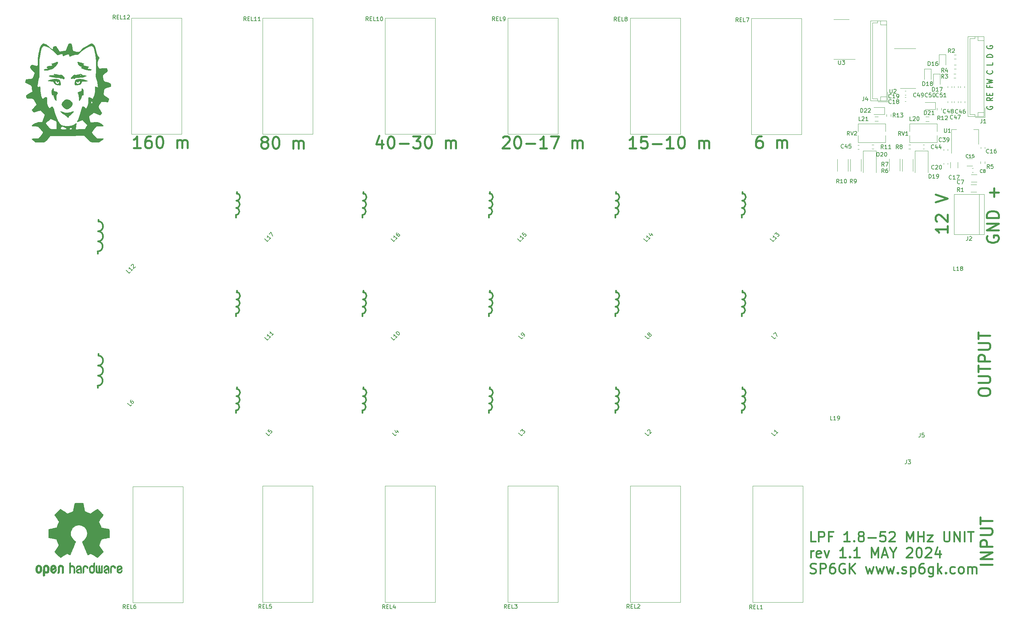
<source format=gbr>
%TF.GenerationSoftware,KiCad,Pcbnew,7.0.10*%
%TF.CreationDate,2024-05-11T12:56:43+02:00*%
%TF.ProjectId,LPF_HF+6,4c50465f-4846-42b3-962e-6b696361645f,rev?*%
%TF.SameCoordinates,Original*%
%TF.FileFunction,Legend,Top*%
%TF.FilePolarity,Positive*%
%FSLAX46Y46*%
G04 Gerber Fmt 4.6, Leading zero omitted, Abs format (unit mm)*
G04 Created by KiCad (PCBNEW 7.0.10) date 2024-05-11 12:56:43*
%MOMM*%
%LPD*%
G01*
G04 APERTURE LIST*
%ADD10C,0.250000*%
%ADD11C,0.500000*%
%ADD12C,0.400000*%
%ADD13C,0.150000*%
%ADD14C,0.120000*%
%ADD15C,0.010000*%
G04 APERTURE END LIST*
D10*
X342595657Y-81457500D02*
X342524228Y-81576547D01*
X342524228Y-81576547D02*
X342524228Y-81755119D01*
X342524228Y-81755119D02*
X342595657Y-81933690D01*
X342595657Y-81933690D02*
X342738514Y-82052738D01*
X342738514Y-82052738D02*
X342881371Y-82112261D01*
X342881371Y-82112261D02*
X343167085Y-82171785D01*
X343167085Y-82171785D02*
X343381371Y-82171785D01*
X343381371Y-82171785D02*
X343667085Y-82112261D01*
X343667085Y-82112261D02*
X343809942Y-82052738D01*
X343809942Y-82052738D02*
X343952800Y-81933690D01*
X343952800Y-81933690D02*
X344024228Y-81755119D01*
X344024228Y-81755119D02*
X344024228Y-81636071D01*
X344024228Y-81636071D02*
X343952800Y-81457500D01*
X343952800Y-81457500D02*
X343881371Y-81397976D01*
X343881371Y-81397976D02*
X343381371Y-81397976D01*
X343381371Y-81397976D02*
X343381371Y-81636071D01*
X344024228Y-79195595D02*
X343309942Y-79612261D01*
X344024228Y-79909880D02*
X342524228Y-79909880D01*
X342524228Y-79909880D02*
X342524228Y-79433690D01*
X342524228Y-79433690D02*
X342595657Y-79314642D01*
X342595657Y-79314642D02*
X342667085Y-79255119D01*
X342667085Y-79255119D02*
X342809942Y-79195595D01*
X342809942Y-79195595D02*
X343024228Y-79195595D01*
X343024228Y-79195595D02*
X343167085Y-79255119D01*
X343167085Y-79255119D02*
X343238514Y-79314642D01*
X343238514Y-79314642D02*
X343309942Y-79433690D01*
X343309942Y-79433690D02*
X343309942Y-79909880D01*
X343238514Y-78659880D02*
X343238514Y-78243214D01*
X344024228Y-78064642D02*
X344024228Y-78659880D01*
X344024228Y-78659880D02*
X342524228Y-78659880D01*
X342524228Y-78659880D02*
X342524228Y-78064642D01*
X343238514Y-76159881D02*
X343238514Y-76576547D01*
X344024228Y-76576547D02*
X342524228Y-76576547D01*
X342524228Y-76576547D02*
X342524228Y-75981309D01*
X342524228Y-75624166D02*
X344024228Y-75326547D01*
X344024228Y-75326547D02*
X342952800Y-75088452D01*
X342952800Y-75088452D02*
X344024228Y-74850357D01*
X344024228Y-74850357D02*
X342524228Y-74552738D01*
X343881371Y-72409881D02*
X343952800Y-72469405D01*
X343952800Y-72469405D02*
X344024228Y-72647976D01*
X344024228Y-72647976D02*
X344024228Y-72767024D01*
X344024228Y-72767024D02*
X343952800Y-72945595D01*
X343952800Y-72945595D02*
X343809942Y-73064643D01*
X343809942Y-73064643D02*
X343667085Y-73124166D01*
X343667085Y-73124166D02*
X343381371Y-73183690D01*
X343381371Y-73183690D02*
X343167085Y-73183690D01*
X343167085Y-73183690D02*
X342881371Y-73124166D01*
X342881371Y-73124166D02*
X342738514Y-73064643D01*
X342738514Y-73064643D02*
X342595657Y-72945595D01*
X342595657Y-72945595D02*
X342524228Y-72767024D01*
X342524228Y-72767024D02*
X342524228Y-72647976D01*
X342524228Y-72647976D02*
X342595657Y-72469405D01*
X342595657Y-72469405D02*
X342667085Y-72409881D01*
X344024228Y-70326547D02*
X344024228Y-70921785D01*
X344024228Y-70921785D02*
X342524228Y-70921785D01*
X344024228Y-68957499D02*
X342524228Y-68957499D01*
X342524228Y-68957499D02*
X342524228Y-68659880D01*
X342524228Y-68659880D02*
X342595657Y-68481309D01*
X342595657Y-68481309D02*
X342738514Y-68362261D01*
X342738514Y-68362261D02*
X342881371Y-68302738D01*
X342881371Y-68302738D02*
X343167085Y-68243214D01*
X343167085Y-68243214D02*
X343381371Y-68243214D01*
X343381371Y-68243214D02*
X343667085Y-68302738D01*
X343667085Y-68302738D02*
X343809942Y-68362261D01*
X343809942Y-68362261D02*
X343952800Y-68481309D01*
X343952800Y-68481309D02*
X344024228Y-68659880D01*
X344024228Y-68659880D02*
X344024228Y-68957499D01*
X342595657Y-66100357D02*
X342524228Y-66219404D01*
X342524228Y-66219404D02*
X342524228Y-66397976D01*
X342524228Y-66397976D02*
X342595657Y-66576547D01*
X342595657Y-66576547D02*
X342738514Y-66695595D01*
X342738514Y-66695595D02*
X342881371Y-66755118D01*
X342881371Y-66755118D02*
X343167085Y-66814642D01*
X343167085Y-66814642D02*
X343381371Y-66814642D01*
X343381371Y-66814642D02*
X343667085Y-66755118D01*
X343667085Y-66755118D02*
X343809942Y-66695595D01*
X343809942Y-66695595D02*
X343952800Y-66576547D01*
X343952800Y-66576547D02*
X344024228Y-66397976D01*
X344024228Y-66397976D02*
X344024228Y-66278928D01*
X344024228Y-66278928D02*
X343952800Y-66100357D01*
X343952800Y-66100357D02*
X343881371Y-66040833D01*
X343881371Y-66040833D02*
X343381371Y-66040833D01*
X343381371Y-66040833D02*
X343381371Y-66278928D01*
D11*
X189526947Y-90061811D02*
X189526947Y-92061811D01*
X188812661Y-88918954D02*
X188098375Y-91061811D01*
X188098375Y-91061811D02*
X189955518Y-91061811D01*
X191669804Y-89061811D02*
X191955518Y-89061811D01*
X191955518Y-89061811D02*
X192241232Y-89204668D01*
X192241232Y-89204668D02*
X192384090Y-89347525D01*
X192384090Y-89347525D02*
X192526947Y-89633239D01*
X192526947Y-89633239D02*
X192669804Y-90204668D01*
X192669804Y-90204668D02*
X192669804Y-90918954D01*
X192669804Y-90918954D02*
X192526947Y-91490382D01*
X192526947Y-91490382D02*
X192384090Y-91776096D01*
X192384090Y-91776096D02*
X192241232Y-91918954D01*
X192241232Y-91918954D02*
X191955518Y-92061811D01*
X191955518Y-92061811D02*
X191669804Y-92061811D01*
X191669804Y-92061811D02*
X191384090Y-91918954D01*
X191384090Y-91918954D02*
X191241232Y-91776096D01*
X191241232Y-91776096D02*
X191098375Y-91490382D01*
X191098375Y-91490382D02*
X190955518Y-90918954D01*
X190955518Y-90918954D02*
X190955518Y-90204668D01*
X190955518Y-90204668D02*
X191098375Y-89633239D01*
X191098375Y-89633239D02*
X191241232Y-89347525D01*
X191241232Y-89347525D02*
X191384090Y-89204668D01*
X191384090Y-89204668D02*
X191669804Y-89061811D01*
X193955518Y-90918954D02*
X196241233Y-90918954D01*
X197384090Y-89061811D02*
X199241233Y-89061811D01*
X199241233Y-89061811D02*
X198241233Y-90204668D01*
X198241233Y-90204668D02*
X198669804Y-90204668D01*
X198669804Y-90204668D02*
X198955519Y-90347525D01*
X198955519Y-90347525D02*
X199098376Y-90490382D01*
X199098376Y-90490382D02*
X199241233Y-90776096D01*
X199241233Y-90776096D02*
X199241233Y-91490382D01*
X199241233Y-91490382D02*
X199098376Y-91776096D01*
X199098376Y-91776096D02*
X198955519Y-91918954D01*
X198955519Y-91918954D02*
X198669804Y-92061811D01*
X198669804Y-92061811D02*
X197812661Y-92061811D01*
X197812661Y-92061811D02*
X197526947Y-91918954D01*
X197526947Y-91918954D02*
X197384090Y-91776096D01*
X201098376Y-89061811D02*
X201384090Y-89061811D01*
X201384090Y-89061811D02*
X201669804Y-89204668D01*
X201669804Y-89204668D02*
X201812662Y-89347525D01*
X201812662Y-89347525D02*
X201955519Y-89633239D01*
X201955519Y-89633239D02*
X202098376Y-90204668D01*
X202098376Y-90204668D02*
X202098376Y-90918954D01*
X202098376Y-90918954D02*
X201955519Y-91490382D01*
X201955519Y-91490382D02*
X201812662Y-91776096D01*
X201812662Y-91776096D02*
X201669804Y-91918954D01*
X201669804Y-91918954D02*
X201384090Y-92061811D01*
X201384090Y-92061811D02*
X201098376Y-92061811D01*
X201098376Y-92061811D02*
X200812662Y-91918954D01*
X200812662Y-91918954D02*
X200669804Y-91776096D01*
X200669804Y-91776096D02*
X200526947Y-91490382D01*
X200526947Y-91490382D02*
X200384090Y-90918954D01*
X200384090Y-90918954D02*
X200384090Y-90204668D01*
X200384090Y-90204668D02*
X200526947Y-89633239D01*
X200526947Y-89633239D02*
X200669804Y-89347525D01*
X200669804Y-89347525D02*
X200812662Y-89204668D01*
X200812662Y-89204668D02*
X201098376Y-89061811D01*
X205669804Y-92061811D02*
X205669804Y-90061811D01*
X205669804Y-90347525D02*
X205812661Y-90204668D01*
X205812661Y-90204668D02*
X206098376Y-90061811D01*
X206098376Y-90061811D02*
X206526947Y-90061811D01*
X206526947Y-90061811D02*
X206812661Y-90204668D01*
X206812661Y-90204668D02*
X206955519Y-90490382D01*
X206955519Y-90490382D02*
X206955519Y-92061811D01*
X206955519Y-90490382D02*
X207098376Y-90204668D01*
X207098376Y-90204668D02*
X207384090Y-90061811D01*
X207384090Y-90061811D02*
X207812661Y-90061811D01*
X207812661Y-90061811D02*
X208098376Y-90204668D01*
X208098376Y-90204668D02*
X208241233Y-90490382D01*
X208241233Y-90490382D02*
X208241233Y-92061811D01*
X340463257Y-154052492D02*
X340463257Y-153481064D01*
X340463257Y-153481064D02*
X340606114Y-153195349D01*
X340606114Y-153195349D02*
X340891828Y-152909635D01*
X340891828Y-152909635D02*
X341463257Y-152766778D01*
X341463257Y-152766778D02*
X342463257Y-152766778D01*
X342463257Y-152766778D02*
X343034685Y-152909635D01*
X343034685Y-152909635D02*
X343320400Y-153195349D01*
X343320400Y-153195349D02*
X343463257Y-153481064D01*
X343463257Y-153481064D02*
X343463257Y-154052492D01*
X343463257Y-154052492D02*
X343320400Y-154338207D01*
X343320400Y-154338207D02*
X343034685Y-154623921D01*
X343034685Y-154623921D02*
X342463257Y-154766778D01*
X342463257Y-154766778D02*
X341463257Y-154766778D01*
X341463257Y-154766778D02*
X340891828Y-154623921D01*
X340891828Y-154623921D02*
X340606114Y-154338207D01*
X340606114Y-154338207D02*
X340463257Y-154052492D01*
X340463257Y-151481064D02*
X342891828Y-151481064D01*
X342891828Y-151481064D02*
X343177542Y-151338207D01*
X343177542Y-151338207D02*
X343320400Y-151195350D01*
X343320400Y-151195350D02*
X343463257Y-150909635D01*
X343463257Y-150909635D02*
X343463257Y-150338207D01*
X343463257Y-150338207D02*
X343320400Y-150052492D01*
X343320400Y-150052492D02*
X343177542Y-149909635D01*
X343177542Y-149909635D02*
X342891828Y-149766778D01*
X342891828Y-149766778D02*
X340463257Y-149766778D01*
X340463257Y-148766778D02*
X340463257Y-147052493D01*
X343463257Y-147909635D02*
X340463257Y-147909635D01*
X343463257Y-146052493D02*
X340463257Y-146052493D01*
X340463257Y-146052493D02*
X340463257Y-144909636D01*
X340463257Y-144909636D02*
X340606114Y-144623921D01*
X340606114Y-144623921D02*
X340748971Y-144481064D01*
X340748971Y-144481064D02*
X341034685Y-144338207D01*
X341034685Y-144338207D02*
X341463257Y-144338207D01*
X341463257Y-144338207D02*
X341748971Y-144481064D01*
X341748971Y-144481064D02*
X341891828Y-144623921D01*
X341891828Y-144623921D02*
X342034685Y-144909636D01*
X342034685Y-144909636D02*
X342034685Y-146052493D01*
X340463257Y-143052493D02*
X342891828Y-143052493D01*
X342891828Y-143052493D02*
X343177542Y-142909636D01*
X343177542Y-142909636D02*
X343320400Y-142766779D01*
X343320400Y-142766779D02*
X343463257Y-142481064D01*
X343463257Y-142481064D02*
X343463257Y-141909636D01*
X343463257Y-141909636D02*
X343320400Y-141623921D01*
X343320400Y-141623921D02*
X343177542Y-141481064D01*
X343177542Y-141481064D02*
X342891828Y-141338207D01*
X342891828Y-141338207D02*
X340463257Y-141338207D01*
X340463257Y-140338207D02*
X340463257Y-138623922D01*
X343463257Y-139481064D02*
X340463257Y-139481064D01*
X159536004Y-90449125D02*
X159250289Y-90306268D01*
X159250289Y-90306268D02*
X159107432Y-90163411D01*
X159107432Y-90163411D02*
X158964575Y-89877696D01*
X158964575Y-89877696D02*
X158964575Y-89734839D01*
X158964575Y-89734839D02*
X159107432Y-89449125D01*
X159107432Y-89449125D02*
X159250289Y-89306268D01*
X159250289Y-89306268D02*
X159536004Y-89163411D01*
X159536004Y-89163411D02*
X160107432Y-89163411D01*
X160107432Y-89163411D02*
X160393147Y-89306268D01*
X160393147Y-89306268D02*
X160536004Y-89449125D01*
X160536004Y-89449125D02*
X160678861Y-89734839D01*
X160678861Y-89734839D02*
X160678861Y-89877696D01*
X160678861Y-89877696D02*
X160536004Y-90163411D01*
X160536004Y-90163411D02*
X160393147Y-90306268D01*
X160393147Y-90306268D02*
X160107432Y-90449125D01*
X160107432Y-90449125D02*
X159536004Y-90449125D01*
X159536004Y-90449125D02*
X159250289Y-90591982D01*
X159250289Y-90591982D02*
X159107432Y-90734839D01*
X159107432Y-90734839D02*
X158964575Y-91020554D01*
X158964575Y-91020554D02*
X158964575Y-91591982D01*
X158964575Y-91591982D02*
X159107432Y-91877696D01*
X159107432Y-91877696D02*
X159250289Y-92020554D01*
X159250289Y-92020554D02*
X159536004Y-92163411D01*
X159536004Y-92163411D02*
X160107432Y-92163411D01*
X160107432Y-92163411D02*
X160393147Y-92020554D01*
X160393147Y-92020554D02*
X160536004Y-91877696D01*
X160536004Y-91877696D02*
X160678861Y-91591982D01*
X160678861Y-91591982D02*
X160678861Y-91020554D01*
X160678861Y-91020554D02*
X160536004Y-90734839D01*
X160536004Y-90734839D02*
X160393147Y-90591982D01*
X160393147Y-90591982D02*
X160107432Y-90449125D01*
X162536004Y-89163411D02*
X162821718Y-89163411D01*
X162821718Y-89163411D02*
X163107432Y-89306268D01*
X163107432Y-89306268D02*
X163250290Y-89449125D01*
X163250290Y-89449125D02*
X163393147Y-89734839D01*
X163393147Y-89734839D02*
X163536004Y-90306268D01*
X163536004Y-90306268D02*
X163536004Y-91020554D01*
X163536004Y-91020554D02*
X163393147Y-91591982D01*
X163393147Y-91591982D02*
X163250290Y-91877696D01*
X163250290Y-91877696D02*
X163107432Y-92020554D01*
X163107432Y-92020554D02*
X162821718Y-92163411D01*
X162821718Y-92163411D02*
X162536004Y-92163411D01*
X162536004Y-92163411D02*
X162250290Y-92020554D01*
X162250290Y-92020554D02*
X162107432Y-91877696D01*
X162107432Y-91877696D02*
X161964575Y-91591982D01*
X161964575Y-91591982D02*
X161821718Y-91020554D01*
X161821718Y-91020554D02*
X161821718Y-90306268D01*
X161821718Y-90306268D02*
X161964575Y-89734839D01*
X161964575Y-89734839D02*
X162107432Y-89449125D01*
X162107432Y-89449125D02*
X162250290Y-89306268D01*
X162250290Y-89306268D02*
X162536004Y-89163411D01*
X167107432Y-92163411D02*
X167107432Y-90163411D01*
X167107432Y-90449125D02*
X167250289Y-90306268D01*
X167250289Y-90306268D02*
X167536004Y-90163411D01*
X167536004Y-90163411D02*
X167964575Y-90163411D01*
X167964575Y-90163411D02*
X168250289Y-90306268D01*
X168250289Y-90306268D02*
X168393147Y-90591982D01*
X168393147Y-90591982D02*
X168393147Y-92163411D01*
X168393147Y-90591982D02*
X168536004Y-90306268D01*
X168536004Y-90306268D02*
X168821718Y-90163411D01*
X168821718Y-90163411D02*
X169250289Y-90163411D01*
X169250289Y-90163411D02*
X169536004Y-90306268D01*
X169536004Y-90306268D02*
X169678861Y-90591982D01*
X169678861Y-90591982D02*
X169678861Y-92163411D01*
X253871461Y-92112611D02*
X252157175Y-92112611D01*
X253014318Y-92112611D02*
X253014318Y-89112611D01*
X253014318Y-89112611D02*
X252728604Y-89541182D01*
X252728604Y-89541182D02*
X252442889Y-89826896D01*
X252442889Y-89826896D02*
X252157175Y-89969754D01*
X256585747Y-89112611D02*
X255157175Y-89112611D01*
X255157175Y-89112611D02*
X255014318Y-90541182D01*
X255014318Y-90541182D02*
X255157175Y-90398325D01*
X255157175Y-90398325D02*
X255442890Y-90255468D01*
X255442890Y-90255468D02*
X256157175Y-90255468D01*
X256157175Y-90255468D02*
X256442890Y-90398325D01*
X256442890Y-90398325D02*
X256585747Y-90541182D01*
X256585747Y-90541182D02*
X256728604Y-90826896D01*
X256728604Y-90826896D02*
X256728604Y-91541182D01*
X256728604Y-91541182D02*
X256585747Y-91826896D01*
X256585747Y-91826896D02*
X256442890Y-91969754D01*
X256442890Y-91969754D02*
X256157175Y-92112611D01*
X256157175Y-92112611D02*
X255442890Y-92112611D01*
X255442890Y-92112611D02*
X255157175Y-91969754D01*
X255157175Y-91969754D02*
X255014318Y-91826896D01*
X258014318Y-90969754D02*
X260300033Y-90969754D01*
X263300033Y-92112611D02*
X261585747Y-92112611D01*
X262442890Y-92112611D02*
X262442890Y-89112611D01*
X262442890Y-89112611D02*
X262157176Y-89541182D01*
X262157176Y-89541182D02*
X261871461Y-89826896D01*
X261871461Y-89826896D02*
X261585747Y-89969754D01*
X265157176Y-89112611D02*
X265442890Y-89112611D01*
X265442890Y-89112611D02*
X265728604Y-89255468D01*
X265728604Y-89255468D02*
X265871462Y-89398325D01*
X265871462Y-89398325D02*
X266014319Y-89684039D01*
X266014319Y-89684039D02*
X266157176Y-90255468D01*
X266157176Y-90255468D02*
X266157176Y-90969754D01*
X266157176Y-90969754D02*
X266014319Y-91541182D01*
X266014319Y-91541182D02*
X265871462Y-91826896D01*
X265871462Y-91826896D02*
X265728604Y-91969754D01*
X265728604Y-91969754D02*
X265442890Y-92112611D01*
X265442890Y-92112611D02*
X265157176Y-92112611D01*
X265157176Y-92112611D02*
X264871462Y-91969754D01*
X264871462Y-91969754D02*
X264728604Y-91826896D01*
X264728604Y-91826896D02*
X264585747Y-91541182D01*
X264585747Y-91541182D02*
X264442890Y-90969754D01*
X264442890Y-90969754D02*
X264442890Y-90255468D01*
X264442890Y-90255468D02*
X264585747Y-89684039D01*
X264585747Y-89684039D02*
X264728604Y-89398325D01*
X264728604Y-89398325D02*
X264871462Y-89255468D01*
X264871462Y-89255468D02*
X265157176Y-89112611D01*
X269728604Y-92112611D02*
X269728604Y-90112611D01*
X269728604Y-90398325D02*
X269871461Y-90255468D01*
X269871461Y-90255468D02*
X270157176Y-90112611D01*
X270157176Y-90112611D02*
X270585747Y-90112611D01*
X270585747Y-90112611D02*
X270871461Y-90255468D01*
X270871461Y-90255468D02*
X271014319Y-90541182D01*
X271014319Y-90541182D02*
X271014319Y-92112611D01*
X271014319Y-90541182D02*
X271157176Y-90255468D01*
X271157176Y-90255468D02*
X271442890Y-90112611D01*
X271442890Y-90112611D02*
X271871461Y-90112611D01*
X271871461Y-90112611D02*
X272157176Y-90255468D01*
X272157176Y-90255468D02*
X272300033Y-90541182D01*
X272300033Y-90541182D02*
X272300033Y-92112611D01*
X285615147Y-89011011D02*
X285043718Y-89011011D01*
X285043718Y-89011011D02*
X284758004Y-89153868D01*
X284758004Y-89153868D02*
X284615147Y-89296725D01*
X284615147Y-89296725D02*
X284329432Y-89725296D01*
X284329432Y-89725296D02*
X284186575Y-90296725D01*
X284186575Y-90296725D02*
X284186575Y-91439582D01*
X284186575Y-91439582D02*
X284329432Y-91725296D01*
X284329432Y-91725296D02*
X284472289Y-91868154D01*
X284472289Y-91868154D02*
X284758004Y-92011011D01*
X284758004Y-92011011D02*
X285329432Y-92011011D01*
X285329432Y-92011011D02*
X285615147Y-91868154D01*
X285615147Y-91868154D02*
X285758004Y-91725296D01*
X285758004Y-91725296D02*
X285900861Y-91439582D01*
X285900861Y-91439582D02*
X285900861Y-90725296D01*
X285900861Y-90725296D02*
X285758004Y-90439582D01*
X285758004Y-90439582D02*
X285615147Y-90296725D01*
X285615147Y-90296725D02*
X285329432Y-90153868D01*
X285329432Y-90153868D02*
X284758004Y-90153868D01*
X284758004Y-90153868D02*
X284472289Y-90296725D01*
X284472289Y-90296725D02*
X284329432Y-90439582D01*
X284329432Y-90439582D02*
X284186575Y-90725296D01*
X289472289Y-92011011D02*
X289472289Y-90011011D01*
X289472289Y-90296725D02*
X289615146Y-90153868D01*
X289615146Y-90153868D02*
X289900861Y-90011011D01*
X289900861Y-90011011D02*
X290329432Y-90011011D01*
X290329432Y-90011011D02*
X290615146Y-90153868D01*
X290615146Y-90153868D02*
X290758004Y-90439582D01*
X290758004Y-90439582D02*
X290758004Y-92011011D01*
X290758004Y-90439582D02*
X290900861Y-90153868D01*
X290900861Y-90153868D02*
X291186575Y-90011011D01*
X291186575Y-90011011D02*
X291615146Y-90011011D01*
X291615146Y-90011011D02*
X291900861Y-90153868D01*
X291900861Y-90153868D02*
X292043718Y-90439582D01*
X292043718Y-90439582D02*
X292043718Y-92011011D01*
X332651657Y-111760492D02*
X332651657Y-113474778D01*
X332651657Y-112617635D02*
X329651657Y-112617635D01*
X329651657Y-112617635D02*
X330080228Y-112903349D01*
X330080228Y-112903349D02*
X330365942Y-113189064D01*
X330365942Y-113189064D02*
X330508800Y-113474778D01*
X329937371Y-110617635D02*
X329794514Y-110474778D01*
X329794514Y-110474778D02*
X329651657Y-110189064D01*
X329651657Y-110189064D02*
X329651657Y-109474778D01*
X329651657Y-109474778D02*
X329794514Y-109189064D01*
X329794514Y-109189064D02*
X329937371Y-109046206D01*
X329937371Y-109046206D02*
X330223085Y-108903349D01*
X330223085Y-108903349D02*
X330508800Y-108903349D01*
X330508800Y-108903349D02*
X330937371Y-109046206D01*
X330937371Y-109046206D02*
X332651657Y-110760492D01*
X332651657Y-110760492D02*
X332651657Y-108903349D01*
X329651657Y-105760492D02*
X332651657Y-104760492D01*
X332651657Y-104760492D02*
X329651657Y-103760492D01*
X128420861Y-92011011D02*
X126706575Y-92011011D01*
X127563718Y-92011011D02*
X127563718Y-89011011D01*
X127563718Y-89011011D02*
X127278004Y-89439582D01*
X127278004Y-89439582D02*
X126992289Y-89725296D01*
X126992289Y-89725296D02*
X126706575Y-89868154D01*
X130992290Y-89011011D02*
X130420861Y-89011011D01*
X130420861Y-89011011D02*
X130135147Y-89153868D01*
X130135147Y-89153868D02*
X129992290Y-89296725D01*
X129992290Y-89296725D02*
X129706575Y-89725296D01*
X129706575Y-89725296D02*
X129563718Y-90296725D01*
X129563718Y-90296725D02*
X129563718Y-91439582D01*
X129563718Y-91439582D02*
X129706575Y-91725296D01*
X129706575Y-91725296D02*
X129849432Y-91868154D01*
X129849432Y-91868154D02*
X130135147Y-92011011D01*
X130135147Y-92011011D02*
X130706575Y-92011011D01*
X130706575Y-92011011D02*
X130992290Y-91868154D01*
X130992290Y-91868154D02*
X131135147Y-91725296D01*
X131135147Y-91725296D02*
X131278004Y-91439582D01*
X131278004Y-91439582D02*
X131278004Y-90725296D01*
X131278004Y-90725296D02*
X131135147Y-90439582D01*
X131135147Y-90439582D02*
X130992290Y-90296725D01*
X130992290Y-90296725D02*
X130706575Y-90153868D01*
X130706575Y-90153868D02*
X130135147Y-90153868D01*
X130135147Y-90153868D02*
X129849432Y-90296725D01*
X129849432Y-90296725D02*
X129706575Y-90439582D01*
X129706575Y-90439582D02*
X129563718Y-90725296D01*
X133135147Y-89011011D02*
X133420861Y-89011011D01*
X133420861Y-89011011D02*
X133706575Y-89153868D01*
X133706575Y-89153868D02*
X133849433Y-89296725D01*
X133849433Y-89296725D02*
X133992290Y-89582439D01*
X133992290Y-89582439D02*
X134135147Y-90153868D01*
X134135147Y-90153868D02*
X134135147Y-90868154D01*
X134135147Y-90868154D02*
X133992290Y-91439582D01*
X133992290Y-91439582D02*
X133849433Y-91725296D01*
X133849433Y-91725296D02*
X133706575Y-91868154D01*
X133706575Y-91868154D02*
X133420861Y-92011011D01*
X133420861Y-92011011D02*
X133135147Y-92011011D01*
X133135147Y-92011011D02*
X132849433Y-91868154D01*
X132849433Y-91868154D02*
X132706575Y-91725296D01*
X132706575Y-91725296D02*
X132563718Y-91439582D01*
X132563718Y-91439582D02*
X132420861Y-90868154D01*
X132420861Y-90868154D02*
X132420861Y-90153868D01*
X132420861Y-90153868D02*
X132563718Y-89582439D01*
X132563718Y-89582439D02*
X132706575Y-89296725D01*
X132706575Y-89296725D02*
X132849433Y-89153868D01*
X132849433Y-89153868D02*
X133135147Y-89011011D01*
X137706575Y-92011011D02*
X137706575Y-90011011D01*
X137706575Y-90296725D02*
X137849432Y-90153868D01*
X137849432Y-90153868D02*
X138135147Y-90011011D01*
X138135147Y-90011011D02*
X138563718Y-90011011D01*
X138563718Y-90011011D02*
X138849432Y-90153868D01*
X138849432Y-90153868D02*
X138992290Y-90439582D01*
X138992290Y-90439582D02*
X138992290Y-92011011D01*
X138992290Y-90439582D02*
X139135147Y-90153868D01*
X139135147Y-90153868D02*
X139420861Y-90011011D01*
X139420861Y-90011011D02*
X139849432Y-90011011D01*
X139849432Y-90011011D02*
X140135147Y-90153868D01*
X140135147Y-90153868D02*
X140278004Y-90439582D01*
X140278004Y-90439582D02*
X140278004Y-92011011D01*
X342748514Y-114275092D02*
X342605657Y-114560807D01*
X342605657Y-114560807D02*
X342605657Y-114989378D01*
X342605657Y-114989378D02*
X342748514Y-115417949D01*
X342748514Y-115417949D02*
X343034228Y-115703664D01*
X343034228Y-115703664D02*
X343319942Y-115846521D01*
X343319942Y-115846521D02*
X343891371Y-115989378D01*
X343891371Y-115989378D02*
X344319942Y-115989378D01*
X344319942Y-115989378D02*
X344891371Y-115846521D01*
X344891371Y-115846521D02*
X345177085Y-115703664D01*
X345177085Y-115703664D02*
X345462800Y-115417949D01*
X345462800Y-115417949D02*
X345605657Y-114989378D01*
X345605657Y-114989378D02*
X345605657Y-114703664D01*
X345605657Y-114703664D02*
X345462800Y-114275092D01*
X345462800Y-114275092D02*
X345319942Y-114132235D01*
X345319942Y-114132235D02*
X344319942Y-114132235D01*
X344319942Y-114132235D02*
X344319942Y-114703664D01*
X345605657Y-112846521D02*
X342605657Y-112846521D01*
X342605657Y-112846521D02*
X345605657Y-111132235D01*
X345605657Y-111132235D02*
X342605657Y-111132235D01*
X345605657Y-109703664D02*
X342605657Y-109703664D01*
X342605657Y-109703664D02*
X342605657Y-108989378D01*
X342605657Y-108989378D02*
X342748514Y-108560807D01*
X342748514Y-108560807D02*
X343034228Y-108275092D01*
X343034228Y-108275092D02*
X343319942Y-108132235D01*
X343319942Y-108132235D02*
X343891371Y-107989378D01*
X343891371Y-107989378D02*
X344319942Y-107989378D01*
X344319942Y-107989378D02*
X344891371Y-108132235D01*
X344891371Y-108132235D02*
X345177085Y-108275092D01*
X345177085Y-108275092D02*
X345462800Y-108560807D01*
X345462800Y-108560807D02*
X345605657Y-108989378D01*
X345605657Y-108989378D02*
X345605657Y-109703664D01*
X344462800Y-104417950D02*
X344462800Y-102132236D01*
X345605657Y-103275093D02*
X343319942Y-103275093D01*
D12*
X299203471Y-191621801D02*
X298012995Y-191621801D01*
X298012995Y-191621801D02*
X298012995Y-189121801D01*
X300036805Y-191621801D02*
X300036805Y-189121801D01*
X300036805Y-189121801D02*
X300989186Y-189121801D01*
X300989186Y-189121801D02*
X301227281Y-189240849D01*
X301227281Y-189240849D02*
X301346328Y-189359896D01*
X301346328Y-189359896D02*
X301465376Y-189597992D01*
X301465376Y-189597992D02*
X301465376Y-189955134D01*
X301465376Y-189955134D02*
X301346328Y-190193230D01*
X301346328Y-190193230D02*
X301227281Y-190312277D01*
X301227281Y-190312277D02*
X300989186Y-190431325D01*
X300989186Y-190431325D02*
X300036805Y-190431325D01*
X303370138Y-190312277D02*
X302536805Y-190312277D01*
X302536805Y-191621801D02*
X302536805Y-189121801D01*
X302536805Y-189121801D02*
X303727281Y-189121801D01*
X307893947Y-191621801D02*
X306465376Y-191621801D01*
X307179662Y-191621801D02*
X307179662Y-189121801D01*
X307179662Y-189121801D02*
X306941566Y-189478944D01*
X306941566Y-189478944D02*
X306703471Y-189717039D01*
X306703471Y-189717039D02*
X306465376Y-189836087D01*
X308965376Y-191383706D02*
X309084423Y-191502754D01*
X309084423Y-191502754D02*
X308965376Y-191621801D01*
X308965376Y-191621801D02*
X308846328Y-191502754D01*
X308846328Y-191502754D02*
X308965376Y-191383706D01*
X308965376Y-191383706D02*
X308965376Y-191621801D01*
X310512994Y-190193230D02*
X310274899Y-190074182D01*
X310274899Y-190074182D02*
X310155852Y-189955134D01*
X310155852Y-189955134D02*
X310036804Y-189717039D01*
X310036804Y-189717039D02*
X310036804Y-189597992D01*
X310036804Y-189597992D02*
X310155852Y-189359896D01*
X310155852Y-189359896D02*
X310274899Y-189240849D01*
X310274899Y-189240849D02*
X310512994Y-189121801D01*
X310512994Y-189121801D02*
X310989185Y-189121801D01*
X310989185Y-189121801D02*
X311227280Y-189240849D01*
X311227280Y-189240849D02*
X311346328Y-189359896D01*
X311346328Y-189359896D02*
X311465375Y-189597992D01*
X311465375Y-189597992D02*
X311465375Y-189717039D01*
X311465375Y-189717039D02*
X311346328Y-189955134D01*
X311346328Y-189955134D02*
X311227280Y-190074182D01*
X311227280Y-190074182D02*
X310989185Y-190193230D01*
X310989185Y-190193230D02*
X310512994Y-190193230D01*
X310512994Y-190193230D02*
X310274899Y-190312277D01*
X310274899Y-190312277D02*
X310155852Y-190431325D01*
X310155852Y-190431325D02*
X310036804Y-190669420D01*
X310036804Y-190669420D02*
X310036804Y-191145611D01*
X310036804Y-191145611D02*
X310155852Y-191383706D01*
X310155852Y-191383706D02*
X310274899Y-191502754D01*
X310274899Y-191502754D02*
X310512994Y-191621801D01*
X310512994Y-191621801D02*
X310989185Y-191621801D01*
X310989185Y-191621801D02*
X311227280Y-191502754D01*
X311227280Y-191502754D02*
X311346328Y-191383706D01*
X311346328Y-191383706D02*
X311465375Y-191145611D01*
X311465375Y-191145611D02*
X311465375Y-190669420D01*
X311465375Y-190669420D02*
X311346328Y-190431325D01*
X311346328Y-190431325D02*
X311227280Y-190312277D01*
X311227280Y-190312277D02*
X310989185Y-190193230D01*
X312536804Y-190669420D02*
X314441566Y-190669420D01*
X316822518Y-189121801D02*
X315632042Y-189121801D01*
X315632042Y-189121801D02*
X315512994Y-190312277D01*
X315512994Y-190312277D02*
X315632042Y-190193230D01*
X315632042Y-190193230D02*
X315870137Y-190074182D01*
X315870137Y-190074182D02*
X316465375Y-190074182D01*
X316465375Y-190074182D02*
X316703470Y-190193230D01*
X316703470Y-190193230D02*
X316822518Y-190312277D01*
X316822518Y-190312277D02*
X316941565Y-190550373D01*
X316941565Y-190550373D02*
X316941565Y-191145611D01*
X316941565Y-191145611D02*
X316822518Y-191383706D01*
X316822518Y-191383706D02*
X316703470Y-191502754D01*
X316703470Y-191502754D02*
X316465375Y-191621801D01*
X316465375Y-191621801D02*
X315870137Y-191621801D01*
X315870137Y-191621801D02*
X315632042Y-191502754D01*
X315632042Y-191502754D02*
X315512994Y-191383706D01*
X317893946Y-189359896D02*
X318012994Y-189240849D01*
X318012994Y-189240849D02*
X318251089Y-189121801D01*
X318251089Y-189121801D02*
X318846327Y-189121801D01*
X318846327Y-189121801D02*
X319084422Y-189240849D01*
X319084422Y-189240849D02*
X319203470Y-189359896D01*
X319203470Y-189359896D02*
X319322517Y-189597992D01*
X319322517Y-189597992D02*
X319322517Y-189836087D01*
X319322517Y-189836087D02*
X319203470Y-190193230D01*
X319203470Y-190193230D02*
X317774898Y-191621801D01*
X317774898Y-191621801D02*
X319322517Y-191621801D01*
X322298708Y-191621801D02*
X322298708Y-189121801D01*
X322298708Y-189121801D02*
X323132041Y-190907515D01*
X323132041Y-190907515D02*
X323965374Y-189121801D01*
X323965374Y-189121801D02*
X323965374Y-191621801D01*
X325155851Y-191621801D02*
X325155851Y-189121801D01*
X325155851Y-190312277D02*
X326584422Y-190312277D01*
X326584422Y-191621801D02*
X326584422Y-189121801D01*
X327536803Y-189955134D02*
X328846327Y-189955134D01*
X328846327Y-189955134D02*
X327536803Y-191621801D01*
X327536803Y-191621801D02*
X328846327Y-191621801D01*
X331703471Y-189121801D02*
X331703471Y-191145611D01*
X331703471Y-191145611D02*
X331822518Y-191383706D01*
X331822518Y-191383706D02*
X331941566Y-191502754D01*
X331941566Y-191502754D02*
X332179661Y-191621801D01*
X332179661Y-191621801D02*
X332655852Y-191621801D01*
X332655852Y-191621801D02*
X332893947Y-191502754D01*
X332893947Y-191502754D02*
X333012994Y-191383706D01*
X333012994Y-191383706D02*
X333132042Y-191145611D01*
X333132042Y-191145611D02*
X333132042Y-189121801D01*
X334322519Y-191621801D02*
X334322519Y-189121801D01*
X334322519Y-189121801D02*
X335751090Y-191621801D01*
X335751090Y-191621801D02*
X335751090Y-189121801D01*
X336941567Y-191621801D02*
X336941567Y-189121801D01*
X337774900Y-189121801D02*
X339203471Y-189121801D01*
X338489185Y-191621801D02*
X338489185Y-189121801D01*
X298012995Y-195646801D02*
X298012995Y-193980134D01*
X298012995Y-194456325D02*
X298132042Y-194218230D01*
X298132042Y-194218230D02*
X298251090Y-194099182D01*
X298251090Y-194099182D02*
X298489185Y-193980134D01*
X298489185Y-193980134D02*
X298727280Y-193980134D01*
X300512995Y-195527754D02*
X300274899Y-195646801D01*
X300274899Y-195646801D02*
X299798709Y-195646801D01*
X299798709Y-195646801D02*
X299560614Y-195527754D01*
X299560614Y-195527754D02*
X299441566Y-195289658D01*
X299441566Y-195289658D02*
X299441566Y-194337277D01*
X299441566Y-194337277D02*
X299560614Y-194099182D01*
X299560614Y-194099182D02*
X299798709Y-193980134D01*
X299798709Y-193980134D02*
X300274899Y-193980134D01*
X300274899Y-193980134D02*
X300512995Y-194099182D01*
X300512995Y-194099182D02*
X300632042Y-194337277D01*
X300632042Y-194337277D02*
X300632042Y-194575373D01*
X300632042Y-194575373D02*
X299441566Y-194813468D01*
X301465375Y-193980134D02*
X302060613Y-195646801D01*
X302060613Y-195646801D02*
X302655852Y-193980134D01*
X306822518Y-195646801D02*
X305393947Y-195646801D01*
X306108233Y-195646801D02*
X306108233Y-193146801D01*
X306108233Y-193146801D02*
X305870137Y-193503944D01*
X305870137Y-193503944D02*
X305632042Y-193742039D01*
X305632042Y-193742039D02*
X305393947Y-193861087D01*
X307893947Y-195408706D02*
X308012994Y-195527754D01*
X308012994Y-195527754D02*
X307893947Y-195646801D01*
X307893947Y-195646801D02*
X307774899Y-195527754D01*
X307774899Y-195527754D02*
X307893947Y-195408706D01*
X307893947Y-195408706D02*
X307893947Y-195646801D01*
X310393946Y-195646801D02*
X308965375Y-195646801D01*
X309679661Y-195646801D02*
X309679661Y-193146801D01*
X309679661Y-193146801D02*
X309441565Y-193503944D01*
X309441565Y-193503944D02*
X309203470Y-193742039D01*
X309203470Y-193742039D02*
X308965375Y-193861087D01*
X313370137Y-195646801D02*
X313370137Y-193146801D01*
X313370137Y-193146801D02*
X314203470Y-194932515D01*
X314203470Y-194932515D02*
X315036803Y-193146801D01*
X315036803Y-193146801D02*
X315036803Y-195646801D01*
X316108232Y-194932515D02*
X317298708Y-194932515D01*
X315870137Y-195646801D02*
X316703470Y-193146801D01*
X316703470Y-193146801D02*
X317536803Y-195646801D01*
X318846327Y-194456325D02*
X318846327Y-195646801D01*
X318012994Y-193146801D02*
X318846327Y-194456325D01*
X318846327Y-194456325D02*
X319679660Y-193146801D01*
X322298708Y-193384896D02*
X322417756Y-193265849D01*
X322417756Y-193265849D02*
X322655851Y-193146801D01*
X322655851Y-193146801D02*
X323251089Y-193146801D01*
X323251089Y-193146801D02*
X323489184Y-193265849D01*
X323489184Y-193265849D02*
X323608232Y-193384896D01*
X323608232Y-193384896D02*
X323727279Y-193622992D01*
X323727279Y-193622992D02*
X323727279Y-193861087D01*
X323727279Y-193861087D02*
X323608232Y-194218230D01*
X323608232Y-194218230D02*
X322179660Y-195646801D01*
X322179660Y-195646801D02*
X323727279Y-195646801D01*
X325274898Y-193146801D02*
X325512993Y-193146801D01*
X325512993Y-193146801D02*
X325751089Y-193265849D01*
X325751089Y-193265849D02*
X325870136Y-193384896D01*
X325870136Y-193384896D02*
X325989184Y-193622992D01*
X325989184Y-193622992D02*
X326108231Y-194099182D01*
X326108231Y-194099182D02*
X326108231Y-194694420D01*
X326108231Y-194694420D02*
X325989184Y-195170611D01*
X325989184Y-195170611D02*
X325870136Y-195408706D01*
X325870136Y-195408706D02*
X325751089Y-195527754D01*
X325751089Y-195527754D02*
X325512993Y-195646801D01*
X325512993Y-195646801D02*
X325274898Y-195646801D01*
X325274898Y-195646801D02*
X325036803Y-195527754D01*
X325036803Y-195527754D02*
X324917755Y-195408706D01*
X324917755Y-195408706D02*
X324798708Y-195170611D01*
X324798708Y-195170611D02*
X324679660Y-194694420D01*
X324679660Y-194694420D02*
X324679660Y-194099182D01*
X324679660Y-194099182D02*
X324798708Y-193622992D01*
X324798708Y-193622992D02*
X324917755Y-193384896D01*
X324917755Y-193384896D02*
X325036803Y-193265849D01*
X325036803Y-193265849D02*
X325274898Y-193146801D01*
X327060612Y-193384896D02*
X327179660Y-193265849D01*
X327179660Y-193265849D02*
X327417755Y-193146801D01*
X327417755Y-193146801D02*
X328012993Y-193146801D01*
X328012993Y-193146801D02*
X328251088Y-193265849D01*
X328251088Y-193265849D02*
X328370136Y-193384896D01*
X328370136Y-193384896D02*
X328489183Y-193622992D01*
X328489183Y-193622992D02*
X328489183Y-193861087D01*
X328489183Y-193861087D02*
X328370136Y-194218230D01*
X328370136Y-194218230D02*
X326941564Y-195646801D01*
X326941564Y-195646801D02*
X328489183Y-195646801D01*
X330632040Y-193980134D02*
X330632040Y-195646801D01*
X330036802Y-193027754D02*
X329441564Y-194813468D01*
X329441564Y-194813468D02*
X330989183Y-194813468D01*
X297893947Y-199552754D02*
X298251090Y-199671801D01*
X298251090Y-199671801D02*
X298846328Y-199671801D01*
X298846328Y-199671801D02*
X299084423Y-199552754D01*
X299084423Y-199552754D02*
X299203471Y-199433706D01*
X299203471Y-199433706D02*
X299322518Y-199195611D01*
X299322518Y-199195611D02*
X299322518Y-198957515D01*
X299322518Y-198957515D02*
X299203471Y-198719420D01*
X299203471Y-198719420D02*
X299084423Y-198600373D01*
X299084423Y-198600373D02*
X298846328Y-198481325D01*
X298846328Y-198481325D02*
X298370137Y-198362277D01*
X298370137Y-198362277D02*
X298132042Y-198243230D01*
X298132042Y-198243230D02*
X298012995Y-198124182D01*
X298012995Y-198124182D02*
X297893947Y-197886087D01*
X297893947Y-197886087D02*
X297893947Y-197647992D01*
X297893947Y-197647992D02*
X298012995Y-197409896D01*
X298012995Y-197409896D02*
X298132042Y-197290849D01*
X298132042Y-197290849D02*
X298370137Y-197171801D01*
X298370137Y-197171801D02*
X298965376Y-197171801D01*
X298965376Y-197171801D02*
X299322518Y-197290849D01*
X300393947Y-199671801D02*
X300393947Y-197171801D01*
X300393947Y-197171801D02*
X301346328Y-197171801D01*
X301346328Y-197171801D02*
X301584423Y-197290849D01*
X301584423Y-197290849D02*
X301703470Y-197409896D01*
X301703470Y-197409896D02*
X301822518Y-197647992D01*
X301822518Y-197647992D02*
X301822518Y-198005134D01*
X301822518Y-198005134D02*
X301703470Y-198243230D01*
X301703470Y-198243230D02*
X301584423Y-198362277D01*
X301584423Y-198362277D02*
X301346328Y-198481325D01*
X301346328Y-198481325D02*
X300393947Y-198481325D01*
X303965375Y-197171801D02*
X303489185Y-197171801D01*
X303489185Y-197171801D02*
X303251089Y-197290849D01*
X303251089Y-197290849D02*
X303132042Y-197409896D01*
X303132042Y-197409896D02*
X302893947Y-197767039D01*
X302893947Y-197767039D02*
X302774899Y-198243230D01*
X302774899Y-198243230D02*
X302774899Y-199195611D01*
X302774899Y-199195611D02*
X302893947Y-199433706D01*
X302893947Y-199433706D02*
X303012994Y-199552754D01*
X303012994Y-199552754D02*
X303251089Y-199671801D01*
X303251089Y-199671801D02*
X303727280Y-199671801D01*
X303727280Y-199671801D02*
X303965375Y-199552754D01*
X303965375Y-199552754D02*
X304084423Y-199433706D01*
X304084423Y-199433706D02*
X304203470Y-199195611D01*
X304203470Y-199195611D02*
X304203470Y-198600373D01*
X304203470Y-198600373D02*
X304084423Y-198362277D01*
X304084423Y-198362277D02*
X303965375Y-198243230D01*
X303965375Y-198243230D02*
X303727280Y-198124182D01*
X303727280Y-198124182D02*
X303251089Y-198124182D01*
X303251089Y-198124182D02*
X303012994Y-198243230D01*
X303012994Y-198243230D02*
X302893947Y-198362277D01*
X302893947Y-198362277D02*
X302774899Y-198600373D01*
X306584422Y-197290849D02*
X306346327Y-197171801D01*
X306346327Y-197171801D02*
X305989184Y-197171801D01*
X305989184Y-197171801D02*
X305632041Y-197290849D01*
X305632041Y-197290849D02*
X305393946Y-197528944D01*
X305393946Y-197528944D02*
X305274899Y-197767039D01*
X305274899Y-197767039D02*
X305155851Y-198243230D01*
X305155851Y-198243230D02*
X305155851Y-198600373D01*
X305155851Y-198600373D02*
X305274899Y-199076563D01*
X305274899Y-199076563D02*
X305393946Y-199314658D01*
X305393946Y-199314658D02*
X305632041Y-199552754D01*
X305632041Y-199552754D02*
X305989184Y-199671801D01*
X305989184Y-199671801D02*
X306227280Y-199671801D01*
X306227280Y-199671801D02*
X306584422Y-199552754D01*
X306584422Y-199552754D02*
X306703470Y-199433706D01*
X306703470Y-199433706D02*
X306703470Y-198600373D01*
X306703470Y-198600373D02*
X306227280Y-198600373D01*
X307774899Y-199671801D02*
X307774899Y-197171801D01*
X309203470Y-199671801D02*
X308132041Y-198243230D01*
X309203470Y-197171801D02*
X307774899Y-198600373D01*
X311941565Y-198005134D02*
X312417756Y-199671801D01*
X312417756Y-199671801D02*
X312893946Y-198481325D01*
X312893946Y-198481325D02*
X313370137Y-199671801D01*
X313370137Y-199671801D02*
X313846327Y-198005134D01*
X314560613Y-198005134D02*
X315036804Y-199671801D01*
X315036804Y-199671801D02*
X315512994Y-198481325D01*
X315512994Y-198481325D02*
X315989185Y-199671801D01*
X315989185Y-199671801D02*
X316465375Y-198005134D01*
X317179661Y-198005134D02*
X317655852Y-199671801D01*
X317655852Y-199671801D02*
X318132042Y-198481325D01*
X318132042Y-198481325D02*
X318608233Y-199671801D01*
X318608233Y-199671801D02*
X319084423Y-198005134D01*
X320036805Y-199433706D02*
X320155852Y-199552754D01*
X320155852Y-199552754D02*
X320036805Y-199671801D01*
X320036805Y-199671801D02*
X319917757Y-199552754D01*
X319917757Y-199552754D02*
X320036805Y-199433706D01*
X320036805Y-199433706D02*
X320036805Y-199671801D01*
X321108233Y-199552754D02*
X321346328Y-199671801D01*
X321346328Y-199671801D02*
X321822519Y-199671801D01*
X321822519Y-199671801D02*
X322060614Y-199552754D01*
X322060614Y-199552754D02*
X322179662Y-199314658D01*
X322179662Y-199314658D02*
X322179662Y-199195611D01*
X322179662Y-199195611D02*
X322060614Y-198957515D01*
X322060614Y-198957515D02*
X321822519Y-198838468D01*
X321822519Y-198838468D02*
X321465376Y-198838468D01*
X321465376Y-198838468D02*
X321227281Y-198719420D01*
X321227281Y-198719420D02*
X321108233Y-198481325D01*
X321108233Y-198481325D02*
X321108233Y-198362277D01*
X321108233Y-198362277D02*
X321227281Y-198124182D01*
X321227281Y-198124182D02*
X321465376Y-198005134D01*
X321465376Y-198005134D02*
X321822519Y-198005134D01*
X321822519Y-198005134D02*
X322060614Y-198124182D01*
X323251091Y-198005134D02*
X323251091Y-200505134D01*
X323251091Y-198124182D02*
X323489186Y-198005134D01*
X323489186Y-198005134D02*
X323965376Y-198005134D01*
X323965376Y-198005134D02*
X324203472Y-198124182D01*
X324203472Y-198124182D02*
X324322519Y-198243230D01*
X324322519Y-198243230D02*
X324441567Y-198481325D01*
X324441567Y-198481325D02*
X324441567Y-199195611D01*
X324441567Y-199195611D02*
X324322519Y-199433706D01*
X324322519Y-199433706D02*
X324203472Y-199552754D01*
X324203472Y-199552754D02*
X323965376Y-199671801D01*
X323965376Y-199671801D02*
X323489186Y-199671801D01*
X323489186Y-199671801D02*
X323251091Y-199552754D01*
X326584424Y-197171801D02*
X326108234Y-197171801D01*
X326108234Y-197171801D02*
X325870138Y-197290849D01*
X325870138Y-197290849D02*
X325751091Y-197409896D01*
X325751091Y-197409896D02*
X325512996Y-197767039D01*
X325512996Y-197767039D02*
X325393948Y-198243230D01*
X325393948Y-198243230D02*
X325393948Y-199195611D01*
X325393948Y-199195611D02*
X325512996Y-199433706D01*
X325512996Y-199433706D02*
X325632043Y-199552754D01*
X325632043Y-199552754D02*
X325870138Y-199671801D01*
X325870138Y-199671801D02*
X326346329Y-199671801D01*
X326346329Y-199671801D02*
X326584424Y-199552754D01*
X326584424Y-199552754D02*
X326703472Y-199433706D01*
X326703472Y-199433706D02*
X326822519Y-199195611D01*
X326822519Y-199195611D02*
X326822519Y-198600373D01*
X326822519Y-198600373D02*
X326703472Y-198362277D01*
X326703472Y-198362277D02*
X326584424Y-198243230D01*
X326584424Y-198243230D02*
X326346329Y-198124182D01*
X326346329Y-198124182D02*
X325870138Y-198124182D01*
X325870138Y-198124182D02*
X325632043Y-198243230D01*
X325632043Y-198243230D02*
X325512996Y-198362277D01*
X325512996Y-198362277D02*
X325393948Y-198600373D01*
X328965376Y-198005134D02*
X328965376Y-200028944D01*
X328965376Y-200028944D02*
X328846329Y-200267039D01*
X328846329Y-200267039D02*
X328727281Y-200386087D01*
X328727281Y-200386087D02*
X328489186Y-200505134D01*
X328489186Y-200505134D02*
X328132043Y-200505134D01*
X328132043Y-200505134D02*
X327893948Y-200386087D01*
X328965376Y-199552754D02*
X328727281Y-199671801D01*
X328727281Y-199671801D02*
X328251090Y-199671801D01*
X328251090Y-199671801D02*
X328012995Y-199552754D01*
X328012995Y-199552754D02*
X327893948Y-199433706D01*
X327893948Y-199433706D02*
X327774900Y-199195611D01*
X327774900Y-199195611D02*
X327774900Y-198481325D01*
X327774900Y-198481325D02*
X327893948Y-198243230D01*
X327893948Y-198243230D02*
X328012995Y-198124182D01*
X328012995Y-198124182D02*
X328251090Y-198005134D01*
X328251090Y-198005134D02*
X328727281Y-198005134D01*
X328727281Y-198005134D02*
X328965376Y-198124182D01*
X330155853Y-199671801D02*
X330155853Y-197171801D01*
X330393948Y-198719420D02*
X331108234Y-199671801D01*
X331108234Y-198005134D02*
X330155853Y-198957515D01*
X332179663Y-199433706D02*
X332298710Y-199552754D01*
X332298710Y-199552754D02*
X332179663Y-199671801D01*
X332179663Y-199671801D02*
X332060615Y-199552754D01*
X332060615Y-199552754D02*
X332179663Y-199433706D01*
X332179663Y-199433706D02*
X332179663Y-199671801D01*
X334441567Y-199552754D02*
X334203472Y-199671801D01*
X334203472Y-199671801D02*
X333727281Y-199671801D01*
X333727281Y-199671801D02*
X333489186Y-199552754D01*
X333489186Y-199552754D02*
X333370139Y-199433706D01*
X333370139Y-199433706D02*
X333251091Y-199195611D01*
X333251091Y-199195611D02*
X333251091Y-198481325D01*
X333251091Y-198481325D02*
X333370139Y-198243230D01*
X333370139Y-198243230D02*
X333489186Y-198124182D01*
X333489186Y-198124182D02*
X333727281Y-198005134D01*
X333727281Y-198005134D02*
X334203472Y-198005134D01*
X334203472Y-198005134D02*
X334441567Y-198124182D01*
X335870138Y-199671801D02*
X335632043Y-199552754D01*
X335632043Y-199552754D02*
X335512996Y-199433706D01*
X335512996Y-199433706D02*
X335393948Y-199195611D01*
X335393948Y-199195611D02*
X335393948Y-198481325D01*
X335393948Y-198481325D02*
X335512996Y-198243230D01*
X335512996Y-198243230D02*
X335632043Y-198124182D01*
X335632043Y-198124182D02*
X335870138Y-198005134D01*
X335870138Y-198005134D02*
X336227281Y-198005134D01*
X336227281Y-198005134D02*
X336465377Y-198124182D01*
X336465377Y-198124182D02*
X336584424Y-198243230D01*
X336584424Y-198243230D02*
X336703472Y-198481325D01*
X336703472Y-198481325D02*
X336703472Y-199195611D01*
X336703472Y-199195611D02*
X336584424Y-199433706D01*
X336584424Y-199433706D02*
X336465377Y-199552754D01*
X336465377Y-199552754D02*
X336227281Y-199671801D01*
X336227281Y-199671801D02*
X335870138Y-199671801D01*
X337774901Y-199671801D02*
X337774901Y-198005134D01*
X337774901Y-198243230D02*
X337893948Y-198124182D01*
X337893948Y-198124182D02*
X338132043Y-198005134D01*
X338132043Y-198005134D02*
X338489186Y-198005134D01*
X338489186Y-198005134D02*
X338727282Y-198124182D01*
X338727282Y-198124182D02*
X338846329Y-198362277D01*
X338846329Y-198362277D02*
X338846329Y-199671801D01*
X338846329Y-198362277D02*
X338965377Y-198124182D01*
X338965377Y-198124182D02*
X339203472Y-198005134D01*
X339203472Y-198005134D02*
X339560615Y-198005134D01*
X339560615Y-198005134D02*
X339798710Y-198124182D01*
X339798710Y-198124182D02*
X339917758Y-198362277D01*
X339917758Y-198362277D02*
X339917758Y-199671801D01*
D11*
X220127775Y-89347525D02*
X220270632Y-89204668D01*
X220270632Y-89204668D02*
X220556347Y-89061811D01*
X220556347Y-89061811D02*
X221270632Y-89061811D01*
X221270632Y-89061811D02*
X221556347Y-89204668D01*
X221556347Y-89204668D02*
X221699204Y-89347525D01*
X221699204Y-89347525D02*
X221842061Y-89633239D01*
X221842061Y-89633239D02*
X221842061Y-89918954D01*
X221842061Y-89918954D02*
X221699204Y-90347525D01*
X221699204Y-90347525D02*
X219984918Y-92061811D01*
X219984918Y-92061811D02*
X221842061Y-92061811D01*
X223699204Y-89061811D02*
X223984918Y-89061811D01*
X223984918Y-89061811D02*
X224270632Y-89204668D01*
X224270632Y-89204668D02*
X224413490Y-89347525D01*
X224413490Y-89347525D02*
X224556347Y-89633239D01*
X224556347Y-89633239D02*
X224699204Y-90204668D01*
X224699204Y-90204668D02*
X224699204Y-90918954D01*
X224699204Y-90918954D02*
X224556347Y-91490382D01*
X224556347Y-91490382D02*
X224413490Y-91776096D01*
X224413490Y-91776096D02*
X224270632Y-91918954D01*
X224270632Y-91918954D02*
X223984918Y-92061811D01*
X223984918Y-92061811D02*
X223699204Y-92061811D01*
X223699204Y-92061811D02*
X223413490Y-91918954D01*
X223413490Y-91918954D02*
X223270632Y-91776096D01*
X223270632Y-91776096D02*
X223127775Y-91490382D01*
X223127775Y-91490382D02*
X222984918Y-90918954D01*
X222984918Y-90918954D02*
X222984918Y-90204668D01*
X222984918Y-90204668D02*
X223127775Y-89633239D01*
X223127775Y-89633239D02*
X223270632Y-89347525D01*
X223270632Y-89347525D02*
X223413490Y-89204668D01*
X223413490Y-89204668D02*
X223699204Y-89061811D01*
X225984918Y-90918954D02*
X228270633Y-90918954D01*
X231270633Y-92061811D02*
X229556347Y-92061811D01*
X230413490Y-92061811D02*
X230413490Y-89061811D01*
X230413490Y-89061811D02*
X230127776Y-89490382D01*
X230127776Y-89490382D02*
X229842061Y-89776096D01*
X229842061Y-89776096D02*
X229556347Y-89918954D01*
X232270633Y-89061811D02*
X234270633Y-89061811D01*
X234270633Y-89061811D02*
X232984919Y-92061811D01*
X237699204Y-92061811D02*
X237699204Y-90061811D01*
X237699204Y-90347525D02*
X237842061Y-90204668D01*
X237842061Y-90204668D02*
X238127776Y-90061811D01*
X238127776Y-90061811D02*
X238556347Y-90061811D01*
X238556347Y-90061811D02*
X238842061Y-90204668D01*
X238842061Y-90204668D02*
X238984919Y-90490382D01*
X238984919Y-90490382D02*
X238984919Y-92061811D01*
X238984919Y-90490382D02*
X239127776Y-90204668D01*
X239127776Y-90204668D02*
X239413490Y-90061811D01*
X239413490Y-90061811D02*
X239842061Y-90061811D01*
X239842061Y-90061811D02*
X240127776Y-90204668D01*
X240127776Y-90204668D02*
X240270633Y-90490382D01*
X240270633Y-90490382D02*
X240270633Y-92061811D01*
X344013257Y-197523921D02*
X341013257Y-197523921D01*
X344013257Y-196095350D02*
X341013257Y-196095350D01*
X341013257Y-196095350D02*
X344013257Y-194381064D01*
X344013257Y-194381064D02*
X341013257Y-194381064D01*
X344013257Y-192952493D02*
X341013257Y-192952493D01*
X341013257Y-192952493D02*
X341013257Y-191809636D01*
X341013257Y-191809636D02*
X341156114Y-191523921D01*
X341156114Y-191523921D02*
X341298971Y-191381064D01*
X341298971Y-191381064D02*
X341584685Y-191238207D01*
X341584685Y-191238207D02*
X342013257Y-191238207D01*
X342013257Y-191238207D02*
X342298971Y-191381064D01*
X342298971Y-191381064D02*
X342441828Y-191523921D01*
X342441828Y-191523921D02*
X342584685Y-191809636D01*
X342584685Y-191809636D02*
X342584685Y-192952493D01*
X341013257Y-189952493D02*
X343441828Y-189952493D01*
X343441828Y-189952493D02*
X343727542Y-189809636D01*
X343727542Y-189809636D02*
X343870400Y-189666779D01*
X343870400Y-189666779D02*
X344013257Y-189381064D01*
X344013257Y-189381064D02*
X344013257Y-188809636D01*
X344013257Y-188809636D02*
X343870400Y-188523921D01*
X343870400Y-188523921D02*
X343727542Y-188381064D01*
X343727542Y-188381064D02*
X343441828Y-188238207D01*
X343441828Y-188238207D02*
X341013257Y-188238207D01*
X341013257Y-187238207D02*
X341013257Y-185523922D01*
X344013257Y-186381064D02*
X341013257Y-186381064D01*
D13*
X318023895Y-77096773D02*
X318023895Y-77906296D01*
X318023895Y-77906296D02*
X318071514Y-78001534D01*
X318071514Y-78001534D02*
X318119133Y-78049154D01*
X318119133Y-78049154D02*
X318214371Y-78096773D01*
X318214371Y-78096773D02*
X318404847Y-78096773D01*
X318404847Y-78096773D02*
X318500085Y-78049154D01*
X318500085Y-78049154D02*
X318547704Y-78001534D01*
X318547704Y-78001534D02*
X318595323Y-77906296D01*
X318595323Y-77906296D02*
X318595323Y-77096773D01*
X319023895Y-77192011D02*
X319071514Y-77144392D01*
X319071514Y-77144392D02*
X319166752Y-77096773D01*
X319166752Y-77096773D02*
X319404847Y-77096773D01*
X319404847Y-77096773D02*
X319500085Y-77144392D01*
X319500085Y-77144392D02*
X319547704Y-77192011D01*
X319547704Y-77192011D02*
X319595323Y-77287249D01*
X319595323Y-77287249D02*
X319595323Y-77382487D01*
X319595323Y-77382487D02*
X319547704Y-77525344D01*
X319547704Y-77525344D02*
X318976276Y-78096773D01*
X318976276Y-78096773D02*
X319595323Y-78096773D01*
X325723066Y-164171973D02*
X325723066Y-164886258D01*
X325723066Y-164886258D02*
X325675447Y-165029115D01*
X325675447Y-165029115D02*
X325580209Y-165124354D01*
X325580209Y-165124354D02*
X325437352Y-165171973D01*
X325437352Y-165171973D02*
X325342114Y-165171973D01*
X326675447Y-164171973D02*
X326199257Y-164171973D01*
X326199257Y-164171973D02*
X326151638Y-164648163D01*
X326151638Y-164648163D02*
X326199257Y-164600544D01*
X326199257Y-164600544D02*
X326294495Y-164552925D01*
X326294495Y-164552925D02*
X326532590Y-164552925D01*
X326532590Y-164552925D02*
X326627828Y-164600544D01*
X326627828Y-164600544D02*
X326675447Y-164648163D01*
X326675447Y-164648163D02*
X326723066Y-164743401D01*
X326723066Y-164743401D02*
X326723066Y-164981496D01*
X326723066Y-164981496D02*
X326675447Y-165076734D01*
X326675447Y-165076734D02*
X326627828Y-165124354D01*
X326627828Y-165124354D02*
X326532590Y-165171973D01*
X326532590Y-165171973D02*
X326294495Y-165171973D01*
X326294495Y-165171973D02*
X326199257Y-165124354D01*
X326199257Y-165124354D02*
X326151638Y-165076734D01*
X329201542Y-97234134D02*
X329153923Y-97281754D01*
X329153923Y-97281754D02*
X329011066Y-97329373D01*
X329011066Y-97329373D02*
X328915828Y-97329373D01*
X328915828Y-97329373D02*
X328772971Y-97281754D01*
X328772971Y-97281754D02*
X328677733Y-97186515D01*
X328677733Y-97186515D02*
X328630114Y-97091277D01*
X328630114Y-97091277D02*
X328582495Y-96900801D01*
X328582495Y-96900801D02*
X328582495Y-96757944D01*
X328582495Y-96757944D02*
X328630114Y-96567468D01*
X328630114Y-96567468D02*
X328677733Y-96472230D01*
X328677733Y-96472230D02*
X328772971Y-96376992D01*
X328772971Y-96376992D02*
X328915828Y-96329373D01*
X328915828Y-96329373D02*
X329011066Y-96329373D01*
X329011066Y-96329373D02*
X329153923Y-96376992D01*
X329153923Y-96376992D02*
X329201542Y-96424611D01*
X329582495Y-96424611D02*
X329630114Y-96376992D01*
X329630114Y-96376992D02*
X329725352Y-96329373D01*
X329725352Y-96329373D02*
X329963447Y-96329373D01*
X329963447Y-96329373D02*
X330058685Y-96376992D01*
X330058685Y-96376992D02*
X330106304Y-96424611D01*
X330106304Y-96424611D02*
X330153923Y-96519849D01*
X330153923Y-96519849D02*
X330153923Y-96615087D01*
X330153923Y-96615087D02*
X330106304Y-96757944D01*
X330106304Y-96757944D02*
X329534876Y-97329373D01*
X329534876Y-97329373D02*
X330153923Y-97329373D01*
X330772971Y-96329373D02*
X330868209Y-96329373D01*
X330868209Y-96329373D02*
X330963447Y-96376992D01*
X330963447Y-96376992D02*
X331011066Y-96424611D01*
X331011066Y-96424611D02*
X331058685Y-96519849D01*
X331058685Y-96519849D02*
X331106304Y-96710325D01*
X331106304Y-96710325D02*
X331106304Y-96948420D01*
X331106304Y-96948420D02*
X331058685Y-97138896D01*
X331058685Y-97138896D02*
X331011066Y-97234134D01*
X331011066Y-97234134D02*
X330963447Y-97281754D01*
X330963447Y-97281754D02*
X330868209Y-97329373D01*
X330868209Y-97329373D02*
X330772971Y-97329373D01*
X330772971Y-97329373D02*
X330677733Y-97281754D01*
X330677733Y-97281754D02*
X330630114Y-97234134D01*
X330630114Y-97234134D02*
X330582495Y-97138896D01*
X330582495Y-97138896D02*
X330534876Y-96948420D01*
X330534876Y-96948420D02*
X330534876Y-96710325D01*
X330534876Y-96710325D02*
X330582495Y-96519849D01*
X330582495Y-96519849D02*
X330630114Y-96424611D01*
X330630114Y-96424611D02*
X330677733Y-96376992D01*
X330677733Y-96376992D02*
X330772971Y-96329373D01*
X320207433Y-92160173D02*
X319874100Y-91683982D01*
X319636005Y-92160173D02*
X319636005Y-91160173D01*
X319636005Y-91160173D02*
X320016957Y-91160173D01*
X320016957Y-91160173D02*
X320112195Y-91207792D01*
X320112195Y-91207792D02*
X320159814Y-91255411D01*
X320159814Y-91255411D02*
X320207433Y-91350649D01*
X320207433Y-91350649D02*
X320207433Y-91493506D01*
X320207433Y-91493506D02*
X320159814Y-91588744D01*
X320159814Y-91588744D02*
X320112195Y-91636363D01*
X320112195Y-91636363D02*
X320016957Y-91683982D01*
X320016957Y-91683982D02*
X319636005Y-91683982D01*
X320778862Y-91588744D02*
X320683624Y-91541125D01*
X320683624Y-91541125D02*
X320636005Y-91493506D01*
X320636005Y-91493506D02*
X320588386Y-91398268D01*
X320588386Y-91398268D02*
X320588386Y-91350649D01*
X320588386Y-91350649D02*
X320636005Y-91255411D01*
X320636005Y-91255411D02*
X320683624Y-91207792D01*
X320683624Y-91207792D02*
X320778862Y-91160173D01*
X320778862Y-91160173D02*
X320969338Y-91160173D01*
X320969338Y-91160173D02*
X321064576Y-91207792D01*
X321064576Y-91207792D02*
X321112195Y-91255411D01*
X321112195Y-91255411D02*
X321159814Y-91350649D01*
X321159814Y-91350649D02*
X321159814Y-91398268D01*
X321159814Y-91398268D02*
X321112195Y-91493506D01*
X321112195Y-91493506D02*
X321064576Y-91541125D01*
X321064576Y-91541125D02*
X320969338Y-91588744D01*
X320969338Y-91588744D02*
X320778862Y-91588744D01*
X320778862Y-91588744D02*
X320683624Y-91636363D01*
X320683624Y-91636363D02*
X320636005Y-91683982D01*
X320636005Y-91683982D02*
X320588386Y-91779220D01*
X320588386Y-91779220D02*
X320588386Y-91969696D01*
X320588386Y-91969696D02*
X320636005Y-92064934D01*
X320636005Y-92064934D02*
X320683624Y-92112554D01*
X320683624Y-92112554D02*
X320778862Y-92160173D01*
X320778862Y-92160173D02*
X320969338Y-92160173D01*
X320969338Y-92160173D02*
X321064576Y-92112554D01*
X321064576Y-92112554D02*
X321112195Y-92064934D01*
X321112195Y-92064934D02*
X321159814Y-91969696D01*
X321159814Y-91969696D02*
X321159814Y-91779220D01*
X321159814Y-91779220D02*
X321112195Y-91683982D01*
X321112195Y-91683982D02*
X321064576Y-91636363D01*
X321064576Y-91636363D02*
X320969338Y-91588744D01*
X341395067Y-98151258D02*
X341356971Y-98189354D01*
X341356971Y-98189354D02*
X341242686Y-98227449D01*
X341242686Y-98227449D02*
X341166495Y-98227449D01*
X341166495Y-98227449D02*
X341052209Y-98189354D01*
X341052209Y-98189354D02*
X340976019Y-98113163D01*
X340976019Y-98113163D02*
X340937924Y-98036973D01*
X340937924Y-98036973D02*
X340899828Y-97884592D01*
X340899828Y-97884592D02*
X340899828Y-97770306D01*
X340899828Y-97770306D02*
X340937924Y-97617925D01*
X340937924Y-97617925D02*
X340976019Y-97541734D01*
X340976019Y-97541734D02*
X341052209Y-97465544D01*
X341052209Y-97465544D02*
X341166495Y-97427449D01*
X341166495Y-97427449D02*
X341242686Y-97427449D01*
X341242686Y-97427449D02*
X341356971Y-97465544D01*
X341356971Y-97465544D02*
X341395067Y-97503639D01*
X341852209Y-97770306D02*
X341776019Y-97732211D01*
X341776019Y-97732211D02*
X341737924Y-97694115D01*
X341737924Y-97694115D02*
X341699828Y-97617925D01*
X341699828Y-97617925D02*
X341699828Y-97579830D01*
X341699828Y-97579830D02*
X341737924Y-97503639D01*
X341737924Y-97503639D02*
X341776019Y-97465544D01*
X341776019Y-97465544D02*
X341852209Y-97427449D01*
X341852209Y-97427449D02*
X342004590Y-97427449D01*
X342004590Y-97427449D02*
X342080781Y-97465544D01*
X342080781Y-97465544D02*
X342118876Y-97503639D01*
X342118876Y-97503639D02*
X342156971Y-97579830D01*
X342156971Y-97579830D02*
X342156971Y-97617925D01*
X342156971Y-97617925D02*
X342118876Y-97694115D01*
X342118876Y-97694115D02*
X342080781Y-97732211D01*
X342080781Y-97732211D02*
X342004590Y-97770306D01*
X342004590Y-97770306D02*
X341852209Y-97770306D01*
X341852209Y-97770306D02*
X341776019Y-97808401D01*
X341776019Y-97808401D02*
X341737924Y-97846496D01*
X341737924Y-97846496D02*
X341699828Y-97922687D01*
X341699828Y-97922687D02*
X341699828Y-98075068D01*
X341699828Y-98075068D02*
X341737924Y-98151258D01*
X341737924Y-98151258D02*
X341776019Y-98189354D01*
X341776019Y-98189354D02*
X341852209Y-98227449D01*
X341852209Y-98227449D02*
X342004590Y-98227449D01*
X342004590Y-98227449D02*
X342080781Y-98189354D01*
X342080781Y-98189354D02*
X342118876Y-98151258D01*
X342118876Y-98151258D02*
X342156971Y-98075068D01*
X342156971Y-98075068D02*
X342156971Y-97922687D01*
X342156971Y-97922687D02*
X342118876Y-97846496D01*
X342118876Y-97846496D02*
X342080781Y-97808401D01*
X342080781Y-97808401D02*
X342004590Y-97770306D01*
X221022990Y-208555973D02*
X220689657Y-208079782D01*
X220451562Y-208555973D02*
X220451562Y-207555973D01*
X220451562Y-207555973D02*
X220832514Y-207555973D01*
X220832514Y-207555973D02*
X220927752Y-207603592D01*
X220927752Y-207603592D02*
X220975371Y-207651211D01*
X220975371Y-207651211D02*
X221022990Y-207746449D01*
X221022990Y-207746449D02*
X221022990Y-207889306D01*
X221022990Y-207889306D02*
X220975371Y-207984544D01*
X220975371Y-207984544D02*
X220927752Y-208032163D01*
X220927752Y-208032163D02*
X220832514Y-208079782D01*
X220832514Y-208079782D02*
X220451562Y-208079782D01*
X221451562Y-208032163D02*
X221784895Y-208032163D01*
X221927752Y-208555973D02*
X221451562Y-208555973D01*
X221451562Y-208555973D02*
X221451562Y-207555973D01*
X221451562Y-207555973D02*
X221927752Y-207555973D01*
X222832514Y-208555973D02*
X222356324Y-208555973D01*
X222356324Y-208555973D02*
X222356324Y-207555973D01*
X223070610Y-207555973D02*
X223689657Y-207555973D01*
X223689657Y-207555973D02*
X223356324Y-207936925D01*
X223356324Y-207936925D02*
X223499181Y-207936925D01*
X223499181Y-207936925D02*
X223594419Y-207984544D01*
X223594419Y-207984544D02*
X223642038Y-208032163D01*
X223642038Y-208032163D02*
X223689657Y-208127401D01*
X223689657Y-208127401D02*
X223689657Y-208365496D01*
X223689657Y-208365496D02*
X223642038Y-208460734D01*
X223642038Y-208460734D02*
X223594419Y-208508354D01*
X223594419Y-208508354D02*
X223499181Y-208555973D01*
X223499181Y-208555973D02*
X223213467Y-208555973D01*
X223213467Y-208555973D02*
X223118229Y-208508354D01*
X223118229Y-208508354D02*
X223070610Y-208460734D01*
X335221342Y-83111734D02*
X335173723Y-83159354D01*
X335173723Y-83159354D02*
X335030866Y-83206973D01*
X335030866Y-83206973D02*
X334935628Y-83206973D01*
X334935628Y-83206973D02*
X334792771Y-83159354D01*
X334792771Y-83159354D02*
X334697533Y-83064115D01*
X334697533Y-83064115D02*
X334649914Y-82968877D01*
X334649914Y-82968877D02*
X334602295Y-82778401D01*
X334602295Y-82778401D02*
X334602295Y-82635544D01*
X334602295Y-82635544D02*
X334649914Y-82445068D01*
X334649914Y-82445068D02*
X334697533Y-82349830D01*
X334697533Y-82349830D02*
X334792771Y-82254592D01*
X334792771Y-82254592D02*
X334935628Y-82206973D01*
X334935628Y-82206973D02*
X335030866Y-82206973D01*
X335030866Y-82206973D02*
X335173723Y-82254592D01*
X335173723Y-82254592D02*
X335221342Y-82302211D01*
X336078485Y-82540306D02*
X336078485Y-83206973D01*
X335840390Y-82159354D02*
X335602295Y-82873639D01*
X335602295Y-82873639D02*
X336221342Y-82873639D01*
X337030866Y-82206973D02*
X336840390Y-82206973D01*
X336840390Y-82206973D02*
X336745152Y-82254592D01*
X336745152Y-82254592D02*
X336697533Y-82302211D01*
X336697533Y-82302211D02*
X336602295Y-82445068D01*
X336602295Y-82445068D02*
X336554676Y-82635544D01*
X336554676Y-82635544D02*
X336554676Y-83016496D01*
X336554676Y-83016496D02*
X336602295Y-83111734D01*
X336602295Y-83111734D02*
X336649914Y-83159354D01*
X336649914Y-83159354D02*
X336745152Y-83206973D01*
X336745152Y-83206973D02*
X336935628Y-83206973D01*
X336935628Y-83206973D02*
X337030866Y-83159354D01*
X337030866Y-83159354D02*
X337078485Y-83111734D01*
X337078485Y-83111734D02*
X337126104Y-83016496D01*
X337126104Y-83016496D02*
X337126104Y-82778401D01*
X337126104Y-82778401D02*
X337078485Y-82683163D01*
X337078485Y-82683163D02*
X337030866Y-82635544D01*
X337030866Y-82635544D02*
X336935628Y-82587925D01*
X336935628Y-82587925D02*
X336745152Y-82587925D01*
X336745152Y-82587925D02*
X336649914Y-82635544D01*
X336649914Y-82635544D02*
X336602295Y-82683163D01*
X336602295Y-82683163D02*
X336554676Y-82778401D01*
X289133303Y-139979759D02*
X288796586Y-140316477D01*
X288796586Y-140316477D02*
X288089479Y-139609370D01*
X288594555Y-139104293D02*
X289065960Y-138632889D01*
X289065960Y-138632889D02*
X289470021Y-139643041D01*
X331709733Y-72767573D02*
X331376400Y-72291382D01*
X331138305Y-72767573D02*
X331138305Y-71767573D01*
X331138305Y-71767573D02*
X331519257Y-71767573D01*
X331519257Y-71767573D02*
X331614495Y-71815192D01*
X331614495Y-71815192D02*
X331662114Y-71862811D01*
X331662114Y-71862811D02*
X331709733Y-71958049D01*
X331709733Y-71958049D02*
X331709733Y-72100906D01*
X331709733Y-72100906D02*
X331662114Y-72196144D01*
X331662114Y-72196144D02*
X331614495Y-72243763D01*
X331614495Y-72243763D02*
X331519257Y-72291382D01*
X331519257Y-72291382D02*
X331138305Y-72291382D01*
X332566876Y-72100906D02*
X332566876Y-72767573D01*
X332328781Y-71719954D02*
X332090686Y-72434239D01*
X332090686Y-72434239D02*
X332709733Y-72434239D01*
X320790961Y-88794973D02*
X320457628Y-88318782D01*
X320219533Y-88794973D02*
X320219533Y-87794973D01*
X320219533Y-87794973D02*
X320600485Y-87794973D01*
X320600485Y-87794973D02*
X320695723Y-87842592D01*
X320695723Y-87842592D02*
X320743342Y-87890211D01*
X320743342Y-87890211D02*
X320790961Y-87985449D01*
X320790961Y-87985449D02*
X320790961Y-88128306D01*
X320790961Y-88128306D02*
X320743342Y-88223544D01*
X320743342Y-88223544D02*
X320695723Y-88271163D01*
X320695723Y-88271163D02*
X320600485Y-88318782D01*
X320600485Y-88318782D02*
X320219533Y-88318782D01*
X321076676Y-87794973D02*
X321410009Y-88794973D01*
X321410009Y-88794973D02*
X321743342Y-87794973D01*
X322600485Y-88794973D02*
X322029057Y-88794973D01*
X322314771Y-88794973D02*
X322314771Y-87794973D01*
X322314771Y-87794973D02*
X322219533Y-87937830D01*
X322219533Y-87937830D02*
X322124295Y-88033068D01*
X322124295Y-88033068D02*
X322029057Y-88080687D01*
X327715714Y-71116573D02*
X327715714Y-70116573D01*
X327715714Y-70116573D02*
X327953809Y-70116573D01*
X327953809Y-70116573D02*
X328096666Y-70164192D01*
X328096666Y-70164192D02*
X328191904Y-70259430D01*
X328191904Y-70259430D02*
X328239523Y-70354668D01*
X328239523Y-70354668D02*
X328287142Y-70545144D01*
X328287142Y-70545144D02*
X328287142Y-70688001D01*
X328287142Y-70688001D02*
X328239523Y-70878477D01*
X328239523Y-70878477D02*
X328191904Y-70973715D01*
X328191904Y-70973715D02*
X328096666Y-71068954D01*
X328096666Y-71068954D02*
X327953809Y-71116573D01*
X327953809Y-71116573D02*
X327715714Y-71116573D01*
X329239523Y-71116573D02*
X328668095Y-71116573D01*
X328953809Y-71116573D02*
X328953809Y-70116573D01*
X328953809Y-70116573D02*
X328858571Y-70259430D01*
X328858571Y-70259430D02*
X328763333Y-70354668D01*
X328763333Y-70354668D02*
X328668095Y-70402287D01*
X330096666Y-70116573D02*
X329906190Y-70116573D01*
X329906190Y-70116573D02*
X329810952Y-70164192D01*
X329810952Y-70164192D02*
X329763333Y-70211811D01*
X329763333Y-70211811D02*
X329668095Y-70354668D01*
X329668095Y-70354668D02*
X329620476Y-70545144D01*
X329620476Y-70545144D02*
X329620476Y-70926096D01*
X329620476Y-70926096D02*
X329668095Y-71021334D01*
X329668095Y-71021334D02*
X329715714Y-71068954D01*
X329715714Y-71068954D02*
X329810952Y-71116573D01*
X329810952Y-71116573D02*
X330001428Y-71116573D01*
X330001428Y-71116573D02*
X330096666Y-71068954D01*
X330096666Y-71068954D02*
X330144285Y-71021334D01*
X330144285Y-71021334D02*
X330191904Y-70926096D01*
X330191904Y-70926096D02*
X330191904Y-70688001D01*
X330191904Y-70688001D02*
X330144285Y-70592763D01*
X330144285Y-70592763D02*
X330096666Y-70545144D01*
X330096666Y-70545144D02*
X330001428Y-70497525D01*
X330001428Y-70497525D02*
X329810952Y-70497525D01*
X329810952Y-70497525D02*
X329715714Y-70545144D01*
X329715714Y-70545144D02*
X329668095Y-70592763D01*
X329668095Y-70592763D02*
X329620476Y-70688001D01*
X225133303Y-139979759D02*
X224796586Y-140316477D01*
X224796586Y-140316477D02*
X224089479Y-139609370D01*
X225402677Y-139710385D02*
X225537364Y-139575698D01*
X225537364Y-139575698D02*
X225571036Y-139474683D01*
X225571036Y-139474683D02*
X225571036Y-139407339D01*
X225571036Y-139407339D02*
X225537364Y-139238980D01*
X225537364Y-139238980D02*
X225436349Y-139070622D01*
X225436349Y-139070622D02*
X225166975Y-138801248D01*
X225166975Y-138801248D02*
X225065960Y-138767576D01*
X225065960Y-138767576D02*
X224998616Y-138767576D01*
X224998616Y-138767576D02*
X224897601Y-138801248D01*
X224897601Y-138801248D02*
X224762914Y-138935935D01*
X224762914Y-138935935D02*
X224729242Y-139036950D01*
X224729242Y-139036950D02*
X224729242Y-139104293D01*
X224729242Y-139104293D02*
X224762914Y-139205309D01*
X224762914Y-139205309D02*
X224931273Y-139373667D01*
X224931273Y-139373667D02*
X225032288Y-139407339D01*
X225032288Y-139407339D02*
X225099632Y-139407339D01*
X225099632Y-139407339D02*
X225200647Y-139373667D01*
X225200647Y-139373667D02*
X225335334Y-139238980D01*
X225335334Y-139238980D02*
X225369006Y-139137965D01*
X225369006Y-139137965D02*
X225369006Y-139070622D01*
X225369006Y-139070622D02*
X225335334Y-138969606D01*
X343069942Y-93170134D02*
X343022323Y-93217754D01*
X343022323Y-93217754D02*
X342879466Y-93265373D01*
X342879466Y-93265373D02*
X342784228Y-93265373D01*
X342784228Y-93265373D02*
X342641371Y-93217754D01*
X342641371Y-93217754D02*
X342546133Y-93122515D01*
X342546133Y-93122515D02*
X342498514Y-93027277D01*
X342498514Y-93027277D02*
X342450895Y-92836801D01*
X342450895Y-92836801D02*
X342450895Y-92693944D01*
X342450895Y-92693944D02*
X342498514Y-92503468D01*
X342498514Y-92503468D02*
X342546133Y-92408230D01*
X342546133Y-92408230D02*
X342641371Y-92312992D01*
X342641371Y-92312992D02*
X342784228Y-92265373D01*
X342784228Y-92265373D02*
X342879466Y-92265373D01*
X342879466Y-92265373D02*
X343022323Y-92312992D01*
X343022323Y-92312992D02*
X343069942Y-92360611D01*
X344022323Y-93265373D02*
X343450895Y-93265373D01*
X343736609Y-93265373D02*
X343736609Y-92265373D01*
X343736609Y-92265373D02*
X343641371Y-92408230D01*
X343641371Y-92408230D02*
X343546133Y-92503468D01*
X343546133Y-92503468D02*
X343450895Y-92551087D01*
X344879466Y-92265373D02*
X344688990Y-92265373D01*
X344688990Y-92265373D02*
X344593752Y-92312992D01*
X344593752Y-92312992D02*
X344546133Y-92360611D01*
X344546133Y-92360611D02*
X344450895Y-92503468D01*
X344450895Y-92503468D02*
X344403276Y-92693944D01*
X344403276Y-92693944D02*
X344403276Y-93074896D01*
X344403276Y-93074896D02*
X344450895Y-93170134D01*
X344450895Y-93170134D02*
X344498514Y-93217754D01*
X344498514Y-93217754D02*
X344593752Y-93265373D01*
X344593752Y-93265373D02*
X344784228Y-93265373D01*
X344784228Y-93265373D02*
X344879466Y-93217754D01*
X344879466Y-93217754D02*
X344927085Y-93170134D01*
X344927085Y-93170134D02*
X344974704Y-93074896D01*
X344974704Y-93074896D02*
X344974704Y-92836801D01*
X344974704Y-92836801D02*
X344927085Y-92741563D01*
X344927085Y-92741563D02*
X344879466Y-92693944D01*
X344879466Y-92693944D02*
X344784228Y-92646325D01*
X344784228Y-92646325D02*
X344593752Y-92646325D01*
X344593752Y-92646325D02*
X344498514Y-92693944D01*
X344498514Y-92693944D02*
X344450895Y-92741563D01*
X344450895Y-92741563D02*
X344403276Y-92836801D01*
X161133303Y-164479759D02*
X160796586Y-164816477D01*
X160796586Y-164816477D02*
X160089479Y-164109370D01*
X160998616Y-163200232D02*
X160661899Y-163536950D01*
X160661899Y-163536950D02*
X160964945Y-163907339D01*
X160964945Y-163907339D02*
X160964945Y-163839996D01*
X160964945Y-163839996D02*
X160998616Y-163738980D01*
X160998616Y-163738980D02*
X161166975Y-163570622D01*
X161166975Y-163570622D02*
X161267990Y-163536950D01*
X161267990Y-163536950D02*
X161335334Y-163536950D01*
X161335334Y-163536950D02*
X161436349Y-163570622D01*
X161436349Y-163570622D02*
X161604708Y-163738980D01*
X161604708Y-163738980D02*
X161638380Y-163839996D01*
X161638380Y-163839996D02*
X161638380Y-163907339D01*
X161638380Y-163907339D02*
X161604708Y-164008354D01*
X161604708Y-164008354D02*
X161436349Y-164176713D01*
X161436349Y-164176713D02*
X161335334Y-164210385D01*
X161335334Y-164210385D02*
X161267990Y-164210385D01*
X326344114Y-76196573D02*
X326344114Y-75196573D01*
X326344114Y-75196573D02*
X326582209Y-75196573D01*
X326582209Y-75196573D02*
X326725066Y-75244192D01*
X326725066Y-75244192D02*
X326820304Y-75339430D01*
X326820304Y-75339430D02*
X326867923Y-75434668D01*
X326867923Y-75434668D02*
X326915542Y-75625144D01*
X326915542Y-75625144D02*
X326915542Y-75768001D01*
X326915542Y-75768001D02*
X326867923Y-75958477D01*
X326867923Y-75958477D02*
X326820304Y-76053715D01*
X326820304Y-76053715D02*
X326725066Y-76148954D01*
X326725066Y-76148954D02*
X326582209Y-76196573D01*
X326582209Y-76196573D02*
X326344114Y-76196573D01*
X327867923Y-76196573D02*
X327296495Y-76196573D01*
X327582209Y-76196573D02*
X327582209Y-75196573D01*
X327582209Y-75196573D02*
X327486971Y-75339430D01*
X327486971Y-75339430D02*
X327391733Y-75434668D01*
X327391733Y-75434668D02*
X327296495Y-75482287D01*
X328439352Y-75625144D02*
X328344114Y-75577525D01*
X328344114Y-75577525D02*
X328296495Y-75529906D01*
X328296495Y-75529906D02*
X328248876Y-75434668D01*
X328248876Y-75434668D02*
X328248876Y-75387049D01*
X328248876Y-75387049D02*
X328296495Y-75291811D01*
X328296495Y-75291811D02*
X328344114Y-75244192D01*
X328344114Y-75244192D02*
X328439352Y-75196573D01*
X328439352Y-75196573D02*
X328629828Y-75196573D01*
X328629828Y-75196573D02*
X328725066Y-75244192D01*
X328725066Y-75244192D02*
X328772685Y-75291811D01*
X328772685Y-75291811D02*
X328820304Y-75387049D01*
X328820304Y-75387049D02*
X328820304Y-75434668D01*
X328820304Y-75434668D02*
X328772685Y-75529906D01*
X328772685Y-75529906D02*
X328725066Y-75577525D01*
X328725066Y-75577525D02*
X328629828Y-75625144D01*
X328629828Y-75625144D02*
X328439352Y-75625144D01*
X328439352Y-75625144D02*
X328344114Y-75672763D01*
X328344114Y-75672763D02*
X328296495Y-75720382D01*
X328296495Y-75720382D02*
X328248876Y-75815620D01*
X328248876Y-75815620D02*
X328248876Y-76006096D01*
X328248876Y-76006096D02*
X328296495Y-76101334D01*
X328296495Y-76101334D02*
X328344114Y-76148954D01*
X328344114Y-76148954D02*
X328439352Y-76196573D01*
X328439352Y-76196573D02*
X328629828Y-76196573D01*
X328629828Y-76196573D02*
X328725066Y-76148954D01*
X328725066Y-76148954D02*
X328772685Y-76101334D01*
X328772685Y-76101334D02*
X328820304Y-76006096D01*
X328820304Y-76006096D02*
X328820304Y-75815620D01*
X328820304Y-75815620D02*
X328772685Y-75720382D01*
X328772685Y-75720382D02*
X328725066Y-75672763D01*
X328725066Y-75672763D02*
X328629828Y-75625144D01*
X327918914Y-99615373D02*
X327918914Y-98615373D01*
X327918914Y-98615373D02*
X328157009Y-98615373D01*
X328157009Y-98615373D02*
X328299866Y-98662992D01*
X328299866Y-98662992D02*
X328395104Y-98758230D01*
X328395104Y-98758230D02*
X328442723Y-98853468D01*
X328442723Y-98853468D02*
X328490342Y-99043944D01*
X328490342Y-99043944D02*
X328490342Y-99186801D01*
X328490342Y-99186801D02*
X328442723Y-99377277D01*
X328442723Y-99377277D02*
X328395104Y-99472515D01*
X328395104Y-99472515D02*
X328299866Y-99567754D01*
X328299866Y-99567754D02*
X328157009Y-99615373D01*
X328157009Y-99615373D02*
X327918914Y-99615373D01*
X329442723Y-99615373D02*
X328871295Y-99615373D01*
X329157009Y-99615373D02*
X329157009Y-98615373D01*
X329157009Y-98615373D02*
X329061771Y-98758230D01*
X329061771Y-98758230D02*
X328966533Y-98853468D01*
X328966533Y-98853468D02*
X328871295Y-98901087D01*
X329918914Y-99615373D02*
X330109390Y-99615373D01*
X330109390Y-99615373D02*
X330204628Y-99567754D01*
X330204628Y-99567754D02*
X330252247Y-99520134D01*
X330252247Y-99520134D02*
X330347485Y-99377277D01*
X330347485Y-99377277D02*
X330395104Y-99186801D01*
X330395104Y-99186801D02*
X330395104Y-98805849D01*
X330395104Y-98805849D02*
X330347485Y-98710611D01*
X330347485Y-98710611D02*
X330299866Y-98662992D01*
X330299866Y-98662992D02*
X330204628Y-98615373D01*
X330204628Y-98615373D02*
X330014152Y-98615373D01*
X330014152Y-98615373D02*
X329918914Y-98662992D01*
X329918914Y-98662992D02*
X329871295Y-98710611D01*
X329871295Y-98710611D02*
X329823676Y-98805849D01*
X329823676Y-98805849D02*
X329823676Y-99043944D01*
X329823676Y-99043944D02*
X329871295Y-99139182D01*
X329871295Y-99139182D02*
X329918914Y-99186801D01*
X329918914Y-99186801D02*
X330014152Y-99234420D01*
X330014152Y-99234420D02*
X330204628Y-99234420D01*
X330204628Y-99234420D02*
X330299866Y-99186801D01*
X330299866Y-99186801D02*
X330347485Y-99139182D01*
X330347485Y-99139182D02*
X330395104Y-99043944D01*
X218025790Y-59762773D02*
X217692457Y-59286582D01*
X217454362Y-59762773D02*
X217454362Y-58762773D01*
X217454362Y-58762773D02*
X217835314Y-58762773D01*
X217835314Y-58762773D02*
X217930552Y-58810392D01*
X217930552Y-58810392D02*
X217978171Y-58858011D01*
X217978171Y-58858011D02*
X218025790Y-58953249D01*
X218025790Y-58953249D02*
X218025790Y-59096106D01*
X218025790Y-59096106D02*
X217978171Y-59191344D01*
X217978171Y-59191344D02*
X217930552Y-59238963D01*
X217930552Y-59238963D02*
X217835314Y-59286582D01*
X217835314Y-59286582D02*
X217454362Y-59286582D01*
X218454362Y-59238963D02*
X218787695Y-59238963D01*
X218930552Y-59762773D02*
X218454362Y-59762773D01*
X218454362Y-59762773D02*
X218454362Y-58762773D01*
X218454362Y-58762773D02*
X218930552Y-58762773D01*
X219835314Y-59762773D02*
X219359124Y-59762773D01*
X219359124Y-59762773D02*
X219359124Y-58762773D01*
X220216267Y-59762773D02*
X220406743Y-59762773D01*
X220406743Y-59762773D02*
X220501981Y-59715154D01*
X220501981Y-59715154D02*
X220549600Y-59667534D01*
X220549600Y-59667534D02*
X220644838Y-59524677D01*
X220644838Y-59524677D02*
X220692457Y-59334201D01*
X220692457Y-59334201D02*
X220692457Y-58953249D01*
X220692457Y-58953249D02*
X220644838Y-58858011D01*
X220644838Y-58858011D02*
X220597219Y-58810392D01*
X220597219Y-58810392D02*
X220501981Y-58762773D01*
X220501981Y-58762773D02*
X220311505Y-58762773D01*
X220311505Y-58762773D02*
X220216267Y-58810392D01*
X220216267Y-58810392D02*
X220168648Y-58858011D01*
X220168648Y-58858011D02*
X220121029Y-58953249D01*
X220121029Y-58953249D02*
X220121029Y-59191344D01*
X220121029Y-59191344D02*
X220168648Y-59286582D01*
X220168648Y-59286582D02*
X220216267Y-59334201D01*
X220216267Y-59334201D02*
X220311505Y-59381820D01*
X220311505Y-59381820D02*
X220501981Y-59381820D01*
X220501981Y-59381820D02*
X220597219Y-59334201D01*
X220597219Y-59334201D02*
X220644838Y-59286582D01*
X220644838Y-59286582D02*
X220692457Y-59191344D01*
X326750514Y-83511773D02*
X326750514Y-82511773D01*
X326750514Y-82511773D02*
X326988609Y-82511773D01*
X326988609Y-82511773D02*
X327131466Y-82559392D01*
X327131466Y-82559392D02*
X327226704Y-82654630D01*
X327226704Y-82654630D02*
X327274323Y-82749868D01*
X327274323Y-82749868D02*
X327321942Y-82940344D01*
X327321942Y-82940344D02*
X327321942Y-83083201D01*
X327321942Y-83083201D02*
X327274323Y-83273677D01*
X327274323Y-83273677D02*
X327226704Y-83368915D01*
X327226704Y-83368915D02*
X327131466Y-83464154D01*
X327131466Y-83464154D02*
X326988609Y-83511773D01*
X326988609Y-83511773D02*
X326750514Y-83511773D01*
X327702895Y-82607011D02*
X327750514Y-82559392D01*
X327750514Y-82559392D02*
X327845752Y-82511773D01*
X327845752Y-82511773D02*
X328083847Y-82511773D01*
X328083847Y-82511773D02*
X328179085Y-82559392D01*
X328179085Y-82559392D02*
X328226704Y-82607011D01*
X328226704Y-82607011D02*
X328274323Y-82702249D01*
X328274323Y-82702249D02*
X328274323Y-82797487D01*
X328274323Y-82797487D02*
X328226704Y-82940344D01*
X328226704Y-82940344D02*
X327655276Y-83511773D01*
X327655276Y-83511773D02*
X328274323Y-83511773D01*
X329226704Y-83511773D02*
X328655276Y-83511773D01*
X328940990Y-83511773D02*
X328940990Y-82511773D01*
X328940990Y-82511773D02*
X328845752Y-82654630D01*
X328845752Y-82654630D02*
X328750514Y-82749868D01*
X328750514Y-82749868D02*
X328655276Y-82797487D01*
X193133303Y-164479759D02*
X192796586Y-164816477D01*
X192796586Y-164816477D02*
X192089479Y-164109370D01*
X193200647Y-163469606D02*
X193672051Y-163941011D01*
X192762914Y-163368591D02*
X193099632Y-164042026D01*
X193099632Y-164042026D02*
X193537364Y-163604293D01*
X341322066Y-84678373D02*
X341322066Y-85392658D01*
X341322066Y-85392658D02*
X341274447Y-85535515D01*
X341274447Y-85535515D02*
X341179209Y-85630754D01*
X341179209Y-85630754D02*
X341036352Y-85678373D01*
X341036352Y-85678373D02*
X340941114Y-85678373D01*
X342322066Y-85678373D02*
X341750638Y-85678373D01*
X342036352Y-85678373D02*
X342036352Y-84678373D01*
X342036352Y-84678373D02*
X341941114Y-84821230D01*
X341941114Y-84821230D02*
X341845876Y-84916468D01*
X341845876Y-84916468D02*
X341750638Y-84964087D01*
X324629542Y-78946134D02*
X324581923Y-78993754D01*
X324581923Y-78993754D02*
X324439066Y-79041373D01*
X324439066Y-79041373D02*
X324343828Y-79041373D01*
X324343828Y-79041373D02*
X324200971Y-78993754D01*
X324200971Y-78993754D02*
X324105733Y-78898515D01*
X324105733Y-78898515D02*
X324058114Y-78803277D01*
X324058114Y-78803277D02*
X324010495Y-78612801D01*
X324010495Y-78612801D02*
X324010495Y-78469944D01*
X324010495Y-78469944D02*
X324058114Y-78279468D01*
X324058114Y-78279468D02*
X324105733Y-78184230D01*
X324105733Y-78184230D02*
X324200971Y-78088992D01*
X324200971Y-78088992D02*
X324343828Y-78041373D01*
X324343828Y-78041373D02*
X324439066Y-78041373D01*
X324439066Y-78041373D02*
X324581923Y-78088992D01*
X324581923Y-78088992D02*
X324629542Y-78136611D01*
X325486685Y-78374706D02*
X325486685Y-79041373D01*
X325248590Y-77993754D02*
X325010495Y-78708039D01*
X325010495Y-78708039D02*
X325629542Y-78708039D01*
X326058114Y-79041373D02*
X326248590Y-79041373D01*
X326248590Y-79041373D02*
X326343828Y-78993754D01*
X326343828Y-78993754D02*
X326391447Y-78946134D01*
X326391447Y-78946134D02*
X326486685Y-78803277D01*
X326486685Y-78803277D02*
X326534304Y-78612801D01*
X326534304Y-78612801D02*
X326534304Y-78231849D01*
X326534304Y-78231849D02*
X326486685Y-78136611D01*
X326486685Y-78136611D02*
X326439066Y-78088992D01*
X326439066Y-78088992D02*
X326343828Y-78041373D01*
X326343828Y-78041373D02*
X326153352Y-78041373D01*
X326153352Y-78041373D02*
X326058114Y-78088992D01*
X326058114Y-78088992D02*
X326010495Y-78136611D01*
X326010495Y-78136611D02*
X325962876Y-78231849D01*
X325962876Y-78231849D02*
X325962876Y-78469944D01*
X325962876Y-78469944D02*
X326010495Y-78565182D01*
X326010495Y-78565182D02*
X326058114Y-78612801D01*
X326058114Y-78612801D02*
X326153352Y-78660420D01*
X326153352Y-78660420D02*
X326343828Y-78660420D01*
X326343828Y-78660420D02*
X326439066Y-78612801D01*
X326439066Y-78612801D02*
X326486685Y-78565182D01*
X326486685Y-78565182D02*
X326534304Y-78469944D01*
X330700142Y-84857973D02*
X330366809Y-84381782D01*
X330128714Y-84857973D02*
X330128714Y-83857973D01*
X330128714Y-83857973D02*
X330509666Y-83857973D01*
X330509666Y-83857973D02*
X330604904Y-83905592D01*
X330604904Y-83905592D02*
X330652523Y-83953211D01*
X330652523Y-83953211D02*
X330700142Y-84048449D01*
X330700142Y-84048449D02*
X330700142Y-84191306D01*
X330700142Y-84191306D02*
X330652523Y-84286544D01*
X330652523Y-84286544D02*
X330604904Y-84334163D01*
X330604904Y-84334163D02*
X330509666Y-84381782D01*
X330509666Y-84381782D02*
X330128714Y-84381782D01*
X331652523Y-84857973D02*
X331081095Y-84857973D01*
X331366809Y-84857973D02*
X331366809Y-83857973D01*
X331366809Y-83857973D02*
X331271571Y-84000830D01*
X331271571Y-84000830D02*
X331176333Y-84096068D01*
X331176333Y-84096068D02*
X331081095Y-84143687D01*
X332033476Y-83953211D02*
X332081095Y-83905592D01*
X332081095Y-83905592D02*
X332176333Y-83857973D01*
X332176333Y-83857973D02*
X332414428Y-83857973D01*
X332414428Y-83857973D02*
X332509666Y-83905592D01*
X332509666Y-83905592D02*
X332557285Y-83953211D01*
X332557285Y-83953211D02*
X332604904Y-84048449D01*
X332604904Y-84048449D02*
X332604904Y-84143687D01*
X332604904Y-84143687D02*
X332557285Y-84286544D01*
X332557285Y-84286544D02*
X331985857Y-84857973D01*
X331985857Y-84857973D02*
X332604904Y-84857973D01*
X318381142Y-79250934D02*
X318333523Y-79298554D01*
X318333523Y-79298554D02*
X318190666Y-79346173D01*
X318190666Y-79346173D02*
X318095428Y-79346173D01*
X318095428Y-79346173D02*
X317952571Y-79298554D01*
X317952571Y-79298554D02*
X317857333Y-79203315D01*
X317857333Y-79203315D02*
X317809714Y-79108077D01*
X317809714Y-79108077D02*
X317762095Y-78917601D01*
X317762095Y-78917601D02*
X317762095Y-78774744D01*
X317762095Y-78774744D02*
X317809714Y-78584268D01*
X317809714Y-78584268D02*
X317857333Y-78489030D01*
X317857333Y-78489030D02*
X317952571Y-78393792D01*
X317952571Y-78393792D02*
X318095428Y-78346173D01*
X318095428Y-78346173D02*
X318190666Y-78346173D01*
X318190666Y-78346173D02*
X318333523Y-78393792D01*
X318333523Y-78393792D02*
X318381142Y-78441411D01*
X319333523Y-79346173D02*
X318762095Y-79346173D01*
X319047809Y-79346173D02*
X319047809Y-78346173D01*
X319047809Y-78346173D02*
X318952571Y-78489030D01*
X318952571Y-78489030D02*
X318857333Y-78584268D01*
X318857333Y-78584268D02*
X318762095Y-78631887D01*
X319809714Y-79346173D02*
X320000190Y-79346173D01*
X320000190Y-79346173D02*
X320095428Y-79298554D01*
X320095428Y-79298554D02*
X320143047Y-79250934D01*
X320143047Y-79250934D02*
X320238285Y-79108077D01*
X320238285Y-79108077D02*
X320285904Y-78917601D01*
X320285904Y-78917601D02*
X320285904Y-78536649D01*
X320285904Y-78536649D02*
X320238285Y-78441411D01*
X320238285Y-78441411D02*
X320190666Y-78393792D01*
X320190666Y-78393792D02*
X320095428Y-78346173D01*
X320095428Y-78346173D02*
X319904952Y-78346173D01*
X319904952Y-78346173D02*
X319809714Y-78393792D01*
X319809714Y-78393792D02*
X319762095Y-78441411D01*
X319762095Y-78441411D02*
X319714476Y-78536649D01*
X319714476Y-78536649D02*
X319714476Y-78774744D01*
X319714476Y-78774744D02*
X319762095Y-78869982D01*
X319762095Y-78869982D02*
X319809714Y-78917601D01*
X319809714Y-78917601D02*
X319904952Y-78965220D01*
X319904952Y-78965220D02*
X320095428Y-78965220D01*
X320095428Y-78965220D02*
X320190666Y-78917601D01*
X320190666Y-78917601D02*
X320238285Y-78869982D01*
X320238285Y-78869982D02*
X320285904Y-78774744D01*
X330344542Y-78971534D02*
X330296923Y-79019154D01*
X330296923Y-79019154D02*
X330154066Y-79066773D01*
X330154066Y-79066773D02*
X330058828Y-79066773D01*
X330058828Y-79066773D02*
X329915971Y-79019154D01*
X329915971Y-79019154D02*
X329820733Y-78923915D01*
X329820733Y-78923915D02*
X329773114Y-78828677D01*
X329773114Y-78828677D02*
X329725495Y-78638201D01*
X329725495Y-78638201D02*
X329725495Y-78495344D01*
X329725495Y-78495344D02*
X329773114Y-78304868D01*
X329773114Y-78304868D02*
X329820733Y-78209630D01*
X329820733Y-78209630D02*
X329915971Y-78114392D01*
X329915971Y-78114392D02*
X330058828Y-78066773D01*
X330058828Y-78066773D02*
X330154066Y-78066773D01*
X330154066Y-78066773D02*
X330296923Y-78114392D01*
X330296923Y-78114392D02*
X330344542Y-78162011D01*
X331249304Y-78066773D02*
X330773114Y-78066773D01*
X330773114Y-78066773D02*
X330725495Y-78542963D01*
X330725495Y-78542963D02*
X330773114Y-78495344D01*
X330773114Y-78495344D02*
X330868352Y-78447725D01*
X330868352Y-78447725D02*
X331106447Y-78447725D01*
X331106447Y-78447725D02*
X331201685Y-78495344D01*
X331201685Y-78495344D02*
X331249304Y-78542963D01*
X331249304Y-78542963D02*
X331296923Y-78638201D01*
X331296923Y-78638201D02*
X331296923Y-78876296D01*
X331296923Y-78876296D02*
X331249304Y-78971534D01*
X331249304Y-78971534D02*
X331201685Y-79019154D01*
X331201685Y-79019154D02*
X331106447Y-79066773D01*
X331106447Y-79066773D02*
X330868352Y-79066773D01*
X330868352Y-79066773D02*
X330773114Y-79019154D01*
X330773114Y-79019154D02*
X330725495Y-78971534D01*
X332249304Y-79066773D02*
X331677876Y-79066773D01*
X331963590Y-79066773D02*
X331963590Y-78066773D01*
X331963590Y-78066773D02*
X331868352Y-78209630D01*
X331868352Y-78209630D02*
X331773114Y-78304868D01*
X331773114Y-78304868D02*
X331677876Y-78352487D01*
X311451666Y-79006573D02*
X311451666Y-79720858D01*
X311451666Y-79720858D02*
X311404047Y-79863715D01*
X311404047Y-79863715D02*
X311308809Y-79958954D01*
X311308809Y-79958954D02*
X311165952Y-80006573D01*
X311165952Y-80006573D02*
X311070714Y-80006573D01*
X312356428Y-79339906D02*
X312356428Y-80006573D01*
X312118333Y-78958954D02*
X311880238Y-79673239D01*
X311880238Y-79673239D02*
X312499285Y-79673239D01*
X186053599Y-59762773D02*
X185720266Y-59286582D01*
X185482171Y-59762773D02*
X185482171Y-58762773D01*
X185482171Y-58762773D02*
X185863123Y-58762773D01*
X185863123Y-58762773D02*
X185958361Y-58810392D01*
X185958361Y-58810392D02*
X186005980Y-58858011D01*
X186005980Y-58858011D02*
X186053599Y-58953249D01*
X186053599Y-58953249D02*
X186053599Y-59096106D01*
X186053599Y-59096106D02*
X186005980Y-59191344D01*
X186005980Y-59191344D02*
X185958361Y-59238963D01*
X185958361Y-59238963D02*
X185863123Y-59286582D01*
X185863123Y-59286582D02*
X185482171Y-59286582D01*
X186482171Y-59238963D02*
X186815504Y-59238963D01*
X186958361Y-59762773D02*
X186482171Y-59762773D01*
X186482171Y-59762773D02*
X186482171Y-58762773D01*
X186482171Y-58762773D02*
X186958361Y-58762773D01*
X187863123Y-59762773D02*
X187386933Y-59762773D01*
X187386933Y-59762773D02*
X187386933Y-58762773D01*
X188720266Y-59762773D02*
X188148838Y-59762773D01*
X188434552Y-59762773D02*
X188434552Y-58762773D01*
X188434552Y-58762773D02*
X188339314Y-58905630D01*
X188339314Y-58905630D02*
X188244076Y-59000868D01*
X188244076Y-59000868D02*
X188148838Y-59048487D01*
X189339314Y-58762773D02*
X189434552Y-58762773D01*
X189434552Y-58762773D02*
X189529790Y-58810392D01*
X189529790Y-58810392D02*
X189577409Y-58858011D01*
X189577409Y-58858011D02*
X189625028Y-58953249D01*
X189625028Y-58953249D02*
X189672647Y-59143725D01*
X189672647Y-59143725D02*
X189672647Y-59381820D01*
X189672647Y-59381820D02*
X189625028Y-59572296D01*
X189625028Y-59572296D02*
X189577409Y-59667534D01*
X189577409Y-59667534D02*
X189529790Y-59715154D01*
X189529790Y-59715154D02*
X189434552Y-59762773D01*
X189434552Y-59762773D02*
X189339314Y-59762773D01*
X189339314Y-59762773D02*
X189244076Y-59715154D01*
X189244076Y-59715154D02*
X189196457Y-59667534D01*
X189196457Y-59667534D02*
X189148838Y-59572296D01*
X189148838Y-59572296D02*
X189101219Y-59381820D01*
X189101219Y-59381820D02*
X189101219Y-59143725D01*
X189101219Y-59143725D02*
X189148838Y-58953249D01*
X189148838Y-58953249D02*
X189196457Y-58858011D01*
X189196457Y-58858011D02*
X189244076Y-58810392D01*
X189244076Y-58810392D02*
X189339314Y-58762773D01*
X248861390Y-59838973D02*
X248528057Y-59362782D01*
X248289962Y-59838973D02*
X248289962Y-58838973D01*
X248289962Y-58838973D02*
X248670914Y-58838973D01*
X248670914Y-58838973D02*
X248766152Y-58886592D01*
X248766152Y-58886592D02*
X248813771Y-58934211D01*
X248813771Y-58934211D02*
X248861390Y-59029449D01*
X248861390Y-59029449D02*
X248861390Y-59172306D01*
X248861390Y-59172306D02*
X248813771Y-59267544D01*
X248813771Y-59267544D02*
X248766152Y-59315163D01*
X248766152Y-59315163D02*
X248670914Y-59362782D01*
X248670914Y-59362782D02*
X248289962Y-59362782D01*
X249289962Y-59315163D02*
X249623295Y-59315163D01*
X249766152Y-59838973D02*
X249289962Y-59838973D01*
X249289962Y-59838973D02*
X249289962Y-58838973D01*
X249289962Y-58838973D02*
X249766152Y-58838973D01*
X250670914Y-59838973D02*
X250194724Y-59838973D01*
X250194724Y-59838973D02*
X250194724Y-58838973D01*
X251147105Y-59267544D02*
X251051867Y-59219925D01*
X251051867Y-59219925D02*
X251004248Y-59172306D01*
X251004248Y-59172306D02*
X250956629Y-59077068D01*
X250956629Y-59077068D02*
X250956629Y-59029449D01*
X250956629Y-59029449D02*
X251004248Y-58934211D01*
X251004248Y-58934211D02*
X251051867Y-58886592D01*
X251051867Y-58886592D02*
X251147105Y-58838973D01*
X251147105Y-58838973D02*
X251337581Y-58838973D01*
X251337581Y-58838973D02*
X251432819Y-58886592D01*
X251432819Y-58886592D02*
X251480438Y-58934211D01*
X251480438Y-58934211D02*
X251528057Y-59029449D01*
X251528057Y-59029449D02*
X251528057Y-59077068D01*
X251528057Y-59077068D02*
X251480438Y-59172306D01*
X251480438Y-59172306D02*
X251432819Y-59219925D01*
X251432819Y-59219925D02*
X251337581Y-59267544D01*
X251337581Y-59267544D02*
X251147105Y-59267544D01*
X251147105Y-59267544D02*
X251051867Y-59315163D01*
X251051867Y-59315163D02*
X251004248Y-59362782D01*
X251004248Y-59362782D02*
X250956629Y-59458020D01*
X250956629Y-59458020D02*
X250956629Y-59648496D01*
X250956629Y-59648496D02*
X251004248Y-59743734D01*
X251004248Y-59743734D02*
X251051867Y-59791354D01*
X251051867Y-59791354D02*
X251147105Y-59838973D01*
X251147105Y-59838973D02*
X251337581Y-59838973D01*
X251337581Y-59838973D02*
X251432819Y-59791354D01*
X251432819Y-59791354D02*
X251480438Y-59743734D01*
X251480438Y-59743734D02*
X251528057Y-59648496D01*
X251528057Y-59648496D02*
X251528057Y-59458020D01*
X251528057Y-59458020D02*
X251480438Y-59362782D01*
X251480438Y-59362782D02*
X251432819Y-59315163D01*
X251432819Y-59315163D02*
X251337581Y-59267544D01*
X328782514Y-77593573D02*
X328782514Y-76593573D01*
X328782514Y-76593573D02*
X329020609Y-76593573D01*
X329020609Y-76593573D02*
X329163466Y-76641192D01*
X329163466Y-76641192D02*
X329258704Y-76736430D01*
X329258704Y-76736430D02*
X329306323Y-76831668D01*
X329306323Y-76831668D02*
X329353942Y-77022144D01*
X329353942Y-77022144D02*
X329353942Y-77165001D01*
X329353942Y-77165001D02*
X329306323Y-77355477D01*
X329306323Y-77355477D02*
X329258704Y-77450715D01*
X329258704Y-77450715D02*
X329163466Y-77545954D01*
X329163466Y-77545954D02*
X329020609Y-77593573D01*
X329020609Y-77593573D02*
X328782514Y-77593573D01*
X330306323Y-77593573D02*
X329734895Y-77593573D01*
X330020609Y-77593573D02*
X330020609Y-76593573D01*
X330020609Y-76593573D02*
X329925371Y-76736430D01*
X329925371Y-76736430D02*
X329830133Y-76831668D01*
X329830133Y-76831668D02*
X329734895Y-76879287D01*
X330639657Y-76593573D02*
X331306323Y-76593573D01*
X331306323Y-76593573D02*
X330877752Y-77593573D01*
X335722933Y-102993573D02*
X335389600Y-102517382D01*
X335151505Y-102993573D02*
X335151505Y-101993573D01*
X335151505Y-101993573D02*
X335532457Y-101993573D01*
X335532457Y-101993573D02*
X335627695Y-102041192D01*
X335627695Y-102041192D02*
X335675314Y-102088811D01*
X335675314Y-102088811D02*
X335722933Y-102184049D01*
X335722933Y-102184049D02*
X335722933Y-102326906D01*
X335722933Y-102326906D02*
X335675314Y-102422144D01*
X335675314Y-102422144D02*
X335627695Y-102469763D01*
X335627695Y-102469763D02*
X335532457Y-102517382D01*
X335532457Y-102517382D02*
X335151505Y-102517382D01*
X336675314Y-102993573D02*
X336103886Y-102993573D01*
X336389600Y-102993573D02*
X336389600Y-101993573D01*
X336389600Y-101993573D02*
X336294362Y-102136430D01*
X336294362Y-102136430D02*
X336199124Y-102231668D01*
X336199124Y-102231668D02*
X336103886Y-102279287D01*
X329129242Y-92064934D02*
X329081623Y-92112554D01*
X329081623Y-92112554D02*
X328938766Y-92160173D01*
X328938766Y-92160173D02*
X328843528Y-92160173D01*
X328843528Y-92160173D02*
X328700671Y-92112554D01*
X328700671Y-92112554D02*
X328605433Y-92017315D01*
X328605433Y-92017315D02*
X328557814Y-91922077D01*
X328557814Y-91922077D02*
X328510195Y-91731601D01*
X328510195Y-91731601D02*
X328510195Y-91588744D01*
X328510195Y-91588744D02*
X328557814Y-91398268D01*
X328557814Y-91398268D02*
X328605433Y-91303030D01*
X328605433Y-91303030D02*
X328700671Y-91207792D01*
X328700671Y-91207792D02*
X328843528Y-91160173D01*
X328843528Y-91160173D02*
X328938766Y-91160173D01*
X328938766Y-91160173D02*
X329081623Y-91207792D01*
X329081623Y-91207792D02*
X329129242Y-91255411D01*
X329986385Y-91493506D02*
X329986385Y-92160173D01*
X329748290Y-91112554D02*
X329510195Y-91826839D01*
X329510195Y-91826839D02*
X330129242Y-91826839D01*
X330938766Y-91493506D02*
X330938766Y-92160173D01*
X330700671Y-91112554D02*
X330462576Y-91826839D01*
X330462576Y-91826839D02*
X331081623Y-91826839D01*
X335722933Y-100942534D02*
X335675314Y-100990154D01*
X335675314Y-100990154D02*
X335532457Y-101037773D01*
X335532457Y-101037773D02*
X335437219Y-101037773D01*
X335437219Y-101037773D02*
X335294362Y-100990154D01*
X335294362Y-100990154D02*
X335199124Y-100894915D01*
X335199124Y-100894915D02*
X335151505Y-100799677D01*
X335151505Y-100799677D02*
X335103886Y-100609201D01*
X335103886Y-100609201D02*
X335103886Y-100466344D01*
X335103886Y-100466344D02*
X335151505Y-100275868D01*
X335151505Y-100275868D02*
X335199124Y-100180630D01*
X335199124Y-100180630D02*
X335294362Y-100085392D01*
X335294362Y-100085392D02*
X335437219Y-100037773D01*
X335437219Y-100037773D02*
X335532457Y-100037773D01*
X335532457Y-100037773D02*
X335675314Y-100085392D01*
X335675314Y-100085392D02*
X335722933Y-100133011D01*
X336056267Y-100037773D02*
X336722933Y-100037773D01*
X336722933Y-100037773D02*
X336294362Y-101037773D01*
X257133303Y-164479759D02*
X256796586Y-164816477D01*
X256796586Y-164816477D02*
X256089479Y-164109370D01*
X256695571Y-163637965D02*
X256695571Y-163570622D01*
X256695571Y-163570622D02*
X256729242Y-163469606D01*
X256729242Y-163469606D02*
X256897601Y-163301248D01*
X256897601Y-163301248D02*
X256998616Y-163267576D01*
X256998616Y-163267576D02*
X257065960Y-163267576D01*
X257065960Y-163267576D02*
X257166975Y-163301248D01*
X257166975Y-163301248D02*
X257234319Y-163368591D01*
X257234319Y-163368591D02*
X257301662Y-163503278D01*
X257301662Y-163503278D02*
X257301662Y-164311400D01*
X257301662Y-164311400D02*
X257739395Y-163873667D01*
X331814295Y-87057973D02*
X331814295Y-87867496D01*
X331814295Y-87867496D02*
X331861914Y-87962734D01*
X331861914Y-87962734D02*
X331909533Y-88010354D01*
X331909533Y-88010354D02*
X332004771Y-88057973D01*
X332004771Y-88057973D02*
X332195247Y-88057973D01*
X332195247Y-88057973D02*
X332290485Y-88010354D01*
X332290485Y-88010354D02*
X332338104Y-87962734D01*
X332338104Y-87962734D02*
X332385723Y-87867496D01*
X332385723Y-87867496D02*
X332385723Y-87057973D01*
X333385723Y-88057973D02*
X332814295Y-88057973D01*
X333100009Y-88057973D02*
X333100009Y-87057973D01*
X333100009Y-87057973D02*
X333004771Y-87200830D01*
X333004771Y-87200830D02*
X332909533Y-87296068D01*
X332909533Y-87296068D02*
X332814295Y-87343687D01*
X316571333Y-98230773D02*
X316238000Y-97754582D01*
X315999905Y-98230773D02*
X315999905Y-97230773D01*
X315999905Y-97230773D02*
X316380857Y-97230773D01*
X316380857Y-97230773D02*
X316476095Y-97278392D01*
X316476095Y-97278392D02*
X316523714Y-97326011D01*
X316523714Y-97326011D02*
X316571333Y-97421249D01*
X316571333Y-97421249D02*
X316571333Y-97564106D01*
X316571333Y-97564106D02*
X316523714Y-97659344D01*
X316523714Y-97659344D02*
X316476095Y-97706963D01*
X316476095Y-97706963D02*
X316380857Y-97754582D01*
X316380857Y-97754582D02*
X315999905Y-97754582D01*
X317428476Y-97230773D02*
X317238000Y-97230773D01*
X317238000Y-97230773D02*
X317142762Y-97278392D01*
X317142762Y-97278392D02*
X317095143Y-97326011D01*
X317095143Y-97326011D02*
X316999905Y-97468868D01*
X316999905Y-97468868D02*
X316952286Y-97659344D01*
X316952286Y-97659344D02*
X316952286Y-98040296D01*
X316952286Y-98040296D02*
X316999905Y-98135534D01*
X316999905Y-98135534D02*
X317047524Y-98183154D01*
X317047524Y-98183154D02*
X317142762Y-98230773D01*
X317142762Y-98230773D02*
X317333238Y-98230773D01*
X317333238Y-98230773D02*
X317428476Y-98183154D01*
X317428476Y-98183154D02*
X317476095Y-98135534D01*
X317476095Y-98135534D02*
X317523714Y-98040296D01*
X317523714Y-98040296D02*
X317523714Y-97802201D01*
X317523714Y-97802201D02*
X317476095Y-97706963D01*
X317476095Y-97706963D02*
X317428476Y-97659344D01*
X317428476Y-97659344D02*
X317333238Y-97611725D01*
X317333238Y-97611725D02*
X317142762Y-97611725D01*
X317142762Y-97611725D02*
X317047524Y-97659344D01*
X317047524Y-97659344D02*
X316999905Y-97706963D01*
X316999905Y-97706963D02*
X316952286Y-97802201D01*
X333951342Y-84559534D02*
X333903723Y-84607154D01*
X333903723Y-84607154D02*
X333760866Y-84654773D01*
X333760866Y-84654773D02*
X333665628Y-84654773D01*
X333665628Y-84654773D02*
X333522771Y-84607154D01*
X333522771Y-84607154D02*
X333427533Y-84511915D01*
X333427533Y-84511915D02*
X333379914Y-84416677D01*
X333379914Y-84416677D02*
X333332295Y-84226201D01*
X333332295Y-84226201D02*
X333332295Y-84083344D01*
X333332295Y-84083344D02*
X333379914Y-83892868D01*
X333379914Y-83892868D02*
X333427533Y-83797630D01*
X333427533Y-83797630D02*
X333522771Y-83702392D01*
X333522771Y-83702392D02*
X333665628Y-83654773D01*
X333665628Y-83654773D02*
X333760866Y-83654773D01*
X333760866Y-83654773D02*
X333903723Y-83702392D01*
X333903723Y-83702392D02*
X333951342Y-83750011D01*
X334808485Y-83988106D02*
X334808485Y-84654773D01*
X334570390Y-83607154D02*
X334332295Y-84321439D01*
X334332295Y-84321439D02*
X334951342Y-84321439D01*
X335237057Y-83654773D02*
X335903723Y-83654773D01*
X335903723Y-83654773D02*
X335475152Y-84654773D01*
X283125990Y-208657573D02*
X282792657Y-208181382D01*
X282554562Y-208657573D02*
X282554562Y-207657573D01*
X282554562Y-207657573D02*
X282935514Y-207657573D01*
X282935514Y-207657573D02*
X283030752Y-207705192D01*
X283030752Y-207705192D02*
X283078371Y-207752811D01*
X283078371Y-207752811D02*
X283125990Y-207848049D01*
X283125990Y-207848049D02*
X283125990Y-207990906D01*
X283125990Y-207990906D02*
X283078371Y-208086144D01*
X283078371Y-208086144D02*
X283030752Y-208133763D01*
X283030752Y-208133763D02*
X282935514Y-208181382D01*
X282935514Y-208181382D02*
X282554562Y-208181382D01*
X283554562Y-208133763D02*
X283887895Y-208133763D01*
X284030752Y-208657573D02*
X283554562Y-208657573D01*
X283554562Y-208657573D02*
X283554562Y-207657573D01*
X283554562Y-207657573D02*
X284030752Y-207657573D01*
X284935514Y-208657573D02*
X284459324Y-208657573D01*
X284459324Y-208657573D02*
X284459324Y-207657573D01*
X285792657Y-208657573D02*
X285221229Y-208657573D01*
X285506943Y-208657573D02*
X285506943Y-207657573D01*
X285506943Y-207657573D02*
X285411705Y-207800430D01*
X285411705Y-207800430D02*
X285316467Y-207895668D01*
X285316467Y-207895668D02*
X285221229Y-207943287D01*
X310639914Y-82978373D02*
X310639914Y-81978373D01*
X310639914Y-81978373D02*
X310878009Y-81978373D01*
X310878009Y-81978373D02*
X311020866Y-82025992D01*
X311020866Y-82025992D02*
X311116104Y-82121230D01*
X311116104Y-82121230D02*
X311163723Y-82216468D01*
X311163723Y-82216468D02*
X311211342Y-82406944D01*
X311211342Y-82406944D02*
X311211342Y-82549801D01*
X311211342Y-82549801D02*
X311163723Y-82740277D01*
X311163723Y-82740277D02*
X311116104Y-82835515D01*
X311116104Y-82835515D02*
X311020866Y-82930754D01*
X311020866Y-82930754D02*
X310878009Y-82978373D01*
X310878009Y-82978373D02*
X310639914Y-82978373D01*
X311592295Y-82073611D02*
X311639914Y-82025992D01*
X311639914Y-82025992D02*
X311735152Y-81978373D01*
X311735152Y-81978373D02*
X311973247Y-81978373D01*
X311973247Y-81978373D02*
X312068485Y-82025992D01*
X312068485Y-82025992D02*
X312116104Y-82073611D01*
X312116104Y-82073611D02*
X312163723Y-82168849D01*
X312163723Y-82168849D02*
X312163723Y-82264087D01*
X312163723Y-82264087D02*
X312116104Y-82406944D01*
X312116104Y-82406944D02*
X311544676Y-82978373D01*
X311544676Y-82978373D02*
X312163723Y-82978373D01*
X312544676Y-82073611D02*
X312592295Y-82025992D01*
X312592295Y-82025992D02*
X312687533Y-81978373D01*
X312687533Y-81978373D02*
X312925628Y-81978373D01*
X312925628Y-81978373D02*
X313020866Y-82025992D01*
X313020866Y-82025992D02*
X313068485Y-82073611D01*
X313068485Y-82073611D02*
X313116104Y-82168849D01*
X313116104Y-82168849D02*
X313116104Y-82264087D01*
X313116104Y-82264087D02*
X313068485Y-82406944D01*
X313068485Y-82406944D02*
X312497057Y-82978373D01*
X312497057Y-82978373D02*
X313116104Y-82978373D01*
X337813714Y-94341258D02*
X337775618Y-94379354D01*
X337775618Y-94379354D02*
X337661333Y-94417449D01*
X337661333Y-94417449D02*
X337585142Y-94417449D01*
X337585142Y-94417449D02*
X337470856Y-94379354D01*
X337470856Y-94379354D02*
X337394666Y-94303163D01*
X337394666Y-94303163D02*
X337356571Y-94226973D01*
X337356571Y-94226973D02*
X337318475Y-94074592D01*
X337318475Y-94074592D02*
X337318475Y-93960306D01*
X337318475Y-93960306D02*
X337356571Y-93807925D01*
X337356571Y-93807925D02*
X337394666Y-93731734D01*
X337394666Y-93731734D02*
X337470856Y-93655544D01*
X337470856Y-93655544D02*
X337585142Y-93617449D01*
X337585142Y-93617449D02*
X337661333Y-93617449D01*
X337661333Y-93617449D02*
X337775618Y-93655544D01*
X337775618Y-93655544D02*
X337813714Y-93693639D01*
X338575618Y-94417449D02*
X338118475Y-94417449D01*
X338347047Y-94417449D02*
X338347047Y-93617449D01*
X338347047Y-93617449D02*
X338270856Y-93731734D01*
X338270856Y-93731734D02*
X338194666Y-93807925D01*
X338194666Y-93807925D02*
X338118475Y-93846020D01*
X339299428Y-93617449D02*
X338918476Y-93617449D01*
X338918476Y-93617449D02*
X338880380Y-93998401D01*
X338880380Y-93998401D02*
X338918476Y-93960306D01*
X338918476Y-93960306D02*
X338994666Y-93922211D01*
X338994666Y-93922211D02*
X339185142Y-93922211D01*
X339185142Y-93922211D02*
X339261333Y-93960306D01*
X339261333Y-93960306D02*
X339299428Y-93998401D01*
X339299428Y-93998401D02*
X339337523Y-94074592D01*
X339337523Y-94074592D02*
X339337523Y-94265068D01*
X339337523Y-94265068D02*
X339299428Y-94341258D01*
X339299428Y-94341258D02*
X339261333Y-94379354D01*
X339261333Y-94379354D02*
X339185142Y-94417449D01*
X339185142Y-94417449D02*
X338994666Y-94417449D01*
X338994666Y-94417449D02*
X338918476Y-94379354D01*
X338918476Y-94379354D02*
X338880380Y-94341258D01*
X331106542Y-90274534D02*
X331058923Y-90322154D01*
X331058923Y-90322154D02*
X330916066Y-90369773D01*
X330916066Y-90369773D02*
X330820828Y-90369773D01*
X330820828Y-90369773D02*
X330677971Y-90322154D01*
X330677971Y-90322154D02*
X330582733Y-90226915D01*
X330582733Y-90226915D02*
X330535114Y-90131677D01*
X330535114Y-90131677D02*
X330487495Y-89941201D01*
X330487495Y-89941201D02*
X330487495Y-89798344D01*
X330487495Y-89798344D02*
X330535114Y-89607868D01*
X330535114Y-89607868D02*
X330582733Y-89512630D01*
X330582733Y-89512630D02*
X330677971Y-89417392D01*
X330677971Y-89417392D02*
X330820828Y-89369773D01*
X330820828Y-89369773D02*
X330916066Y-89369773D01*
X330916066Y-89369773D02*
X331058923Y-89417392D01*
X331058923Y-89417392D02*
X331106542Y-89465011D01*
X331439876Y-89369773D02*
X332058923Y-89369773D01*
X332058923Y-89369773D02*
X331725590Y-89750725D01*
X331725590Y-89750725D02*
X331868447Y-89750725D01*
X331868447Y-89750725D02*
X331963685Y-89798344D01*
X331963685Y-89798344D02*
X332011304Y-89845963D01*
X332011304Y-89845963D02*
X332058923Y-89941201D01*
X332058923Y-89941201D02*
X332058923Y-90179296D01*
X332058923Y-90179296D02*
X332011304Y-90274534D01*
X332011304Y-90274534D02*
X331963685Y-90322154D01*
X331963685Y-90322154D02*
X331868447Y-90369773D01*
X331868447Y-90369773D02*
X331582733Y-90369773D01*
X331582733Y-90369773D02*
X331487495Y-90322154D01*
X331487495Y-90322154D02*
X331439876Y-90274534D01*
X332535114Y-90369773D02*
X332725590Y-90369773D01*
X332725590Y-90369773D02*
X332820828Y-90322154D01*
X332820828Y-90322154D02*
X332868447Y-90274534D01*
X332868447Y-90274534D02*
X332963685Y-90131677D01*
X332963685Y-90131677D02*
X333011304Y-89941201D01*
X333011304Y-89941201D02*
X333011304Y-89560249D01*
X333011304Y-89560249D02*
X332963685Y-89465011D01*
X332963685Y-89465011D02*
X332916066Y-89417392D01*
X332916066Y-89417392D02*
X332820828Y-89369773D01*
X332820828Y-89369773D02*
X332630352Y-89369773D01*
X332630352Y-89369773D02*
X332535114Y-89417392D01*
X332535114Y-89417392D02*
X332487495Y-89465011D01*
X332487495Y-89465011D02*
X332439876Y-89560249D01*
X332439876Y-89560249D02*
X332439876Y-89798344D01*
X332439876Y-89798344D02*
X332487495Y-89893582D01*
X332487495Y-89893582D02*
X332535114Y-89941201D01*
X332535114Y-89941201D02*
X332630352Y-89988820D01*
X332630352Y-89988820D02*
X332820828Y-89988820D01*
X332820828Y-89988820D02*
X332916066Y-89941201D01*
X332916066Y-89941201D02*
X332963685Y-89893582D01*
X332963685Y-89893582D02*
X333011304Y-89798344D01*
X279646190Y-59991373D02*
X279312857Y-59515182D01*
X279074762Y-59991373D02*
X279074762Y-58991373D01*
X279074762Y-58991373D02*
X279455714Y-58991373D01*
X279455714Y-58991373D02*
X279550952Y-59038992D01*
X279550952Y-59038992D02*
X279598571Y-59086611D01*
X279598571Y-59086611D02*
X279646190Y-59181849D01*
X279646190Y-59181849D02*
X279646190Y-59324706D01*
X279646190Y-59324706D02*
X279598571Y-59419944D01*
X279598571Y-59419944D02*
X279550952Y-59467563D01*
X279550952Y-59467563D02*
X279455714Y-59515182D01*
X279455714Y-59515182D02*
X279074762Y-59515182D01*
X280074762Y-59467563D02*
X280408095Y-59467563D01*
X280550952Y-59991373D02*
X280074762Y-59991373D01*
X280074762Y-59991373D02*
X280074762Y-58991373D01*
X280074762Y-58991373D02*
X280550952Y-58991373D01*
X281455714Y-59991373D02*
X280979524Y-59991373D01*
X280979524Y-59991373D02*
X280979524Y-58991373D01*
X281693810Y-58991373D02*
X282360476Y-58991373D01*
X282360476Y-58991373D02*
X281931905Y-59991373D01*
X252087190Y-208530573D02*
X251753857Y-208054382D01*
X251515762Y-208530573D02*
X251515762Y-207530573D01*
X251515762Y-207530573D02*
X251896714Y-207530573D01*
X251896714Y-207530573D02*
X251991952Y-207578192D01*
X251991952Y-207578192D02*
X252039571Y-207625811D01*
X252039571Y-207625811D02*
X252087190Y-207721049D01*
X252087190Y-207721049D02*
X252087190Y-207863906D01*
X252087190Y-207863906D02*
X252039571Y-207959144D01*
X252039571Y-207959144D02*
X251991952Y-208006763D01*
X251991952Y-208006763D02*
X251896714Y-208054382D01*
X251896714Y-208054382D02*
X251515762Y-208054382D01*
X252515762Y-208006763D02*
X252849095Y-208006763D01*
X252991952Y-208530573D02*
X252515762Y-208530573D01*
X252515762Y-208530573D02*
X252515762Y-207530573D01*
X252515762Y-207530573D02*
X252991952Y-207530573D01*
X253896714Y-208530573D02*
X253420524Y-208530573D01*
X253420524Y-208530573D02*
X253420524Y-207530573D01*
X254182429Y-207625811D02*
X254230048Y-207578192D01*
X254230048Y-207578192D02*
X254325286Y-207530573D01*
X254325286Y-207530573D02*
X254563381Y-207530573D01*
X254563381Y-207530573D02*
X254658619Y-207578192D01*
X254658619Y-207578192D02*
X254706238Y-207625811D01*
X254706238Y-207625811D02*
X254753857Y-207721049D01*
X254753857Y-207721049D02*
X254753857Y-207816287D01*
X254753857Y-207816287D02*
X254706238Y-207959144D01*
X254706238Y-207959144D02*
X254134810Y-208530573D01*
X254134810Y-208530573D02*
X254753857Y-208530573D01*
X224796585Y-115316477D02*
X224459868Y-115653194D01*
X224459868Y-115653194D02*
X223752761Y-114946088D01*
X225402677Y-114710385D02*
X224998616Y-115114446D01*
X225200647Y-114912416D02*
X224493540Y-114205309D01*
X224493540Y-114205309D02*
X224527212Y-114373668D01*
X224527212Y-114373668D02*
X224527212Y-114508355D01*
X224527212Y-114508355D02*
X224493540Y-114609370D01*
X225335334Y-113363515D02*
X224998616Y-113700233D01*
X224998616Y-113700233D02*
X225301662Y-114070622D01*
X225301662Y-114070622D02*
X225301662Y-114003278D01*
X225301662Y-114003278D02*
X225335334Y-113902263D01*
X225335334Y-113902263D02*
X225503692Y-113733904D01*
X225503692Y-113733904D02*
X225604708Y-113700233D01*
X225604708Y-113700233D02*
X225672051Y-113700233D01*
X225672051Y-113700233D02*
X225773066Y-113733904D01*
X225773066Y-113733904D02*
X225941425Y-113902263D01*
X225941425Y-113902263D02*
X225975097Y-114003278D01*
X225975097Y-114003278D02*
X225975097Y-114070622D01*
X225975097Y-114070622D02*
X225941425Y-114171637D01*
X225941425Y-114171637D02*
X225773066Y-114339996D01*
X225773066Y-114339996D02*
X225672051Y-114373668D01*
X225672051Y-114373668D02*
X225604708Y-114373668D01*
X323620542Y-85035773D02*
X323144352Y-85035773D01*
X323144352Y-85035773D02*
X323144352Y-84035773D01*
X323906257Y-84131011D02*
X323953876Y-84083392D01*
X323953876Y-84083392D02*
X324049114Y-84035773D01*
X324049114Y-84035773D02*
X324287209Y-84035773D01*
X324287209Y-84035773D02*
X324382447Y-84083392D01*
X324382447Y-84083392D02*
X324430066Y-84131011D01*
X324430066Y-84131011D02*
X324477685Y-84226249D01*
X324477685Y-84226249D02*
X324477685Y-84321487D01*
X324477685Y-84321487D02*
X324430066Y-84464344D01*
X324430066Y-84464344D02*
X323858638Y-85035773D01*
X323858638Y-85035773D02*
X324477685Y-85035773D01*
X325096733Y-84035773D02*
X325191971Y-84035773D01*
X325191971Y-84035773D02*
X325287209Y-84083392D01*
X325287209Y-84083392D02*
X325334828Y-84131011D01*
X325334828Y-84131011D02*
X325382447Y-84226249D01*
X325382447Y-84226249D02*
X325430066Y-84416725D01*
X325430066Y-84416725D02*
X325430066Y-84654820D01*
X325430066Y-84654820D02*
X325382447Y-84845296D01*
X325382447Y-84845296D02*
X325334828Y-84940534D01*
X325334828Y-84940534D02*
X325287209Y-84988154D01*
X325287209Y-84988154D02*
X325191971Y-85035773D01*
X325191971Y-85035773D02*
X325096733Y-85035773D01*
X325096733Y-85035773D02*
X325001495Y-84988154D01*
X325001495Y-84988154D02*
X324953876Y-84940534D01*
X324953876Y-84940534D02*
X324906257Y-84845296D01*
X324906257Y-84845296D02*
X324858638Y-84654820D01*
X324858638Y-84654820D02*
X324858638Y-84416725D01*
X324858638Y-84416725D02*
X324906257Y-84226249D01*
X324906257Y-84226249D02*
X324953876Y-84131011D01*
X324953876Y-84131011D02*
X325001495Y-84083392D01*
X325001495Y-84083392D02*
X325096733Y-84035773D01*
X332173342Y-83060934D02*
X332125723Y-83108554D01*
X332125723Y-83108554D02*
X331982866Y-83156173D01*
X331982866Y-83156173D02*
X331887628Y-83156173D01*
X331887628Y-83156173D02*
X331744771Y-83108554D01*
X331744771Y-83108554D02*
X331649533Y-83013315D01*
X331649533Y-83013315D02*
X331601914Y-82918077D01*
X331601914Y-82918077D02*
X331554295Y-82727601D01*
X331554295Y-82727601D02*
X331554295Y-82584744D01*
X331554295Y-82584744D02*
X331601914Y-82394268D01*
X331601914Y-82394268D02*
X331649533Y-82299030D01*
X331649533Y-82299030D02*
X331744771Y-82203792D01*
X331744771Y-82203792D02*
X331887628Y-82156173D01*
X331887628Y-82156173D02*
X331982866Y-82156173D01*
X331982866Y-82156173D02*
X332125723Y-82203792D01*
X332125723Y-82203792D02*
X332173342Y-82251411D01*
X333030485Y-82489506D02*
X333030485Y-83156173D01*
X332792390Y-82108554D02*
X332554295Y-82822839D01*
X332554295Y-82822839D02*
X333173342Y-82822839D01*
X333697152Y-82584744D02*
X333601914Y-82537125D01*
X333601914Y-82537125D02*
X333554295Y-82489506D01*
X333554295Y-82489506D02*
X333506676Y-82394268D01*
X333506676Y-82394268D02*
X333506676Y-82346649D01*
X333506676Y-82346649D02*
X333554295Y-82251411D01*
X333554295Y-82251411D02*
X333601914Y-82203792D01*
X333601914Y-82203792D02*
X333697152Y-82156173D01*
X333697152Y-82156173D02*
X333887628Y-82156173D01*
X333887628Y-82156173D02*
X333982866Y-82203792D01*
X333982866Y-82203792D02*
X334030485Y-82251411D01*
X334030485Y-82251411D02*
X334078104Y-82346649D01*
X334078104Y-82346649D02*
X334078104Y-82394268D01*
X334078104Y-82394268D02*
X334030485Y-82489506D01*
X334030485Y-82489506D02*
X333982866Y-82537125D01*
X333982866Y-82537125D02*
X333887628Y-82584744D01*
X333887628Y-82584744D02*
X333697152Y-82584744D01*
X333697152Y-82584744D02*
X333601914Y-82632363D01*
X333601914Y-82632363D02*
X333554295Y-82679982D01*
X333554295Y-82679982D02*
X333506676Y-82775220D01*
X333506676Y-82775220D02*
X333506676Y-82965696D01*
X333506676Y-82965696D02*
X333554295Y-83060934D01*
X333554295Y-83060934D02*
X333601914Y-83108554D01*
X333601914Y-83108554D02*
X333697152Y-83156173D01*
X333697152Y-83156173D02*
X333887628Y-83156173D01*
X333887628Y-83156173D02*
X333982866Y-83108554D01*
X333982866Y-83108554D02*
X334030485Y-83060934D01*
X334030485Y-83060934D02*
X334078104Y-82965696D01*
X334078104Y-82965696D02*
X334078104Y-82775220D01*
X334078104Y-82775220D02*
X334030485Y-82679982D01*
X334030485Y-82679982D02*
X333982866Y-82632363D01*
X333982866Y-82632363D02*
X333887628Y-82584744D01*
X333436933Y-67839973D02*
X333103600Y-67363782D01*
X332865505Y-67839973D02*
X332865505Y-66839973D01*
X332865505Y-66839973D02*
X333246457Y-66839973D01*
X333246457Y-66839973D02*
X333341695Y-66887592D01*
X333341695Y-66887592D02*
X333389314Y-66935211D01*
X333389314Y-66935211D02*
X333436933Y-67030449D01*
X333436933Y-67030449D02*
X333436933Y-67173306D01*
X333436933Y-67173306D02*
X333389314Y-67268544D01*
X333389314Y-67268544D02*
X333341695Y-67316163D01*
X333341695Y-67316163D02*
X333246457Y-67363782D01*
X333246457Y-67363782D02*
X332865505Y-67363782D01*
X333817886Y-66935211D02*
X333865505Y-66887592D01*
X333865505Y-66887592D02*
X333960743Y-66839973D01*
X333960743Y-66839973D02*
X334198838Y-66839973D01*
X334198838Y-66839973D02*
X334294076Y-66887592D01*
X334294076Y-66887592D02*
X334341695Y-66935211D01*
X334341695Y-66935211D02*
X334389314Y-67030449D01*
X334389314Y-67030449D02*
X334389314Y-67125687D01*
X334389314Y-67125687D02*
X334341695Y-67268544D01*
X334341695Y-67268544D02*
X333770267Y-67839973D01*
X333770267Y-67839973D02*
X334389314Y-67839973D01*
X124553790Y-208581373D02*
X124220457Y-208105182D01*
X123982362Y-208581373D02*
X123982362Y-207581373D01*
X123982362Y-207581373D02*
X124363314Y-207581373D01*
X124363314Y-207581373D02*
X124458552Y-207628992D01*
X124458552Y-207628992D02*
X124506171Y-207676611D01*
X124506171Y-207676611D02*
X124553790Y-207771849D01*
X124553790Y-207771849D02*
X124553790Y-207914706D01*
X124553790Y-207914706D02*
X124506171Y-208009944D01*
X124506171Y-208009944D02*
X124458552Y-208057563D01*
X124458552Y-208057563D02*
X124363314Y-208105182D01*
X124363314Y-208105182D02*
X123982362Y-208105182D01*
X124982362Y-208057563D02*
X125315695Y-208057563D01*
X125458552Y-208581373D02*
X124982362Y-208581373D01*
X124982362Y-208581373D02*
X124982362Y-207581373D01*
X124982362Y-207581373D02*
X125458552Y-207581373D01*
X126363314Y-208581373D02*
X125887124Y-208581373D01*
X125887124Y-208581373D02*
X125887124Y-207581373D01*
X127125219Y-207581373D02*
X126934743Y-207581373D01*
X126934743Y-207581373D02*
X126839505Y-207628992D01*
X126839505Y-207628992D02*
X126791886Y-207676611D01*
X126791886Y-207676611D02*
X126696648Y-207819468D01*
X126696648Y-207819468D02*
X126649029Y-208009944D01*
X126649029Y-208009944D02*
X126649029Y-208390896D01*
X126649029Y-208390896D02*
X126696648Y-208486134D01*
X126696648Y-208486134D02*
X126744267Y-208533754D01*
X126744267Y-208533754D02*
X126839505Y-208581373D01*
X126839505Y-208581373D02*
X127029981Y-208581373D01*
X127029981Y-208581373D02*
X127125219Y-208533754D01*
X127125219Y-208533754D02*
X127172838Y-208486134D01*
X127172838Y-208486134D02*
X127220457Y-208390896D01*
X127220457Y-208390896D02*
X127220457Y-208152801D01*
X127220457Y-208152801D02*
X127172838Y-208057563D01*
X127172838Y-208057563D02*
X127125219Y-208009944D01*
X127125219Y-208009944D02*
X127029981Y-207962325D01*
X127029981Y-207962325D02*
X126839505Y-207962325D01*
X126839505Y-207962325D02*
X126744267Y-208009944D01*
X126744267Y-208009944D02*
X126696648Y-208057563D01*
X126696648Y-208057563D02*
X126649029Y-208152801D01*
X190238190Y-208606773D02*
X189904857Y-208130582D01*
X189666762Y-208606773D02*
X189666762Y-207606773D01*
X189666762Y-207606773D02*
X190047714Y-207606773D01*
X190047714Y-207606773D02*
X190142952Y-207654392D01*
X190142952Y-207654392D02*
X190190571Y-207702011D01*
X190190571Y-207702011D02*
X190238190Y-207797249D01*
X190238190Y-207797249D02*
X190238190Y-207940106D01*
X190238190Y-207940106D02*
X190190571Y-208035344D01*
X190190571Y-208035344D02*
X190142952Y-208082963D01*
X190142952Y-208082963D02*
X190047714Y-208130582D01*
X190047714Y-208130582D02*
X189666762Y-208130582D01*
X190666762Y-208082963D02*
X191000095Y-208082963D01*
X191142952Y-208606773D02*
X190666762Y-208606773D01*
X190666762Y-208606773D02*
X190666762Y-207606773D01*
X190666762Y-207606773D02*
X191142952Y-207606773D01*
X192047714Y-208606773D02*
X191571524Y-208606773D01*
X191571524Y-208606773D02*
X191571524Y-207606773D01*
X192809619Y-207940106D02*
X192809619Y-208606773D01*
X192571524Y-207559154D02*
X192333429Y-208273439D01*
X192333429Y-208273439D02*
X192952476Y-208273439D01*
X305147742Y-100859973D02*
X304814409Y-100383782D01*
X304576314Y-100859973D02*
X304576314Y-99859973D01*
X304576314Y-99859973D02*
X304957266Y-99859973D01*
X304957266Y-99859973D02*
X305052504Y-99907592D01*
X305052504Y-99907592D02*
X305100123Y-99955211D01*
X305100123Y-99955211D02*
X305147742Y-100050449D01*
X305147742Y-100050449D02*
X305147742Y-100193306D01*
X305147742Y-100193306D02*
X305100123Y-100288544D01*
X305100123Y-100288544D02*
X305052504Y-100336163D01*
X305052504Y-100336163D02*
X304957266Y-100383782D01*
X304957266Y-100383782D02*
X304576314Y-100383782D01*
X306100123Y-100859973D02*
X305528695Y-100859973D01*
X305814409Y-100859973D02*
X305814409Y-99859973D01*
X305814409Y-99859973D02*
X305719171Y-100002830D01*
X305719171Y-100002830D02*
X305623933Y-100098068D01*
X305623933Y-100098068D02*
X305528695Y-100145687D01*
X306719171Y-99859973D02*
X306814409Y-99859973D01*
X306814409Y-99859973D02*
X306909647Y-99907592D01*
X306909647Y-99907592D02*
X306957266Y-99955211D01*
X306957266Y-99955211D02*
X307004885Y-100050449D01*
X307004885Y-100050449D02*
X307052504Y-100240925D01*
X307052504Y-100240925D02*
X307052504Y-100479020D01*
X307052504Y-100479020D02*
X307004885Y-100669496D01*
X307004885Y-100669496D02*
X306957266Y-100764734D01*
X306957266Y-100764734D02*
X306909647Y-100812354D01*
X306909647Y-100812354D02*
X306814409Y-100859973D01*
X306814409Y-100859973D02*
X306719171Y-100859973D01*
X306719171Y-100859973D02*
X306623933Y-100812354D01*
X306623933Y-100812354D02*
X306576314Y-100764734D01*
X306576314Y-100764734D02*
X306528695Y-100669496D01*
X306528695Y-100669496D02*
X306481076Y-100479020D01*
X306481076Y-100479020D02*
X306481076Y-100240925D01*
X306481076Y-100240925D02*
X306528695Y-100050449D01*
X306528695Y-100050449D02*
X306576314Y-99955211D01*
X306576314Y-99955211D02*
X306623933Y-99907592D01*
X306623933Y-99907592D02*
X306719171Y-99859973D01*
X310677942Y-85061173D02*
X310201752Y-85061173D01*
X310201752Y-85061173D02*
X310201752Y-84061173D01*
X310963657Y-84156411D02*
X311011276Y-84108792D01*
X311011276Y-84108792D02*
X311106514Y-84061173D01*
X311106514Y-84061173D02*
X311344609Y-84061173D01*
X311344609Y-84061173D02*
X311439847Y-84108792D01*
X311439847Y-84108792D02*
X311487466Y-84156411D01*
X311487466Y-84156411D02*
X311535085Y-84251649D01*
X311535085Y-84251649D02*
X311535085Y-84346887D01*
X311535085Y-84346887D02*
X311487466Y-84489744D01*
X311487466Y-84489744D02*
X310916038Y-85061173D01*
X310916038Y-85061173D02*
X311535085Y-85061173D01*
X312487466Y-85061173D02*
X311916038Y-85061173D01*
X312201752Y-85061173D02*
X312201752Y-84061173D01*
X312201752Y-84061173D02*
X312106514Y-84204030D01*
X312106514Y-84204030D02*
X312011276Y-84299268D01*
X312011276Y-84299268D02*
X311916038Y-84346887D01*
X322246666Y-170954573D02*
X322246666Y-171668858D01*
X322246666Y-171668858D02*
X322199047Y-171811715D01*
X322199047Y-171811715D02*
X322103809Y-171906954D01*
X322103809Y-171906954D02*
X321960952Y-171954573D01*
X321960952Y-171954573D02*
X321865714Y-171954573D01*
X322627619Y-170954573D02*
X323246666Y-170954573D01*
X323246666Y-170954573D02*
X322913333Y-171335525D01*
X322913333Y-171335525D02*
X323056190Y-171335525D01*
X323056190Y-171335525D02*
X323151428Y-171383144D01*
X323151428Y-171383144D02*
X323199047Y-171430763D01*
X323199047Y-171430763D02*
X323246666Y-171526001D01*
X323246666Y-171526001D02*
X323246666Y-171764096D01*
X323246666Y-171764096D02*
X323199047Y-171859334D01*
X323199047Y-171859334D02*
X323151428Y-171906954D01*
X323151428Y-171906954D02*
X323056190Y-171954573D01*
X323056190Y-171954573D02*
X322770476Y-171954573D01*
X322770476Y-171954573D02*
X322675238Y-171906954D01*
X322675238Y-171906954D02*
X322627619Y-171859334D01*
X121994799Y-59330973D02*
X121661466Y-58854782D01*
X121423371Y-59330973D02*
X121423371Y-58330973D01*
X121423371Y-58330973D02*
X121804323Y-58330973D01*
X121804323Y-58330973D02*
X121899561Y-58378592D01*
X121899561Y-58378592D02*
X121947180Y-58426211D01*
X121947180Y-58426211D02*
X121994799Y-58521449D01*
X121994799Y-58521449D02*
X121994799Y-58664306D01*
X121994799Y-58664306D02*
X121947180Y-58759544D01*
X121947180Y-58759544D02*
X121899561Y-58807163D01*
X121899561Y-58807163D02*
X121804323Y-58854782D01*
X121804323Y-58854782D02*
X121423371Y-58854782D01*
X122423371Y-58807163D02*
X122756704Y-58807163D01*
X122899561Y-59330973D02*
X122423371Y-59330973D01*
X122423371Y-59330973D02*
X122423371Y-58330973D01*
X122423371Y-58330973D02*
X122899561Y-58330973D01*
X123804323Y-59330973D02*
X123328133Y-59330973D01*
X123328133Y-59330973D02*
X123328133Y-58330973D01*
X124661466Y-59330973D02*
X124090038Y-59330973D01*
X124375752Y-59330973D02*
X124375752Y-58330973D01*
X124375752Y-58330973D02*
X124280514Y-58473830D01*
X124280514Y-58473830D02*
X124185276Y-58569068D01*
X124185276Y-58569068D02*
X124090038Y-58616687D01*
X125042419Y-58426211D02*
X125090038Y-58378592D01*
X125090038Y-58378592D02*
X125185276Y-58330973D01*
X125185276Y-58330973D02*
X125423371Y-58330973D01*
X125423371Y-58330973D02*
X125518609Y-58378592D01*
X125518609Y-58378592D02*
X125566228Y-58426211D01*
X125566228Y-58426211D02*
X125613847Y-58521449D01*
X125613847Y-58521449D02*
X125613847Y-58616687D01*
X125613847Y-58616687D02*
X125566228Y-58759544D01*
X125566228Y-58759544D02*
X124994800Y-59330973D01*
X124994800Y-59330973D02*
X125613847Y-59330973D01*
X314761714Y-94078173D02*
X314761714Y-93078173D01*
X314761714Y-93078173D02*
X314999809Y-93078173D01*
X314999809Y-93078173D02*
X315142666Y-93125792D01*
X315142666Y-93125792D02*
X315237904Y-93221030D01*
X315237904Y-93221030D02*
X315285523Y-93316268D01*
X315285523Y-93316268D02*
X315333142Y-93506744D01*
X315333142Y-93506744D02*
X315333142Y-93649601D01*
X315333142Y-93649601D02*
X315285523Y-93840077D01*
X315285523Y-93840077D02*
X315237904Y-93935315D01*
X315237904Y-93935315D02*
X315142666Y-94030554D01*
X315142666Y-94030554D02*
X314999809Y-94078173D01*
X314999809Y-94078173D02*
X314761714Y-94078173D01*
X315714095Y-93173411D02*
X315761714Y-93125792D01*
X315761714Y-93125792D02*
X315856952Y-93078173D01*
X315856952Y-93078173D02*
X316095047Y-93078173D01*
X316095047Y-93078173D02*
X316190285Y-93125792D01*
X316190285Y-93125792D02*
X316237904Y-93173411D01*
X316237904Y-93173411D02*
X316285523Y-93268649D01*
X316285523Y-93268649D02*
X316285523Y-93363887D01*
X316285523Y-93363887D02*
X316237904Y-93506744D01*
X316237904Y-93506744D02*
X315666476Y-94078173D01*
X315666476Y-94078173D02*
X316285523Y-94078173D01*
X316904571Y-93078173D02*
X316999809Y-93078173D01*
X316999809Y-93078173D02*
X317095047Y-93125792D01*
X317095047Y-93125792D02*
X317142666Y-93173411D01*
X317142666Y-93173411D02*
X317190285Y-93268649D01*
X317190285Y-93268649D02*
X317237904Y-93459125D01*
X317237904Y-93459125D02*
X317237904Y-93697220D01*
X317237904Y-93697220D02*
X317190285Y-93887696D01*
X317190285Y-93887696D02*
X317142666Y-93982934D01*
X317142666Y-93982934D02*
X317095047Y-94030554D01*
X317095047Y-94030554D02*
X316999809Y-94078173D01*
X316999809Y-94078173D02*
X316904571Y-94078173D01*
X316904571Y-94078173D02*
X316809333Y-94030554D01*
X316809333Y-94030554D02*
X316761714Y-93982934D01*
X316761714Y-93982934D02*
X316714095Y-93887696D01*
X316714095Y-93887696D02*
X316666476Y-93697220D01*
X316666476Y-93697220D02*
X316666476Y-93459125D01*
X316666476Y-93459125D02*
X316714095Y-93268649D01*
X316714095Y-93268649D02*
X316761714Y-93173411D01*
X316761714Y-93173411D02*
X316809333Y-93125792D01*
X316809333Y-93125792D02*
X316904571Y-93078173D01*
X337740666Y-114388773D02*
X337740666Y-115103058D01*
X337740666Y-115103058D02*
X337693047Y-115245915D01*
X337693047Y-115245915D02*
X337597809Y-115341154D01*
X337597809Y-115341154D02*
X337454952Y-115388773D01*
X337454952Y-115388773D02*
X337359714Y-115388773D01*
X338169238Y-114484011D02*
X338216857Y-114436392D01*
X338216857Y-114436392D02*
X338312095Y-114388773D01*
X338312095Y-114388773D02*
X338550190Y-114388773D01*
X338550190Y-114388773D02*
X338645428Y-114436392D01*
X338645428Y-114436392D02*
X338693047Y-114484011D01*
X338693047Y-114484011D02*
X338740666Y-114579249D01*
X338740666Y-114579249D02*
X338740666Y-114674487D01*
X338740666Y-114674487D02*
X338693047Y-114817344D01*
X338693047Y-114817344D02*
X338121619Y-115388773D01*
X338121619Y-115388773D02*
X338740666Y-115388773D01*
X331684333Y-74316973D02*
X331351000Y-73840782D01*
X331112905Y-74316973D02*
X331112905Y-73316973D01*
X331112905Y-73316973D02*
X331493857Y-73316973D01*
X331493857Y-73316973D02*
X331589095Y-73364592D01*
X331589095Y-73364592D02*
X331636714Y-73412211D01*
X331636714Y-73412211D02*
X331684333Y-73507449D01*
X331684333Y-73507449D02*
X331684333Y-73650306D01*
X331684333Y-73650306D02*
X331636714Y-73745544D01*
X331636714Y-73745544D02*
X331589095Y-73793163D01*
X331589095Y-73793163D02*
X331493857Y-73840782D01*
X331493857Y-73840782D02*
X331112905Y-73840782D01*
X332017667Y-73316973D02*
X332636714Y-73316973D01*
X332636714Y-73316973D02*
X332303381Y-73697925D01*
X332303381Y-73697925D02*
X332446238Y-73697925D01*
X332446238Y-73697925D02*
X332541476Y-73745544D01*
X332541476Y-73745544D02*
X332589095Y-73793163D01*
X332589095Y-73793163D02*
X332636714Y-73888401D01*
X332636714Y-73888401D02*
X332636714Y-74126496D01*
X332636714Y-74126496D02*
X332589095Y-74221734D01*
X332589095Y-74221734D02*
X332541476Y-74269354D01*
X332541476Y-74269354D02*
X332446238Y-74316973D01*
X332446238Y-74316973D02*
X332160524Y-74316973D01*
X332160524Y-74316973D02*
X332065286Y-74269354D01*
X332065286Y-74269354D02*
X332017667Y-74221734D01*
X126133303Y-156979759D02*
X125796586Y-157316477D01*
X125796586Y-157316477D02*
X125089479Y-156609370D01*
X125964945Y-155733904D02*
X125830258Y-155868591D01*
X125830258Y-155868591D02*
X125796586Y-155969606D01*
X125796586Y-155969606D02*
X125796586Y-156036950D01*
X125796586Y-156036950D02*
X125830258Y-156205309D01*
X125830258Y-156205309D02*
X125931273Y-156373667D01*
X125931273Y-156373667D02*
X126200647Y-156643041D01*
X126200647Y-156643041D02*
X126301662Y-156676713D01*
X126301662Y-156676713D02*
X126369006Y-156676713D01*
X126369006Y-156676713D02*
X126470021Y-156643041D01*
X126470021Y-156643041D02*
X126604708Y-156508354D01*
X126604708Y-156508354D02*
X126638380Y-156407339D01*
X126638380Y-156407339D02*
X126638380Y-156339996D01*
X126638380Y-156339996D02*
X126604708Y-156238980D01*
X126604708Y-156238980D02*
X126436349Y-156070622D01*
X126436349Y-156070622D02*
X126335334Y-156036950D01*
X126335334Y-156036950D02*
X126267990Y-156036950D01*
X126267990Y-156036950D02*
X126166975Y-156070622D01*
X126166975Y-156070622D02*
X126032288Y-156205309D01*
X126032288Y-156205309D02*
X125998616Y-156306324D01*
X125998616Y-156306324D02*
X125998616Y-156373667D01*
X125998616Y-156373667D02*
X126032288Y-156474683D01*
X158894590Y-208530573D02*
X158561257Y-208054382D01*
X158323162Y-208530573D02*
X158323162Y-207530573D01*
X158323162Y-207530573D02*
X158704114Y-207530573D01*
X158704114Y-207530573D02*
X158799352Y-207578192D01*
X158799352Y-207578192D02*
X158846971Y-207625811D01*
X158846971Y-207625811D02*
X158894590Y-207721049D01*
X158894590Y-207721049D02*
X158894590Y-207863906D01*
X158894590Y-207863906D02*
X158846971Y-207959144D01*
X158846971Y-207959144D02*
X158799352Y-208006763D01*
X158799352Y-208006763D02*
X158704114Y-208054382D01*
X158704114Y-208054382D02*
X158323162Y-208054382D01*
X159323162Y-208006763D02*
X159656495Y-208006763D01*
X159799352Y-208530573D02*
X159323162Y-208530573D01*
X159323162Y-208530573D02*
X159323162Y-207530573D01*
X159323162Y-207530573D02*
X159799352Y-207530573D01*
X160704114Y-208530573D02*
X160227924Y-208530573D01*
X160227924Y-208530573D02*
X160227924Y-207530573D01*
X161513638Y-207530573D02*
X161037448Y-207530573D01*
X161037448Y-207530573D02*
X160989829Y-208006763D01*
X160989829Y-208006763D02*
X161037448Y-207959144D01*
X161037448Y-207959144D02*
X161132686Y-207911525D01*
X161132686Y-207911525D02*
X161370781Y-207911525D01*
X161370781Y-207911525D02*
X161466019Y-207959144D01*
X161466019Y-207959144D02*
X161513638Y-208006763D01*
X161513638Y-208006763D02*
X161561257Y-208102001D01*
X161561257Y-208102001D02*
X161561257Y-208340096D01*
X161561257Y-208340096D02*
X161513638Y-208435334D01*
X161513638Y-208435334D02*
X161466019Y-208482954D01*
X161466019Y-208482954D02*
X161370781Y-208530573D01*
X161370781Y-208530573D02*
X161132686Y-208530573D01*
X161132686Y-208530573D02*
X161037448Y-208482954D01*
X161037448Y-208482954D02*
X160989829Y-208435334D01*
X306316142Y-91925534D02*
X306268523Y-91973154D01*
X306268523Y-91973154D02*
X306125666Y-92020773D01*
X306125666Y-92020773D02*
X306030428Y-92020773D01*
X306030428Y-92020773D02*
X305887571Y-91973154D01*
X305887571Y-91973154D02*
X305792333Y-91877915D01*
X305792333Y-91877915D02*
X305744714Y-91782677D01*
X305744714Y-91782677D02*
X305697095Y-91592201D01*
X305697095Y-91592201D02*
X305697095Y-91449344D01*
X305697095Y-91449344D02*
X305744714Y-91258868D01*
X305744714Y-91258868D02*
X305792333Y-91163630D01*
X305792333Y-91163630D02*
X305887571Y-91068392D01*
X305887571Y-91068392D02*
X306030428Y-91020773D01*
X306030428Y-91020773D02*
X306125666Y-91020773D01*
X306125666Y-91020773D02*
X306268523Y-91068392D01*
X306268523Y-91068392D02*
X306316142Y-91116011D01*
X307173285Y-91354106D02*
X307173285Y-92020773D01*
X306935190Y-90973154D02*
X306697095Y-91687439D01*
X306697095Y-91687439D02*
X307316142Y-91687439D01*
X308173285Y-91020773D02*
X307697095Y-91020773D01*
X307697095Y-91020773D02*
X307649476Y-91496963D01*
X307649476Y-91496963D02*
X307697095Y-91449344D01*
X307697095Y-91449344D02*
X307792333Y-91401725D01*
X307792333Y-91401725D02*
X308030428Y-91401725D01*
X308030428Y-91401725D02*
X308125666Y-91449344D01*
X308125666Y-91449344D02*
X308173285Y-91496963D01*
X308173285Y-91496963D02*
X308220904Y-91592201D01*
X308220904Y-91592201D02*
X308220904Y-91830296D01*
X308220904Y-91830296D02*
X308173285Y-91925534D01*
X308173285Y-91925534D02*
X308125666Y-91973154D01*
X308125666Y-91973154D02*
X308030428Y-92020773D01*
X308030428Y-92020773D02*
X307792333Y-92020773D01*
X307792333Y-92020773D02*
X307697095Y-91973154D01*
X307697095Y-91973154D02*
X307649476Y-91925534D01*
X303496742Y-160829373D02*
X303020552Y-160829373D01*
X303020552Y-160829373D02*
X303020552Y-159829373D01*
X304353885Y-160829373D02*
X303782457Y-160829373D01*
X304068171Y-160829373D02*
X304068171Y-159829373D01*
X304068171Y-159829373D02*
X303972933Y-159972230D01*
X303972933Y-159972230D02*
X303877695Y-160067468D01*
X303877695Y-160067468D02*
X303782457Y-160115087D01*
X304830076Y-160829373D02*
X305020552Y-160829373D01*
X305020552Y-160829373D02*
X305115790Y-160781754D01*
X305115790Y-160781754D02*
X305163409Y-160734134D01*
X305163409Y-160734134D02*
X305258647Y-160591277D01*
X305258647Y-160591277D02*
X305306266Y-160400801D01*
X305306266Y-160400801D02*
X305306266Y-160019849D01*
X305306266Y-160019849D02*
X305258647Y-159924611D01*
X305258647Y-159924611D02*
X305211028Y-159876992D01*
X305211028Y-159876992D02*
X305115790Y-159829373D01*
X305115790Y-159829373D02*
X304925314Y-159829373D01*
X304925314Y-159829373D02*
X304830076Y-159876992D01*
X304830076Y-159876992D02*
X304782457Y-159924611D01*
X304782457Y-159924611D02*
X304734838Y-160019849D01*
X304734838Y-160019849D02*
X304734838Y-160257944D01*
X304734838Y-160257944D02*
X304782457Y-160353182D01*
X304782457Y-160353182D02*
X304830076Y-160400801D01*
X304830076Y-160400801D02*
X304925314Y-160448420D01*
X304925314Y-160448420D02*
X305115790Y-160448420D01*
X305115790Y-160448420D02*
X305211028Y-160400801D01*
X305211028Y-160400801D02*
X305258647Y-160353182D01*
X305258647Y-160353182D02*
X305306266Y-160257944D01*
X333646542Y-99774134D02*
X333598923Y-99821754D01*
X333598923Y-99821754D02*
X333456066Y-99869373D01*
X333456066Y-99869373D02*
X333360828Y-99869373D01*
X333360828Y-99869373D02*
X333217971Y-99821754D01*
X333217971Y-99821754D02*
X333122733Y-99726515D01*
X333122733Y-99726515D02*
X333075114Y-99631277D01*
X333075114Y-99631277D02*
X333027495Y-99440801D01*
X333027495Y-99440801D02*
X333027495Y-99297944D01*
X333027495Y-99297944D02*
X333075114Y-99107468D01*
X333075114Y-99107468D02*
X333122733Y-99012230D01*
X333122733Y-99012230D02*
X333217971Y-98916992D01*
X333217971Y-98916992D02*
X333360828Y-98869373D01*
X333360828Y-98869373D02*
X333456066Y-98869373D01*
X333456066Y-98869373D02*
X333598923Y-98916992D01*
X333598923Y-98916992D02*
X333646542Y-98964611D01*
X334598923Y-99869373D02*
X334027495Y-99869373D01*
X334313209Y-99869373D02*
X334313209Y-98869373D01*
X334313209Y-98869373D02*
X334217971Y-99012230D01*
X334217971Y-99012230D02*
X334122733Y-99107468D01*
X334122733Y-99107468D02*
X334027495Y-99155087D01*
X334932257Y-98869373D02*
X335598923Y-98869373D01*
X335598923Y-98869373D02*
X335170352Y-99869373D01*
X289133303Y-164479759D02*
X288796586Y-164816477D01*
X288796586Y-164816477D02*
X288089479Y-164109370D01*
X289739395Y-163873667D02*
X289335334Y-164277728D01*
X289537364Y-164075698D02*
X288830258Y-163368591D01*
X288830258Y-163368591D02*
X288863929Y-163536950D01*
X288863929Y-163536950D02*
X288863929Y-163671637D01*
X288863929Y-163671637D02*
X288830258Y-163772652D01*
X256796585Y-115316477D02*
X256459868Y-115653194D01*
X256459868Y-115653194D02*
X255752761Y-114946088D01*
X257402677Y-114710385D02*
X256998616Y-115114446D01*
X257200647Y-114912416D02*
X256493540Y-114205309D01*
X256493540Y-114205309D02*
X256527212Y-114373668D01*
X256527212Y-114373668D02*
X256527212Y-114508355D01*
X256527212Y-114508355D02*
X256493540Y-114609370D01*
X257537364Y-113632889D02*
X258008769Y-114104294D01*
X257099631Y-113531874D02*
X257436349Y-114205309D01*
X257436349Y-114205309D02*
X257874082Y-113767576D01*
X334637142Y-122983373D02*
X334160952Y-122983373D01*
X334160952Y-122983373D02*
X334160952Y-121983373D01*
X335494285Y-122983373D02*
X334922857Y-122983373D01*
X335208571Y-122983373D02*
X335208571Y-121983373D01*
X335208571Y-121983373D02*
X335113333Y-122126230D01*
X335113333Y-122126230D02*
X335018095Y-122221468D01*
X335018095Y-122221468D02*
X334922857Y-122269087D01*
X336065714Y-122411944D02*
X335970476Y-122364325D01*
X335970476Y-122364325D02*
X335922857Y-122316706D01*
X335922857Y-122316706D02*
X335875238Y-122221468D01*
X335875238Y-122221468D02*
X335875238Y-122173849D01*
X335875238Y-122173849D02*
X335922857Y-122078611D01*
X335922857Y-122078611D02*
X335970476Y-122030992D01*
X335970476Y-122030992D02*
X336065714Y-121983373D01*
X336065714Y-121983373D02*
X336256190Y-121983373D01*
X336256190Y-121983373D02*
X336351428Y-122030992D01*
X336351428Y-122030992D02*
X336399047Y-122078611D01*
X336399047Y-122078611D02*
X336446666Y-122173849D01*
X336446666Y-122173849D02*
X336446666Y-122221468D01*
X336446666Y-122221468D02*
X336399047Y-122316706D01*
X336399047Y-122316706D02*
X336351428Y-122364325D01*
X336351428Y-122364325D02*
X336256190Y-122411944D01*
X336256190Y-122411944D02*
X336065714Y-122411944D01*
X336065714Y-122411944D02*
X335970476Y-122459563D01*
X335970476Y-122459563D02*
X335922857Y-122507182D01*
X335922857Y-122507182D02*
X335875238Y-122602420D01*
X335875238Y-122602420D02*
X335875238Y-122792896D01*
X335875238Y-122792896D02*
X335922857Y-122888134D01*
X335922857Y-122888134D02*
X335970476Y-122935754D01*
X335970476Y-122935754D02*
X336065714Y-122983373D01*
X336065714Y-122983373D02*
X336256190Y-122983373D01*
X336256190Y-122983373D02*
X336351428Y-122935754D01*
X336351428Y-122935754D02*
X336399047Y-122888134D01*
X336399047Y-122888134D02*
X336446666Y-122792896D01*
X336446666Y-122792896D02*
X336446666Y-122602420D01*
X336446666Y-122602420D02*
X336399047Y-122507182D01*
X336399047Y-122507182D02*
X336351428Y-122459563D01*
X336351428Y-122459563D02*
X336256190Y-122411944D01*
X225133303Y-164479759D02*
X224796586Y-164816477D01*
X224796586Y-164816477D02*
X224089479Y-164109370D01*
X224594555Y-163604293D02*
X225032288Y-163166561D01*
X225032288Y-163166561D02*
X225065960Y-163671637D01*
X225065960Y-163671637D02*
X225166975Y-163570622D01*
X225166975Y-163570622D02*
X225267990Y-163536950D01*
X225267990Y-163536950D02*
X225335334Y-163536950D01*
X225335334Y-163536950D02*
X225436349Y-163570622D01*
X225436349Y-163570622D02*
X225604708Y-163738980D01*
X225604708Y-163738980D02*
X225638380Y-163839996D01*
X225638380Y-163839996D02*
X225638380Y-163907339D01*
X225638380Y-163907339D02*
X225604708Y-164008354D01*
X225604708Y-164008354D02*
X225402677Y-164210385D01*
X225402677Y-164210385D02*
X225301662Y-164244057D01*
X225301662Y-164244057D02*
X225234319Y-164244057D01*
X308570333Y-100859973D02*
X308237000Y-100383782D01*
X307998905Y-100859973D02*
X307998905Y-99859973D01*
X307998905Y-99859973D02*
X308379857Y-99859973D01*
X308379857Y-99859973D02*
X308475095Y-99907592D01*
X308475095Y-99907592D02*
X308522714Y-99955211D01*
X308522714Y-99955211D02*
X308570333Y-100050449D01*
X308570333Y-100050449D02*
X308570333Y-100193306D01*
X308570333Y-100193306D02*
X308522714Y-100288544D01*
X308522714Y-100288544D02*
X308475095Y-100336163D01*
X308475095Y-100336163D02*
X308379857Y-100383782D01*
X308379857Y-100383782D02*
X307998905Y-100383782D01*
X309046524Y-100859973D02*
X309237000Y-100859973D01*
X309237000Y-100859973D02*
X309332238Y-100812354D01*
X309332238Y-100812354D02*
X309379857Y-100764734D01*
X309379857Y-100764734D02*
X309475095Y-100621877D01*
X309475095Y-100621877D02*
X309522714Y-100431401D01*
X309522714Y-100431401D02*
X309522714Y-100050449D01*
X309522714Y-100050449D02*
X309475095Y-99955211D01*
X309475095Y-99955211D02*
X309427476Y-99907592D01*
X309427476Y-99907592D02*
X309332238Y-99859973D01*
X309332238Y-99859973D02*
X309141762Y-99859973D01*
X309141762Y-99859973D02*
X309046524Y-99907592D01*
X309046524Y-99907592D02*
X308998905Y-99955211D01*
X308998905Y-99955211D02*
X308951286Y-100050449D01*
X308951286Y-100050449D02*
X308951286Y-100288544D01*
X308951286Y-100288544D02*
X308998905Y-100383782D01*
X308998905Y-100383782D02*
X309046524Y-100431401D01*
X309046524Y-100431401D02*
X309141762Y-100479020D01*
X309141762Y-100479020D02*
X309332238Y-100479020D01*
X309332238Y-100479020D02*
X309427476Y-100431401D01*
X309427476Y-100431401D02*
X309475095Y-100383782D01*
X309475095Y-100383782D02*
X309522714Y-100288544D01*
X343241333Y-97151573D02*
X342908000Y-96675382D01*
X342669905Y-97151573D02*
X342669905Y-96151573D01*
X342669905Y-96151573D02*
X343050857Y-96151573D01*
X343050857Y-96151573D02*
X343146095Y-96199192D01*
X343146095Y-96199192D02*
X343193714Y-96246811D01*
X343193714Y-96246811D02*
X343241333Y-96342049D01*
X343241333Y-96342049D02*
X343241333Y-96484906D01*
X343241333Y-96484906D02*
X343193714Y-96580144D01*
X343193714Y-96580144D02*
X343146095Y-96627763D01*
X343146095Y-96627763D02*
X343050857Y-96675382D01*
X343050857Y-96675382D02*
X342669905Y-96675382D01*
X344146095Y-96151573D02*
X343669905Y-96151573D01*
X343669905Y-96151573D02*
X343622286Y-96627763D01*
X343622286Y-96627763D02*
X343669905Y-96580144D01*
X343669905Y-96580144D02*
X343765143Y-96532525D01*
X343765143Y-96532525D02*
X344003238Y-96532525D01*
X344003238Y-96532525D02*
X344098476Y-96580144D01*
X344098476Y-96580144D02*
X344146095Y-96627763D01*
X344146095Y-96627763D02*
X344193714Y-96723001D01*
X344193714Y-96723001D02*
X344193714Y-96961096D01*
X344193714Y-96961096D02*
X344146095Y-97056334D01*
X344146095Y-97056334D02*
X344098476Y-97103954D01*
X344098476Y-97103954D02*
X344003238Y-97151573D01*
X344003238Y-97151573D02*
X343765143Y-97151573D01*
X343765143Y-97151573D02*
X343669905Y-97103954D01*
X343669905Y-97103954D02*
X343622286Y-97056334D01*
X160796585Y-115316477D02*
X160459868Y-115653194D01*
X160459868Y-115653194D02*
X159752761Y-114946088D01*
X161402677Y-114710385D02*
X160998616Y-115114446D01*
X161200647Y-114912416D02*
X160493540Y-114205309D01*
X160493540Y-114205309D02*
X160527212Y-114373668D01*
X160527212Y-114373668D02*
X160527212Y-114508355D01*
X160527212Y-114508355D02*
X160493540Y-114609370D01*
X160931273Y-113767576D02*
X161402677Y-113296172D01*
X161402677Y-113296172D02*
X161806738Y-114306324D01*
X192796585Y-115316477D02*
X192459868Y-115653194D01*
X192459868Y-115653194D02*
X191752761Y-114946088D01*
X193402677Y-114710385D02*
X192998616Y-115114446D01*
X193200647Y-114912416D02*
X192493540Y-114205309D01*
X192493540Y-114205309D02*
X192527212Y-114373668D01*
X192527212Y-114373668D02*
X192527212Y-114508355D01*
X192527212Y-114508355D02*
X192493540Y-114609370D01*
X193301662Y-113397187D02*
X193166975Y-113531874D01*
X193166975Y-113531874D02*
X193133303Y-113632889D01*
X193133303Y-113632889D02*
X193133303Y-113700233D01*
X193133303Y-113700233D02*
X193166975Y-113868591D01*
X193166975Y-113868591D02*
X193267990Y-114036950D01*
X193267990Y-114036950D02*
X193537364Y-114306324D01*
X193537364Y-114306324D02*
X193638379Y-114339996D01*
X193638379Y-114339996D02*
X193705723Y-114339996D01*
X193705723Y-114339996D02*
X193806738Y-114306324D01*
X193806738Y-114306324D02*
X193941425Y-114171637D01*
X193941425Y-114171637D02*
X193975097Y-114070622D01*
X193975097Y-114070622D02*
X193975097Y-114003278D01*
X193975097Y-114003278D02*
X193941425Y-113902263D01*
X193941425Y-113902263D02*
X193773066Y-113733904D01*
X193773066Y-113733904D02*
X193672051Y-113700233D01*
X193672051Y-113700233D02*
X193604708Y-113700233D01*
X193604708Y-113700233D02*
X193503692Y-113733904D01*
X193503692Y-113733904D02*
X193369005Y-113868591D01*
X193369005Y-113868591D02*
X193335334Y-113969607D01*
X193335334Y-113969607D02*
X193335334Y-114036950D01*
X193335334Y-114036950D02*
X193369005Y-114137965D01*
X307811561Y-88744173D02*
X307478228Y-88267982D01*
X307240133Y-88744173D02*
X307240133Y-87744173D01*
X307240133Y-87744173D02*
X307621085Y-87744173D01*
X307621085Y-87744173D02*
X307716323Y-87791792D01*
X307716323Y-87791792D02*
X307763942Y-87839411D01*
X307763942Y-87839411D02*
X307811561Y-87934649D01*
X307811561Y-87934649D02*
X307811561Y-88077506D01*
X307811561Y-88077506D02*
X307763942Y-88172744D01*
X307763942Y-88172744D02*
X307716323Y-88220363D01*
X307716323Y-88220363D02*
X307621085Y-88267982D01*
X307621085Y-88267982D02*
X307240133Y-88267982D01*
X308097276Y-87744173D02*
X308430609Y-88744173D01*
X308430609Y-88744173D02*
X308763942Y-87744173D01*
X309049657Y-87839411D02*
X309097276Y-87791792D01*
X309097276Y-87791792D02*
X309192514Y-87744173D01*
X309192514Y-87744173D02*
X309430609Y-87744173D01*
X309430609Y-87744173D02*
X309525847Y-87791792D01*
X309525847Y-87791792D02*
X309573466Y-87839411D01*
X309573466Y-87839411D02*
X309621085Y-87934649D01*
X309621085Y-87934649D02*
X309621085Y-88029887D01*
X309621085Y-88029887D02*
X309573466Y-88172744D01*
X309573466Y-88172744D02*
X309002038Y-88744173D01*
X309002038Y-88744173D02*
X309621085Y-88744173D01*
X160796585Y-140316477D02*
X160459868Y-140653194D01*
X160459868Y-140653194D02*
X159752761Y-139946088D01*
X161402677Y-139710385D02*
X160998616Y-140114446D01*
X161200647Y-139912416D02*
X160493540Y-139205309D01*
X160493540Y-139205309D02*
X160527212Y-139373668D01*
X160527212Y-139373668D02*
X160527212Y-139508355D01*
X160527212Y-139508355D02*
X160493540Y-139609370D01*
X162076112Y-139036950D02*
X161672051Y-139441011D01*
X161874082Y-139238981D02*
X161166975Y-138531874D01*
X161166975Y-138531874D02*
X161200647Y-138700233D01*
X161200647Y-138700233D02*
X161200647Y-138834920D01*
X161200647Y-138834920D02*
X161166975Y-138935935D01*
X318381142Y-80622534D02*
X318333523Y-80670154D01*
X318333523Y-80670154D02*
X318190666Y-80717773D01*
X318190666Y-80717773D02*
X318095428Y-80717773D01*
X318095428Y-80717773D02*
X317952571Y-80670154D01*
X317952571Y-80670154D02*
X317857333Y-80574915D01*
X317857333Y-80574915D02*
X317809714Y-80479677D01*
X317809714Y-80479677D02*
X317762095Y-80289201D01*
X317762095Y-80289201D02*
X317762095Y-80146344D01*
X317762095Y-80146344D02*
X317809714Y-79955868D01*
X317809714Y-79955868D02*
X317857333Y-79860630D01*
X317857333Y-79860630D02*
X317952571Y-79765392D01*
X317952571Y-79765392D02*
X318095428Y-79717773D01*
X318095428Y-79717773D02*
X318190666Y-79717773D01*
X318190666Y-79717773D02*
X318333523Y-79765392D01*
X318333523Y-79765392D02*
X318381142Y-79813011D01*
X319333523Y-80717773D02*
X318762095Y-80717773D01*
X319047809Y-80717773D02*
X319047809Y-79717773D01*
X319047809Y-79717773D02*
X318952571Y-79860630D01*
X318952571Y-79860630D02*
X318857333Y-79955868D01*
X318857333Y-79955868D02*
X318762095Y-80003487D01*
X319904952Y-80146344D02*
X319809714Y-80098725D01*
X319809714Y-80098725D02*
X319762095Y-80051106D01*
X319762095Y-80051106D02*
X319714476Y-79955868D01*
X319714476Y-79955868D02*
X319714476Y-79908249D01*
X319714476Y-79908249D02*
X319762095Y-79813011D01*
X319762095Y-79813011D02*
X319809714Y-79765392D01*
X319809714Y-79765392D02*
X319904952Y-79717773D01*
X319904952Y-79717773D02*
X320095428Y-79717773D01*
X320095428Y-79717773D02*
X320190666Y-79765392D01*
X320190666Y-79765392D02*
X320238285Y-79813011D01*
X320238285Y-79813011D02*
X320285904Y-79908249D01*
X320285904Y-79908249D02*
X320285904Y-79955868D01*
X320285904Y-79955868D02*
X320238285Y-80051106D01*
X320238285Y-80051106D02*
X320190666Y-80098725D01*
X320190666Y-80098725D02*
X320095428Y-80146344D01*
X320095428Y-80146344D02*
X319904952Y-80146344D01*
X319904952Y-80146344D02*
X319809714Y-80193963D01*
X319809714Y-80193963D02*
X319762095Y-80241582D01*
X319762095Y-80241582D02*
X319714476Y-80336820D01*
X319714476Y-80336820D02*
X319714476Y-80527296D01*
X319714476Y-80527296D02*
X319762095Y-80622534D01*
X319762095Y-80622534D02*
X319809714Y-80670154D01*
X319809714Y-80670154D02*
X319904952Y-80717773D01*
X319904952Y-80717773D02*
X320095428Y-80717773D01*
X320095428Y-80717773D02*
X320190666Y-80670154D01*
X320190666Y-80670154D02*
X320238285Y-80622534D01*
X320238285Y-80622534D02*
X320285904Y-80527296D01*
X320285904Y-80527296D02*
X320285904Y-80336820D01*
X320285904Y-80336820D02*
X320238285Y-80241582D01*
X320238285Y-80241582D02*
X320190666Y-80193963D01*
X320190666Y-80193963D02*
X320095428Y-80146344D01*
X319422542Y-84146773D02*
X319089209Y-83670582D01*
X318851114Y-84146773D02*
X318851114Y-83146773D01*
X318851114Y-83146773D02*
X319232066Y-83146773D01*
X319232066Y-83146773D02*
X319327304Y-83194392D01*
X319327304Y-83194392D02*
X319374923Y-83242011D01*
X319374923Y-83242011D02*
X319422542Y-83337249D01*
X319422542Y-83337249D02*
X319422542Y-83480106D01*
X319422542Y-83480106D02*
X319374923Y-83575344D01*
X319374923Y-83575344D02*
X319327304Y-83622963D01*
X319327304Y-83622963D02*
X319232066Y-83670582D01*
X319232066Y-83670582D02*
X318851114Y-83670582D01*
X320374923Y-84146773D02*
X319803495Y-84146773D01*
X320089209Y-84146773D02*
X320089209Y-83146773D01*
X320089209Y-83146773D02*
X319993971Y-83289630D01*
X319993971Y-83289630D02*
X319898733Y-83384868D01*
X319898733Y-83384868D02*
X319803495Y-83432487D01*
X320708257Y-83146773D02*
X321327304Y-83146773D01*
X321327304Y-83146773D02*
X320993971Y-83527725D01*
X320993971Y-83527725D02*
X321136828Y-83527725D01*
X321136828Y-83527725D02*
X321232066Y-83575344D01*
X321232066Y-83575344D02*
X321279685Y-83622963D01*
X321279685Y-83622963D02*
X321327304Y-83718201D01*
X321327304Y-83718201D02*
X321327304Y-83956296D01*
X321327304Y-83956296D02*
X321279685Y-84051534D01*
X321279685Y-84051534D02*
X321232066Y-84099154D01*
X321232066Y-84099154D02*
X321136828Y-84146773D01*
X321136828Y-84146773D02*
X320851114Y-84146773D01*
X320851114Y-84146773D02*
X320755876Y-84099154D01*
X320755876Y-84099154D02*
X320708257Y-84051534D01*
X155090999Y-59762773D02*
X154757666Y-59286582D01*
X154519571Y-59762773D02*
X154519571Y-58762773D01*
X154519571Y-58762773D02*
X154900523Y-58762773D01*
X154900523Y-58762773D02*
X154995761Y-58810392D01*
X154995761Y-58810392D02*
X155043380Y-58858011D01*
X155043380Y-58858011D02*
X155090999Y-58953249D01*
X155090999Y-58953249D02*
X155090999Y-59096106D01*
X155090999Y-59096106D02*
X155043380Y-59191344D01*
X155043380Y-59191344D02*
X154995761Y-59238963D01*
X154995761Y-59238963D02*
X154900523Y-59286582D01*
X154900523Y-59286582D02*
X154519571Y-59286582D01*
X155519571Y-59238963D02*
X155852904Y-59238963D01*
X155995761Y-59762773D02*
X155519571Y-59762773D01*
X155519571Y-59762773D02*
X155519571Y-58762773D01*
X155519571Y-58762773D02*
X155995761Y-58762773D01*
X156900523Y-59762773D02*
X156424333Y-59762773D01*
X156424333Y-59762773D02*
X156424333Y-58762773D01*
X157757666Y-59762773D02*
X157186238Y-59762773D01*
X157471952Y-59762773D02*
X157471952Y-58762773D01*
X157471952Y-58762773D02*
X157376714Y-58905630D01*
X157376714Y-58905630D02*
X157281476Y-59000868D01*
X157281476Y-59000868D02*
X157186238Y-59048487D01*
X158710047Y-59762773D02*
X158138619Y-59762773D01*
X158424333Y-59762773D02*
X158424333Y-58762773D01*
X158424333Y-58762773D02*
X158329095Y-58905630D01*
X158329095Y-58905630D02*
X158233857Y-59000868D01*
X158233857Y-59000868D02*
X158138619Y-59048487D01*
X327575942Y-78971534D02*
X327528323Y-79019154D01*
X327528323Y-79019154D02*
X327385466Y-79066773D01*
X327385466Y-79066773D02*
X327290228Y-79066773D01*
X327290228Y-79066773D02*
X327147371Y-79019154D01*
X327147371Y-79019154D02*
X327052133Y-78923915D01*
X327052133Y-78923915D02*
X327004514Y-78828677D01*
X327004514Y-78828677D02*
X326956895Y-78638201D01*
X326956895Y-78638201D02*
X326956895Y-78495344D01*
X326956895Y-78495344D02*
X327004514Y-78304868D01*
X327004514Y-78304868D02*
X327052133Y-78209630D01*
X327052133Y-78209630D02*
X327147371Y-78114392D01*
X327147371Y-78114392D02*
X327290228Y-78066773D01*
X327290228Y-78066773D02*
X327385466Y-78066773D01*
X327385466Y-78066773D02*
X327528323Y-78114392D01*
X327528323Y-78114392D02*
X327575942Y-78162011D01*
X328480704Y-78066773D02*
X328004514Y-78066773D01*
X328004514Y-78066773D02*
X327956895Y-78542963D01*
X327956895Y-78542963D02*
X328004514Y-78495344D01*
X328004514Y-78495344D02*
X328099752Y-78447725D01*
X328099752Y-78447725D02*
X328337847Y-78447725D01*
X328337847Y-78447725D02*
X328433085Y-78495344D01*
X328433085Y-78495344D02*
X328480704Y-78542963D01*
X328480704Y-78542963D02*
X328528323Y-78638201D01*
X328528323Y-78638201D02*
X328528323Y-78876296D01*
X328528323Y-78876296D02*
X328480704Y-78971534D01*
X328480704Y-78971534D02*
X328433085Y-79019154D01*
X328433085Y-79019154D02*
X328337847Y-79066773D01*
X328337847Y-79066773D02*
X328099752Y-79066773D01*
X328099752Y-79066773D02*
X328004514Y-79019154D01*
X328004514Y-79019154D02*
X327956895Y-78971534D01*
X329147371Y-78066773D02*
X329242609Y-78066773D01*
X329242609Y-78066773D02*
X329337847Y-78114392D01*
X329337847Y-78114392D02*
X329385466Y-78162011D01*
X329385466Y-78162011D02*
X329433085Y-78257249D01*
X329433085Y-78257249D02*
X329480704Y-78447725D01*
X329480704Y-78447725D02*
X329480704Y-78685820D01*
X329480704Y-78685820D02*
X329433085Y-78876296D01*
X329433085Y-78876296D02*
X329385466Y-78971534D01*
X329385466Y-78971534D02*
X329337847Y-79019154D01*
X329337847Y-79019154D02*
X329242609Y-79066773D01*
X329242609Y-79066773D02*
X329147371Y-79066773D01*
X329147371Y-79066773D02*
X329052133Y-79019154D01*
X329052133Y-79019154D02*
X329004514Y-78971534D01*
X329004514Y-78971534D02*
X328956895Y-78876296D01*
X328956895Y-78876296D02*
X328909276Y-78685820D01*
X328909276Y-78685820D02*
X328909276Y-78447725D01*
X328909276Y-78447725D02*
X328956895Y-78257249D01*
X328956895Y-78257249D02*
X329004514Y-78162011D01*
X329004514Y-78162011D02*
X329052133Y-78114392D01*
X329052133Y-78114392D02*
X329147371Y-78066773D01*
X288796585Y-115316477D02*
X288459868Y-115653194D01*
X288459868Y-115653194D02*
X287752761Y-114946088D01*
X289402677Y-114710385D02*
X288998616Y-115114446D01*
X289200647Y-114912416D02*
X288493540Y-114205309D01*
X288493540Y-114205309D02*
X288527212Y-114373668D01*
X288527212Y-114373668D02*
X288527212Y-114508355D01*
X288527212Y-114508355D02*
X288493540Y-114609370D01*
X288931273Y-113767576D02*
X289369005Y-113329843D01*
X289369005Y-113329843D02*
X289402677Y-113834920D01*
X289402677Y-113834920D02*
X289503692Y-113733904D01*
X289503692Y-113733904D02*
X289604708Y-113700233D01*
X289604708Y-113700233D02*
X289672051Y-113700233D01*
X289672051Y-113700233D02*
X289773066Y-113733904D01*
X289773066Y-113733904D02*
X289941425Y-113902263D01*
X289941425Y-113902263D02*
X289975097Y-114003278D01*
X289975097Y-114003278D02*
X289975097Y-114070622D01*
X289975097Y-114070622D02*
X289941425Y-114171637D01*
X289941425Y-114171637D02*
X289739395Y-114373668D01*
X289739395Y-114373668D02*
X289638379Y-114407339D01*
X289638379Y-114407339D02*
X289571036Y-114407339D01*
X192796585Y-140316477D02*
X192459868Y-140653194D01*
X192459868Y-140653194D02*
X191752761Y-139946088D01*
X193402677Y-139710385D02*
X192998616Y-140114446D01*
X193200647Y-139912416D02*
X192493540Y-139205309D01*
X192493540Y-139205309D02*
X192527212Y-139373668D01*
X192527212Y-139373668D02*
X192527212Y-139508355D01*
X192527212Y-139508355D02*
X192493540Y-139609370D01*
X193133303Y-138565546D02*
X193200647Y-138498202D01*
X193200647Y-138498202D02*
X193301662Y-138464530D01*
X193301662Y-138464530D02*
X193369005Y-138464530D01*
X193369005Y-138464530D02*
X193470021Y-138498202D01*
X193470021Y-138498202D02*
X193638379Y-138599217D01*
X193638379Y-138599217D02*
X193806738Y-138767576D01*
X193806738Y-138767576D02*
X193907753Y-138935935D01*
X193907753Y-138935935D02*
X193941425Y-139036950D01*
X193941425Y-139036950D02*
X193941425Y-139104294D01*
X193941425Y-139104294D02*
X193907753Y-139205309D01*
X193907753Y-139205309D02*
X193840410Y-139272652D01*
X193840410Y-139272652D02*
X193739395Y-139306324D01*
X193739395Y-139306324D02*
X193672051Y-139306324D01*
X193672051Y-139306324D02*
X193571036Y-139272652D01*
X193571036Y-139272652D02*
X193402677Y-139171637D01*
X193402677Y-139171637D02*
X193234318Y-139003278D01*
X193234318Y-139003278D02*
X193133303Y-138834920D01*
X193133303Y-138834920D02*
X193099631Y-138733904D01*
X193099631Y-138733904D02*
X193099631Y-138666561D01*
X193099631Y-138666561D02*
X193133303Y-138565546D01*
X257133303Y-139979759D02*
X256796586Y-140316477D01*
X256796586Y-140316477D02*
X256089479Y-139609370D01*
X257065960Y-139238980D02*
X256964945Y-139272652D01*
X256964945Y-139272652D02*
X256897601Y-139272652D01*
X256897601Y-139272652D02*
X256796586Y-139238980D01*
X256796586Y-139238980D02*
X256762914Y-139205309D01*
X256762914Y-139205309D02*
X256729242Y-139104293D01*
X256729242Y-139104293D02*
X256729242Y-139036950D01*
X256729242Y-139036950D02*
X256762914Y-138935935D01*
X256762914Y-138935935D02*
X256897601Y-138801248D01*
X256897601Y-138801248D02*
X256998616Y-138767576D01*
X256998616Y-138767576D02*
X257065960Y-138767576D01*
X257065960Y-138767576D02*
X257166975Y-138801248D01*
X257166975Y-138801248D02*
X257200647Y-138834919D01*
X257200647Y-138834919D02*
X257234319Y-138935935D01*
X257234319Y-138935935D02*
X257234319Y-139003278D01*
X257234319Y-139003278D02*
X257200647Y-139104293D01*
X257200647Y-139104293D02*
X257065960Y-139238980D01*
X257065960Y-139238980D02*
X257032288Y-139339996D01*
X257032288Y-139339996D02*
X257032288Y-139407339D01*
X257032288Y-139407339D02*
X257065960Y-139508354D01*
X257065960Y-139508354D02*
X257200647Y-139643041D01*
X257200647Y-139643041D02*
X257301662Y-139676713D01*
X257301662Y-139676713D02*
X257369006Y-139676713D01*
X257369006Y-139676713D02*
X257470021Y-139643041D01*
X257470021Y-139643041D02*
X257604708Y-139508354D01*
X257604708Y-139508354D02*
X257638380Y-139407339D01*
X257638380Y-139407339D02*
X257638380Y-139339996D01*
X257638380Y-139339996D02*
X257604708Y-139238980D01*
X257604708Y-139238980D02*
X257470021Y-139104293D01*
X257470021Y-139104293D02*
X257369006Y-139070622D01*
X257369006Y-139070622D02*
X257301662Y-139070622D01*
X257301662Y-139070622D02*
X257200647Y-139104293D01*
X316374542Y-92147773D02*
X316041209Y-91671582D01*
X315803114Y-92147773D02*
X315803114Y-91147773D01*
X315803114Y-91147773D02*
X316184066Y-91147773D01*
X316184066Y-91147773D02*
X316279304Y-91195392D01*
X316279304Y-91195392D02*
X316326923Y-91243011D01*
X316326923Y-91243011D02*
X316374542Y-91338249D01*
X316374542Y-91338249D02*
X316374542Y-91481106D01*
X316374542Y-91481106D02*
X316326923Y-91576344D01*
X316326923Y-91576344D02*
X316279304Y-91623963D01*
X316279304Y-91623963D02*
X316184066Y-91671582D01*
X316184066Y-91671582D02*
X315803114Y-91671582D01*
X317326923Y-92147773D02*
X316755495Y-92147773D01*
X317041209Y-92147773D02*
X317041209Y-91147773D01*
X317041209Y-91147773D02*
X316945971Y-91290630D01*
X316945971Y-91290630D02*
X316850733Y-91385868D01*
X316850733Y-91385868D02*
X316755495Y-91433487D01*
X318279304Y-92147773D02*
X317707876Y-92147773D01*
X317993590Y-92147773D02*
X317993590Y-91147773D01*
X317993590Y-91147773D02*
X317898352Y-91290630D01*
X317898352Y-91290630D02*
X317803114Y-91385868D01*
X317803114Y-91385868D02*
X317707876Y-91433487D01*
X305028695Y-69818973D02*
X305028695Y-70628496D01*
X305028695Y-70628496D02*
X305076314Y-70723734D01*
X305076314Y-70723734D02*
X305123933Y-70771354D01*
X305123933Y-70771354D02*
X305219171Y-70818973D01*
X305219171Y-70818973D02*
X305409647Y-70818973D01*
X305409647Y-70818973D02*
X305504885Y-70771354D01*
X305504885Y-70771354D02*
X305552504Y-70723734D01*
X305552504Y-70723734D02*
X305600123Y-70628496D01*
X305600123Y-70628496D02*
X305600123Y-69818973D01*
X305981076Y-69818973D02*
X306600123Y-69818973D01*
X306600123Y-69818973D02*
X306266790Y-70199925D01*
X306266790Y-70199925D02*
X306409647Y-70199925D01*
X306409647Y-70199925D02*
X306504885Y-70247544D01*
X306504885Y-70247544D02*
X306552504Y-70295163D01*
X306552504Y-70295163D02*
X306600123Y-70390401D01*
X306600123Y-70390401D02*
X306600123Y-70628496D01*
X306600123Y-70628496D02*
X306552504Y-70723734D01*
X306552504Y-70723734D02*
X306504885Y-70771354D01*
X306504885Y-70771354D02*
X306409647Y-70818973D01*
X306409647Y-70818973D02*
X306123933Y-70818973D01*
X306123933Y-70818973D02*
X306028695Y-70771354D01*
X306028695Y-70771354D02*
X305981076Y-70723734D01*
X316571333Y-96579773D02*
X316238000Y-96103582D01*
X315999905Y-96579773D02*
X315999905Y-95579773D01*
X315999905Y-95579773D02*
X316380857Y-95579773D01*
X316380857Y-95579773D02*
X316476095Y-95627392D01*
X316476095Y-95627392D02*
X316523714Y-95675011D01*
X316523714Y-95675011D02*
X316571333Y-95770249D01*
X316571333Y-95770249D02*
X316571333Y-95913106D01*
X316571333Y-95913106D02*
X316523714Y-96008344D01*
X316523714Y-96008344D02*
X316476095Y-96055963D01*
X316476095Y-96055963D02*
X316380857Y-96103582D01*
X316380857Y-96103582D02*
X315999905Y-96103582D01*
X316904667Y-95579773D02*
X317571333Y-95579773D01*
X317571333Y-95579773D02*
X317142762Y-96579773D01*
X125796585Y-123316477D02*
X125459868Y-123653194D01*
X125459868Y-123653194D02*
X124752761Y-122946088D01*
X126402677Y-122710385D02*
X125998616Y-123114446D01*
X126200647Y-122912416D02*
X125493540Y-122205309D01*
X125493540Y-122205309D02*
X125527212Y-122373668D01*
X125527212Y-122373668D02*
X125527212Y-122508355D01*
X125527212Y-122508355D02*
X125493540Y-122609370D01*
X126032288Y-121801248D02*
X126032288Y-121733904D01*
X126032288Y-121733904D02*
X126065960Y-121632889D01*
X126065960Y-121632889D02*
X126234318Y-121464530D01*
X126234318Y-121464530D02*
X126335334Y-121430859D01*
X126335334Y-121430859D02*
X126402677Y-121430859D01*
X126402677Y-121430859D02*
X126503692Y-121464530D01*
X126503692Y-121464530D02*
X126571036Y-121531874D01*
X126571036Y-121531874D02*
X126638379Y-121666561D01*
X126638379Y-121666561D02*
X126638379Y-122474683D01*
X126638379Y-122474683D02*
X127076112Y-122036950D01*
D14*
%TO.C,U2*%
X322580000Y-66770154D02*
X319130000Y-66770154D01*
X322580000Y-66770154D02*
X324530000Y-66770154D01*
X322580000Y-76890154D02*
X320630000Y-76890154D01*
X322580000Y-76890154D02*
X324530000Y-76890154D01*
%TO.C,C20*%
X332640400Y-95788487D02*
X332640400Y-96081021D01*
X331620400Y-95788487D02*
X331620400Y-96081021D01*
%TO.C,R8*%
X323270424Y-92177054D02*
X322760976Y-92177054D01*
X323270424Y-91132054D02*
X322760976Y-91132054D01*
%TO.C,C8*%
X339134667Y-98121154D02*
X338842133Y-98121154D01*
X339134667Y-97101154D02*
X338842133Y-97101154D01*
%TO.C,REL3*%
X221306400Y-206967154D02*
X234006400Y-206967154D01*
X234006400Y-206967154D02*
X234006400Y-177567154D01*
X234006400Y-177567154D02*
X221306400Y-177567154D01*
X221306400Y-177567154D02*
X221306400Y-206967154D01*
%TO.C,C46*%
X336958400Y-80167487D02*
X336958400Y-80460021D01*
X335938400Y-80167487D02*
X335938400Y-80460021D01*
D12*
%TO.C,L7*%
X280727111Y-128085173D02*
X280727111Y-128509438D01*
X280514979Y-133918804D02*
X280514979Y-134519845D01*
X280654364Y-130312534D02*
G75*
G03*
X280725074Y-128471342I0J921954D01*
G01*
X280583653Y-132153727D02*
G75*
G03*
X280654364Y-130312535I0J921954D01*
G01*
X280514979Y-133913365D02*
G75*
G03*
X280583653Y-132153727I0J881159D01*
G01*
D14*
%TO.C,R4*%
X334770824Y-71971654D02*
X334261376Y-71971654D01*
X334770824Y-70926654D02*
X334261376Y-70926654D01*
%TO.C,RV1*%
X329941200Y-90594754D02*
X329941200Y-88808754D01*
X329941200Y-90594754D02*
X322991200Y-90594754D01*
X329941200Y-87818754D02*
X329941200Y-85854754D01*
X329941200Y-85854754D02*
X322991200Y-85854754D01*
X322991200Y-90594754D02*
X322991200Y-88808754D01*
X322991200Y-87818754D02*
X322991200Y-85854754D01*
%TO.C,D16*%
X332151800Y-68269154D02*
X330451800Y-68269154D01*
X332151800Y-68269154D02*
X332151800Y-70929154D01*
X330451800Y-68269154D02*
X330451800Y-70929154D01*
D12*
%TO.C,L9*%
X216727111Y-128085173D02*
X216727111Y-128509438D01*
X216514979Y-133918804D02*
X216514979Y-134519845D01*
X216654364Y-130312534D02*
G75*
G03*
X216725074Y-128471342I0J921954D01*
G01*
X216583653Y-132153727D02*
G75*
G03*
X216654364Y-130312535I0J921954D01*
G01*
X216514979Y-133913365D02*
G75*
G03*
X216583653Y-132153727I0J881159D01*
G01*
D14*
%TO.C,C16*%
X341018400Y-92067821D02*
X341018400Y-91775287D01*
X342038400Y-92067821D02*
X342038400Y-91775287D01*
D12*
%TO.C,L5*%
X152727111Y-152585173D02*
X152727111Y-153009438D01*
X152514979Y-158418804D02*
X152514979Y-159019845D01*
X152654364Y-154812534D02*
G75*
G03*
X152725074Y-152971342I0J921954D01*
G01*
X152583653Y-156653727D02*
G75*
G03*
X152654364Y-154812535I0J921954D01*
G01*
X152514979Y-158413365D02*
G75*
G03*
X152583653Y-156653727I0J881159D01*
G01*
D14*
%TO.C,D18*%
X328459200Y-71938754D02*
X326759200Y-71938754D01*
X328459200Y-71938754D02*
X328459200Y-74598754D01*
X326759200Y-71938754D02*
X326759200Y-74598754D01*
%TO.C,D19*%
X327684400Y-92691154D02*
X324384400Y-92691154D01*
X327684400Y-92691154D02*
X327684400Y-98201154D01*
X324384400Y-92691154D02*
X324384400Y-98201154D01*
%TO.C,REL9*%
X234006400Y-59067154D02*
X221306400Y-59067154D01*
X221306400Y-59067154D02*
X221306400Y-88467154D01*
X221306400Y-88467154D02*
X234006400Y-88467154D01*
X234006400Y-88467154D02*
X234006400Y-59067154D01*
%TO.C,D21*%
X329540800Y-82154354D02*
X329540800Y-80454354D01*
X329540800Y-82154354D02*
X326880800Y-82154354D01*
X329540800Y-80454354D02*
X326880800Y-80454354D01*
D12*
%TO.C,L4*%
X184727111Y-152585173D02*
X184727111Y-153009438D01*
X184514979Y-158418804D02*
X184514979Y-159019845D01*
X184654364Y-154812534D02*
G75*
G03*
X184725074Y-152971342I0J921954D01*
G01*
X184583653Y-156653727D02*
G75*
G03*
X184654364Y-154812535I0J921954D01*
G01*
X184514979Y-158413365D02*
G75*
G03*
X184583653Y-156653727I0J881159D01*
G01*
D14*
%TO.C,J1*%
X339606400Y-84250554D02*
X342106400Y-84250554D01*
X342106400Y-84250554D02*
X342106400Y-81750554D01*
X337786400Y-83950554D02*
X341806400Y-83950554D01*
X339496400Y-83950554D02*
X339496400Y-83450554D01*
X340306400Y-83950554D02*
X340306400Y-82950554D01*
X341806400Y-83950554D02*
X341806400Y-63730554D01*
X338286400Y-83450554D02*
X338286400Y-64230554D01*
X339496400Y-83450554D02*
X338286400Y-83450554D01*
X340306400Y-82950554D02*
X341806400Y-82950554D01*
X340306400Y-64730554D02*
X341806400Y-64730554D01*
X338286400Y-64230554D02*
X339496400Y-64230554D01*
X339496400Y-64230554D02*
X339496400Y-63730554D01*
X337786400Y-63730554D02*
X337786400Y-83950554D01*
X340306400Y-63730554D02*
X340306400Y-64730554D01*
X341806400Y-63730554D02*
X337786400Y-63730554D01*
%TO.C,C49*%
X332687200Y-76650021D02*
X332687200Y-76357487D01*
X333707200Y-76650021D02*
X333707200Y-76357487D01*
%TO.C,R12*%
X331052700Y-81837030D02*
X331052700Y-82346478D01*
X330007700Y-81837030D02*
X330007700Y-82346478D01*
%TO.C,C19*%
X322093667Y-78537754D02*
X321801133Y-78537754D01*
X322093667Y-77517754D02*
X321801133Y-77517754D01*
%TO.C,C51*%
X335887600Y-76650021D02*
X335887600Y-76357487D01*
X336907600Y-76650021D02*
X336907600Y-76357487D01*
%TO.C,J4*%
X314973200Y-80284354D02*
X317473200Y-80284354D01*
X317473200Y-80284354D02*
X317473200Y-77784354D01*
X313153200Y-79984354D02*
X317173200Y-79984354D01*
X314863200Y-79984354D02*
X314863200Y-79484354D01*
X315673200Y-79984354D02*
X315673200Y-78984354D01*
X317173200Y-79984354D02*
X317173200Y-59764354D01*
X313653200Y-79484354D02*
X313653200Y-60264354D01*
X314863200Y-79484354D02*
X313653200Y-79484354D01*
X315673200Y-78984354D02*
X317173200Y-78984354D01*
X315673200Y-60764354D02*
X317173200Y-60764354D01*
X313653200Y-60264354D02*
X314863200Y-60264354D01*
X314863200Y-60264354D02*
X314863200Y-59764354D01*
X313153200Y-59764354D02*
X313153200Y-79984354D01*
X315673200Y-59764354D02*
X315673200Y-60764354D01*
X317173200Y-59764354D02*
X313153200Y-59764354D01*
%TO.C,REL10*%
X203006400Y-59067154D02*
X190306400Y-59067154D01*
X190306400Y-59067154D02*
X190306400Y-88467154D01*
X190306400Y-88467154D02*
X203006400Y-88467154D01*
X203006400Y-88467154D02*
X203006400Y-59067154D01*
%TO.C,REL8*%
X265006400Y-59067154D02*
X252306400Y-59067154D01*
X252306400Y-59067154D02*
X252306400Y-88467154D01*
X252306400Y-88467154D02*
X265006400Y-88467154D01*
X265006400Y-88467154D02*
X265006400Y-59067154D01*
%TO.C,D17*%
X330770600Y-73191954D02*
X329070600Y-73191954D01*
X330770600Y-73191954D02*
X330770600Y-75851954D01*
X329070600Y-73191954D02*
X329070600Y-75851954D01*
%TO.C,R1*%
X338515336Y-101273154D02*
X339969464Y-101273154D01*
X338515336Y-103093154D02*
X339969464Y-103093154D01*
%TO.C,C44*%
X326446933Y-91195354D02*
X326739467Y-91195354D01*
X326446933Y-92215354D02*
X326739467Y-92215354D01*
%TO.C,C7*%
X340004452Y-100553154D02*
X338581948Y-100553154D01*
X340004452Y-98733154D02*
X338581948Y-98733154D01*
D12*
%TO.C,L2*%
X248727111Y-152585173D02*
X248727111Y-153009438D01*
X248514979Y-158418804D02*
X248514979Y-159019845D01*
X248654364Y-154812534D02*
G75*
G03*
X248725074Y-152971342I0J921954D01*
G01*
X248583653Y-156653727D02*
G75*
G03*
X248654364Y-154812535I0J921954D01*
G01*
X248514979Y-158413365D02*
G75*
G03*
X248583653Y-156653727I0J881159D01*
G01*
D14*
%TO.C,U1*%
X333636600Y-93277954D02*
X333636600Y-87267954D01*
X340456600Y-91027954D02*
X340456600Y-87267954D01*
X333636600Y-87267954D02*
X334896600Y-87267954D01*
X340456600Y-87267954D02*
X339196600Y-87267954D01*
%TO.C,R6*%
X323863800Y-94801090D02*
X323863800Y-97855218D01*
X321143800Y-94801090D02*
X321143800Y-97855218D01*
%TO.C,C47*%
X335307400Y-80167487D02*
X335307400Y-80460021D01*
X334287400Y-80167487D02*
X334287400Y-80460021D01*
%TO.C,REL1*%
X283306400Y-206967154D02*
X296006400Y-206967154D01*
X296006400Y-206967154D02*
X296006400Y-177567154D01*
X296006400Y-177567154D02*
X283306400Y-177567154D01*
X283306400Y-177567154D02*
X283306400Y-206967154D01*
%TO.C,D22*%
X316664600Y-83424354D02*
X316664600Y-81724354D01*
X316664600Y-83424354D02*
X314004600Y-83424354D01*
X316664600Y-81724354D02*
X314004600Y-81724354D01*
%TO.C,C15*%
X338937652Y-96489154D02*
X337515148Y-96489154D01*
X338937652Y-94669154D02*
X337515148Y-94669154D01*
%TO.C,C39*%
X331620400Y-92575821D02*
X331620400Y-92283287D01*
X332640400Y-92575821D02*
X332640400Y-92283287D01*
%TO.C,REL7*%
X295656000Y-59162154D02*
X282956000Y-59162154D01*
X282956000Y-59162154D02*
X282956000Y-88562154D01*
X282956000Y-88562154D02*
X295656000Y-88562154D01*
X295656000Y-88562154D02*
X295656000Y-59162154D01*
%TO.C,REL2*%
X252306400Y-206967154D02*
X265006400Y-206967154D01*
X265006400Y-206967154D02*
X265006400Y-177567154D01*
X265006400Y-177567154D02*
X252306400Y-177567154D01*
X252306400Y-177567154D02*
X252306400Y-206967154D01*
D12*
%TO.C,L15*%
X216727111Y-103085173D02*
X216727111Y-103509438D01*
X216514979Y-108918804D02*
X216514979Y-109519845D01*
X216654364Y-105312534D02*
G75*
G03*
X216725074Y-103471342I0J921954D01*
G01*
X216583653Y-107153727D02*
G75*
G03*
X216654364Y-105312535I0J921954D01*
G01*
X216514979Y-108913365D02*
G75*
G03*
X216583653Y-107153727I0J881159D01*
G01*
D14*
%TO.C,L20*%
X327122758Y-84097154D02*
X327943242Y-84097154D01*
X327122758Y-85217154D02*
X327943242Y-85217154D01*
%TO.C,REF\u002A\u002A*%
D15*
X121668816Y-197675251D02*
X121726976Y-197700670D01*
X121865795Y-197810613D01*
X121984505Y-197969584D01*
X122057921Y-198139231D01*
X122069870Y-198222867D01*
X122029809Y-198339632D01*
X121941935Y-198401416D01*
X121847718Y-198438827D01*
X121804577Y-198445721D01*
X121783571Y-198395692D01*
X121742090Y-198286823D01*
X121723892Y-198237630D01*
X121621848Y-198067467D01*
X121474103Y-197982592D01*
X121284655Y-197985202D01*
X121270623Y-197988545D01*
X121169481Y-198036499D01*
X121095124Y-198129986D01*
X121044338Y-198280493D01*
X121013908Y-198499505D01*
X121000618Y-198798510D01*
X120999372Y-198957610D01*
X120998754Y-199208409D01*
X120994705Y-199379379D01*
X120983933Y-199488008D01*
X120963147Y-199551784D01*
X120929055Y-199588197D01*
X120878365Y-199614733D01*
X120875435Y-199616069D01*
X120777818Y-199657341D01*
X120729458Y-199672539D01*
X120722027Y-199626591D01*
X120715666Y-199499588D01*
X120710832Y-199307789D01*
X120707985Y-199067456D01*
X120707418Y-198891578D01*
X120710313Y-198551242D01*
X120721637Y-198293049D01*
X120745346Y-198101928D01*
X120785397Y-197962807D01*
X120845747Y-197860614D01*
X120930353Y-197780278D01*
X121013899Y-197724209D01*
X121214791Y-197649586D01*
X121448596Y-197632756D01*
X121668816Y-197675251D01*
G36*
X121668816Y-197675251D02*
G01*
X121726976Y-197700670D01*
X121865795Y-197810613D01*
X121984505Y-197969584D01*
X122057921Y-198139231D01*
X122069870Y-198222867D01*
X122029809Y-198339632D01*
X121941935Y-198401416D01*
X121847718Y-198438827D01*
X121804577Y-198445721D01*
X121783571Y-198395692D01*
X121742090Y-198286823D01*
X121723892Y-198237630D01*
X121621848Y-198067467D01*
X121474103Y-197982592D01*
X121284655Y-197985202D01*
X121270623Y-197988545D01*
X121169481Y-198036499D01*
X121095124Y-198129986D01*
X121044338Y-198280493D01*
X121013908Y-198499505D01*
X121000618Y-198798510D01*
X120999372Y-198957610D01*
X120998754Y-199208409D01*
X120994705Y-199379379D01*
X120983933Y-199488008D01*
X120963147Y-199551784D01*
X120929055Y-199588197D01*
X120878365Y-199614733D01*
X120875435Y-199616069D01*
X120777818Y-199657341D01*
X120729458Y-199672539D01*
X120722027Y-199626591D01*
X120715666Y-199499588D01*
X120710832Y-199307789D01*
X120707985Y-199067456D01*
X120707418Y-198891578D01*
X120710313Y-198551242D01*
X120721637Y-198293049D01*
X120745346Y-198101928D01*
X120785397Y-197962807D01*
X120845747Y-197860614D01*
X120930353Y-197780278D01*
X121013899Y-197724209D01*
X121214791Y-197649586D01*
X121448596Y-197632756D01*
X121668816Y-197675251D01*
G37*
X108471716Y-197571419D02*
X108627872Y-197661744D01*
X108736441Y-197751399D01*
X108815845Y-197845330D01*
X108870546Y-197960200D01*
X108905010Y-198112668D01*
X108923701Y-198319398D01*
X108931081Y-198597050D01*
X108931939Y-198796640D01*
X108931939Y-199531320D01*
X108725138Y-199624026D01*
X108518338Y-199716733D01*
X108494008Y-198912046D01*
X108483955Y-198611520D01*
X108473409Y-198393389D01*
X108460343Y-198242740D01*
X108442729Y-198144661D01*
X108418539Y-198084242D01*
X108385746Y-198046570D01*
X108375225Y-198038416D01*
X108215813Y-197974732D01*
X108054679Y-197999932D01*
X107958759Y-198066792D01*
X107919741Y-198114170D01*
X107892733Y-198176341D01*
X107875568Y-198270593D01*
X107866082Y-198414211D01*
X107862107Y-198624485D01*
X107861441Y-198843624D01*
X107861310Y-199118553D01*
X107856603Y-199313156D01*
X107840846Y-199444405D01*
X107807567Y-199529272D01*
X107750293Y-199584731D01*
X107662553Y-199627755D01*
X107545362Y-199672461D01*
X107417368Y-199721125D01*
X107432604Y-198857464D01*
X107438739Y-198546119D01*
X107445918Y-198316037D01*
X107456205Y-198151168D01*
X107471670Y-198035463D01*
X107494379Y-197952870D01*
X107526399Y-197887342D01*
X107565003Y-197829528D01*
X107751253Y-197644837D01*
X107978521Y-197538035D01*
X108225709Y-197512452D01*
X108471716Y-197571419D01*
G36*
X108471716Y-197571419D02*
G01*
X108627872Y-197661744D01*
X108736441Y-197751399D01*
X108815845Y-197845330D01*
X108870546Y-197960200D01*
X108905010Y-198112668D01*
X108923701Y-198319398D01*
X108931081Y-198597050D01*
X108931939Y-198796640D01*
X108931939Y-199531320D01*
X108725138Y-199624026D01*
X108518338Y-199716733D01*
X108494008Y-198912046D01*
X108483955Y-198611520D01*
X108473409Y-198393389D01*
X108460343Y-198242740D01*
X108442729Y-198144661D01*
X108418539Y-198084242D01*
X108385746Y-198046570D01*
X108375225Y-198038416D01*
X108215813Y-197974732D01*
X108054679Y-197999932D01*
X107958759Y-198066792D01*
X107919741Y-198114170D01*
X107892733Y-198176341D01*
X107875568Y-198270593D01*
X107866082Y-198414211D01*
X107862107Y-198624485D01*
X107861441Y-198843624D01*
X107861310Y-199118553D01*
X107856603Y-199313156D01*
X107840846Y-199444405D01*
X107807567Y-199529272D01*
X107750293Y-199584731D01*
X107662553Y-199627755D01*
X107545362Y-199672461D01*
X107417368Y-199721125D01*
X107432604Y-198857464D01*
X107438739Y-198546119D01*
X107445918Y-198316037D01*
X107456205Y-198151168D01*
X107471670Y-198035463D01*
X107494379Y-197952870D01*
X107526399Y-197887342D01*
X107565003Y-197829528D01*
X107751253Y-197644837D01*
X107978521Y-197538035D01*
X108225709Y-197512452D01*
X108471716Y-197571419D01*
G37*
X114552572Y-197645088D02*
X114773609Y-197726653D01*
X114952683Y-197870920D01*
X115022720Y-197972474D01*
X115099071Y-198158822D01*
X115097485Y-198293564D01*
X115017347Y-198384185D01*
X114987696Y-198399594D01*
X114859674Y-198447638D01*
X114794294Y-198435330D01*
X114772148Y-198354652D01*
X114771020Y-198310087D01*
X114730477Y-198146135D01*
X114624802Y-198031445D01*
X114477924Y-197976051D01*
X114313773Y-197989989D01*
X114180337Y-198062381D01*
X114135269Y-198103674D01*
X114103323Y-198153770D01*
X114081744Y-198229496D01*
X114067773Y-198347682D01*
X114058655Y-198525154D01*
X114051631Y-198778740D01*
X114049812Y-198859033D01*
X114043178Y-199133712D01*
X114035636Y-199327035D01*
X114024325Y-199454942D01*
X114006385Y-199533376D01*
X113978955Y-199578279D01*
X113939177Y-199605592D01*
X113913710Y-199617659D01*
X113805556Y-199658921D01*
X113741890Y-199672539D01*
X113720854Y-199627059D01*
X113708013Y-199489560D01*
X113703300Y-199258456D01*
X113706644Y-198932158D01*
X113707686Y-198881830D01*
X113715035Y-198584135D01*
X113723726Y-198366759D01*
X113736092Y-198212707D01*
X113754470Y-198104984D01*
X113781195Y-198026596D01*
X113818602Y-197960548D01*
X113838170Y-197932245D01*
X113950366Y-197807021D01*
X114075850Y-197709617D01*
X114091213Y-197701115D01*
X114316223Y-197633987D01*
X114552572Y-197645088D01*
G36*
X114552572Y-197645088D02*
G01*
X114773609Y-197726653D01*
X114952683Y-197870920D01*
X115022720Y-197972474D01*
X115099071Y-198158822D01*
X115097485Y-198293564D01*
X115017347Y-198384185D01*
X114987696Y-198399594D01*
X114859674Y-198447638D01*
X114794294Y-198435330D01*
X114772148Y-198354652D01*
X114771020Y-198310087D01*
X114730477Y-198146135D01*
X114624802Y-198031445D01*
X114477924Y-197976051D01*
X114313773Y-197989989D01*
X114180337Y-198062381D01*
X114135269Y-198103674D01*
X114103323Y-198153770D01*
X114081744Y-198229496D01*
X114067773Y-198347682D01*
X114058655Y-198525154D01*
X114051631Y-198778740D01*
X114049812Y-198859033D01*
X114043178Y-199133712D01*
X114035636Y-199327035D01*
X114024325Y-199454942D01*
X114006385Y-199533376D01*
X113978955Y-199578279D01*
X113939177Y-199605592D01*
X113913710Y-199617659D01*
X113805556Y-199658921D01*
X113741890Y-199672539D01*
X113720854Y-199627059D01*
X113708013Y-199489560D01*
X113703300Y-199258456D01*
X113706644Y-198932158D01*
X113707686Y-198881830D01*
X113715035Y-198584135D01*
X113723726Y-198366759D01*
X113736092Y-198212707D01*
X113754470Y-198104984D01*
X113781195Y-198026596D01*
X113818602Y-197960548D01*
X113838170Y-197932245D01*
X113950366Y-197807021D01*
X114075850Y-197709617D01*
X114091213Y-197701115D01*
X114316223Y-197633987D01*
X114552572Y-197645088D01*
G37*
X110683663Y-197314983D02*
X110697923Y-197513867D01*
X110714302Y-197631065D01*
X110736998Y-197682186D01*
X110770212Y-197682840D01*
X110780981Y-197676737D01*
X110924233Y-197632551D01*
X111110575Y-197635131D01*
X111300024Y-197680553D01*
X111418517Y-197739313D01*
X111540009Y-197833185D01*
X111628823Y-197939419D01*
X111689792Y-198074404D01*
X111727750Y-198254530D01*
X111747532Y-198496187D01*
X111753970Y-198815765D01*
X111754086Y-198877070D01*
X111754161Y-199565701D01*
X111600923Y-199619120D01*
X111492087Y-199655462D01*
X111432374Y-199672382D01*
X111430617Y-199672539D01*
X111424736Y-199626654D01*
X111419732Y-199500093D01*
X111415984Y-199309495D01*
X111413873Y-199071502D01*
X111413548Y-198926806D01*
X111412871Y-198641509D01*
X111409386Y-198437034D01*
X111400912Y-198296888D01*
X111385266Y-198204577D01*
X111360269Y-198143607D01*
X111323738Y-198097485D01*
X111300929Y-198075274D01*
X111144249Y-197985768D01*
X110973274Y-197979065D01*
X110818150Y-198054762D01*
X110789463Y-198082093D01*
X110747387Y-198133483D01*
X110718201Y-198194440D01*
X110699571Y-198282579D01*
X110689161Y-198415515D01*
X110684637Y-198610863D01*
X110683663Y-198880206D01*
X110683663Y-199565701D01*
X110530425Y-199619120D01*
X110421589Y-199655462D01*
X110361876Y-199672382D01*
X110360119Y-199672539D01*
X110355625Y-199625968D01*
X110351575Y-199494605D01*
X110348130Y-199290976D01*
X110345453Y-199027608D01*
X110343706Y-198717025D01*
X110343051Y-198371755D01*
X110343050Y-198356397D01*
X110343050Y-197040255D01*
X110659334Y-196906843D01*
X110683663Y-197314983D01*
G36*
X110683663Y-197314983D02*
G01*
X110697923Y-197513867D01*
X110714302Y-197631065D01*
X110736998Y-197682186D01*
X110770212Y-197682840D01*
X110780981Y-197676737D01*
X110924233Y-197632551D01*
X111110575Y-197635131D01*
X111300024Y-197680553D01*
X111418517Y-197739313D01*
X111540009Y-197833185D01*
X111628823Y-197939419D01*
X111689792Y-198074404D01*
X111727750Y-198254530D01*
X111747532Y-198496187D01*
X111753970Y-198815765D01*
X111754086Y-198877070D01*
X111754161Y-199565701D01*
X111600923Y-199619120D01*
X111492087Y-199655462D01*
X111432374Y-199672382D01*
X111430617Y-199672539D01*
X111424736Y-199626654D01*
X111419732Y-199500093D01*
X111415984Y-199309495D01*
X111413873Y-199071502D01*
X111413548Y-198926806D01*
X111412871Y-198641509D01*
X111409386Y-198437034D01*
X111400912Y-198296888D01*
X111385266Y-198204577D01*
X111360269Y-198143607D01*
X111323738Y-198097485D01*
X111300929Y-198075274D01*
X111144249Y-197985768D01*
X110973274Y-197979065D01*
X110818150Y-198054762D01*
X110789463Y-198082093D01*
X110747387Y-198133483D01*
X110718201Y-198194440D01*
X110699571Y-198282579D01*
X110689161Y-198415515D01*
X110684637Y-198610863D01*
X110683663Y-198880206D01*
X110683663Y-199565701D01*
X110530425Y-199619120D01*
X110421589Y-199655462D01*
X110361876Y-199672382D01*
X110360119Y-199672539D01*
X110355625Y-199625968D01*
X110351575Y-199494605D01*
X110348130Y-199290976D01*
X110345453Y-199027608D01*
X110343706Y-198717025D01*
X110343051Y-198371755D01*
X110343050Y-198356397D01*
X110343050Y-197040255D01*
X110659334Y-196906843D01*
X110683663Y-197314983D01*
G37*
X118742873Y-197674954D02*
X118750299Y-197802976D01*
X118756118Y-197997539D01*
X118759859Y-198243256D01*
X118761058Y-198500980D01*
X118761058Y-199373099D01*
X118607075Y-199527082D01*
X118500963Y-199621966D01*
X118407816Y-199660399D01*
X118280504Y-199657967D01*
X118229968Y-199651777D01*
X118072017Y-199633764D01*
X117941371Y-199623442D01*
X117909525Y-199622489D01*
X117802166Y-199628725D01*
X117648619Y-199644378D01*
X117589083Y-199651777D01*
X117442857Y-199663222D01*
X117344589Y-199638362D01*
X117247150Y-199561612D01*
X117211976Y-199527082D01*
X117057993Y-199373099D01*
X117057993Y-197741800D01*
X117181930Y-197685330D01*
X117288650Y-197643504D01*
X117351087Y-197628861D01*
X117367096Y-197675137D01*
X117382058Y-197804438D01*
X117394978Y-198002468D01*
X117404857Y-198254934D01*
X117409622Y-198468229D01*
X117422935Y-199307596D01*
X117539080Y-199324018D01*
X117644716Y-199312536D01*
X117696477Y-199275359D01*
X117710945Y-199205852D01*
X117723298Y-199057794D01*
X117732552Y-198849945D01*
X117737728Y-198601066D01*
X117738474Y-198472989D01*
X117739219Y-197735699D01*
X117892457Y-197682280D01*
X118000916Y-197645960D01*
X118059913Y-197629022D01*
X118061614Y-197628861D01*
X118067533Y-197674903D01*
X118074039Y-197802572D01*
X118080586Y-197996186D01*
X118086627Y-198240061D01*
X118090848Y-198468229D01*
X118104161Y-199307596D01*
X118396115Y-199307596D01*
X118409513Y-198541829D01*
X118422910Y-197776062D01*
X118565238Y-197702462D01*
X118670322Y-197651920D01*
X118732517Y-197628985D01*
X118734312Y-197628861D01*
X118742873Y-197674954D01*
G36*
X118742873Y-197674954D02*
G01*
X118750299Y-197802976D01*
X118756118Y-197997539D01*
X118759859Y-198243256D01*
X118761058Y-198500980D01*
X118761058Y-199373099D01*
X118607075Y-199527082D01*
X118500963Y-199621966D01*
X118407816Y-199660399D01*
X118280504Y-199657967D01*
X118229968Y-199651777D01*
X118072017Y-199633764D01*
X117941371Y-199623442D01*
X117909525Y-199622489D01*
X117802166Y-199628725D01*
X117648619Y-199644378D01*
X117589083Y-199651777D01*
X117442857Y-199663222D01*
X117344589Y-199638362D01*
X117247150Y-199561612D01*
X117211976Y-199527082D01*
X117057993Y-199373099D01*
X117057993Y-197741800D01*
X117181930Y-197685330D01*
X117288650Y-197643504D01*
X117351087Y-197628861D01*
X117367096Y-197675137D01*
X117382058Y-197804438D01*
X117394978Y-198002468D01*
X117404857Y-198254934D01*
X117409622Y-198468229D01*
X117422935Y-199307596D01*
X117539080Y-199324018D01*
X117644716Y-199312536D01*
X117696477Y-199275359D01*
X117710945Y-199205852D01*
X117723298Y-199057794D01*
X117732552Y-198849945D01*
X117737728Y-198601066D01*
X117738474Y-198472989D01*
X117739219Y-197735699D01*
X117892457Y-197682280D01*
X118000916Y-197645960D01*
X118059913Y-197629022D01*
X118061614Y-197628861D01*
X118067533Y-197674903D01*
X118074039Y-197802572D01*
X118080586Y-197996186D01*
X118086627Y-198240061D01*
X118090848Y-198468229D01*
X118104161Y-199307596D01*
X118396115Y-199307596D01*
X118409513Y-198541829D01*
X118422910Y-197776062D01*
X118565238Y-197702462D01*
X118670322Y-197651920D01*
X118732517Y-197628985D01*
X118734312Y-197628861D01*
X118742873Y-197674954D01*
G37*
X102856368Y-197551912D02*
X103084436Y-197671834D01*
X103252752Y-197864832D01*
X103312541Y-197988909D01*
X103359066Y-198175207D01*
X103382882Y-198410599D01*
X103385140Y-198667506D01*
X103366992Y-198918353D01*
X103329589Y-199135563D01*
X103274084Y-199291559D01*
X103257025Y-199318425D01*
X103054970Y-199518969D01*
X102814978Y-199639083D01*
X102554566Y-199674234D01*
X102291247Y-199619891D01*
X102217967Y-199587310D01*
X102075261Y-199486907D01*
X101950014Y-199353779D01*
X101938177Y-199336895D01*
X101890065Y-199255523D01*
X101858262Y-199168538D01*
X101839474Y-199054029D01*
X101830408Y-198890084D01*
X101827771Y-198654794D01*
X101827725Y-198602041D01*
X101827846Y-198585253D01*
X102314315Y-198585253D01*
X102317146Y-198807315D01*
X102328288Y-198954677D01*
X102351709Y-199049862D01*
X102391381Y-199115391D01*
X102411633Y-199137290D01*
X102528060Y-199220507D01*
X102641098Y-199216712D01*
X102755391Y-199144527D01*
X102823559Y-199067465D01*
X102863930Y-198954983D01*
X102886602Y-198777609D01*
X102888157Y-198756921D01*
X102892027Y-198435465D01*
X102851583Y-198196721D01*
X102767374Y-198042154D01*
X102639947Y-197973232D01*
X102594460Y-197969474D01*
X102475019Y-197988375D01*
X102393317Y-198053860D01*
X102343363Y-198179098D01*
X102319166Y-198377258D01*
X102314315Y-198585253D01*
X101827846Y-198585253D01*
X101829537Y-198351319D01*
X101837147Y-198176136D01*
X101853814Y-198054745D01*
X101882799Y-197965401D01*
X101927360Y-197886357D01*
X101937207Y-197871661D01*
X102102720Y-197673565D01*
X102283070Y-197558568D01*
X102502635Y-197512919D01*
X102577195Y-197510689D01*
X102856368Y-197551912D01*
G36*
X102856368Y-197551912D02*
G01*
X103084436Y-197671834D01*
X103252752Y-197864832D01*
X103312541Y-197988909D01*
X103359066Y-198175207D01*
X103382882Y-198410599D01*
X103385140Y-198667506D01*
X103366992Y-198918353D01*
X103329589Y-199135563D01*
X103274084Y-199291559D01*
X103257025Y-199318425D01*
X103054970Y-199518969D01*
X102814978Y-199639083D01*
X102554566Y-199674234D01*
X102291247Y-199619891D01*
X102217967Y-199587310D01*
X102075261Y-199486907D01*
X101950014Y-199353779D01*
X101938177Y-199336895D01*
X101890065Y-199255523D01*
X101858262Y-199168538D01*
X101839474Y-199054029D01*
X101830408Y-198890084D01*
X101827771Y-198654794D01*
X101827725Y-198602041D01*
X101827846Y-198585253D01*
X102314315Y-198585253D01*
X102317146Y-198807315D01*
X102328288Y-198954677D01*
X102351709Y-199049862D01*
X102391381Y-199115391D01*
X102411633Y-199137290D01*
X102528060Y-199220507D01*
X102641098Y-199216712D01*
X102755391Y-199144527D01*
X102823559Y-199067465D01*
X102863930Y-198954983D01*
X102886602Y-198777609D01*
X102888157Y-198756921D01*
X102892027Y-198435465D01*
X102851583Y-198196721D01*
X102767374Y-198042154D01*
X102639947Y-197973232D01*
X102594460Y-197969474D01*
X102475019Y-197988375D01*
X102393317Y-198053860D01*
X102343363Y-198179098D01*
X102319166Y-198377258D01*
X102314315Y-198585253D01*
X101827846Y-198585253D01*
X101829537Y-198351319D01*
X101837147Y-198176136D01*
X101853814Y-198054745D01*
X101882799Y-197965401D01*
X101927360Y-197886357D01*
X101937207Y-197871661D01*
X102102720Y-197673565D01*
X102283070Y-197558568D01*
X102502635Y-197512919D01*
X102577195Y-197510689D01*
X102856368Y-197551912D01*
G37*
X123348399Y-197702787D02*
X123540917Y-197828611D01*
X123633774Y-197941250D01*
X123707340Y-198145646D01*
X123713183Y-198307384D01*
X123699947Y-198523648D01*
X123201192Y-198741952D01*
X122958685Y-198853484D01*
X122800229Y-198943204D01*
X122717836Y-199020915D01*
X122703518Y-199096421D01*
X122749287Y-199179525D01*
X122799755Y-199234608D01*
X122946605Y-199322943D01*
X123106328Y-199329133D01*
X123253020Y-199260289D01*
X123360781Y-199123526D01*
X123380055Y-199075234D01*
X123472376Y-198924402D01*
X123578588Y-198860121D01*
X123724276Y-198805130D01*
X123724276Y-199013611D01*
X123711396Y-199155480D01*
X123660943Y-199275117D01*
X123555197Y-199412481D01*
X123539480Y-199430331D01*
X123421855Y-199552540D01*
X123320746Y-199618124D01*
X123194250Y-199648296D01*
X123089384Y-199658177D01*
X122901811Y-199660639D01*
X122768284Y-199629446D01*
X122684983Y-199583133D01*
X122554063Y-199481289D01*
X122463439Y-199371145D01*
X122406087Y-199232623D01*
X122374980Y-199045644D01*
X122363094Y-198790131D01*
X122362145Y-198660448D01*
X122365371Y-198504975D01*
X122659166Y-198504975D01*
X122662573Y-198588381D01*
X122671066Y-198602041D01*
X122727110Y-198583485D01*
X122847718Y-198534376D01*
X123008913Y-198464556D01*
X123042622Y-198449549D01*
X123246339Y-198345958D01*
X123358579Y-198254913D01*
X123383247Y-198169635D01*
X123324245Y-198083348D01*
X123275518Y-198045221D01*
X123099694Y-197968971D01*
X122935127Y-197981568D01*
X122797354Y-198074640D01*
X122701913Y-198239810D01*
X122671314Y-198370911D01*
X122659166Y-198504975D01*
X122365371Y-198504975D01*
X122368432Y-198357473D01*
X122391599Y-198133310D01*
X122437490Y-197970080D01*
X122511954Y-197849906D01*
X122620836Y-197754909D01*
X122668305Y-197724209D01*
X122883938Y-197644257D01*
X123120021Y-197639226D01*
X123348399Y-197702787D01*
G36*
X123348399Y-197702787D02*
G01*
X123540917Y-197828611D01*
X123633774Y-197941250D01*
X123707340Y-198145646D01*
X123713183Y-198307384D01*
X123699947Y-198523648D01*
X123201192Y-198741952D01*
X122958685Y-198853484D01*
X122800229Y-198943204D01*
X122717836Y-199020915D01*
X122703518Y-199096421D01*
X122749287Y-199179525D01*
X122799755Y-199234608D01*
X122946605Y-199322943D01*
X123106328Y-199329133D01*
X123253020Y-199260289D01*
X123360781Y-199123526D01*
X123380055Y-199075234D01*
X123472376Y-198924402D01*
X123578588Y-198860121D01*
X123724276Y-198805130D01*
X123724276Y-199013611D01*
X123711396Y-199155480D01*
X123660943Y-199275117D01*
X123555197Y-199412481D01*
X123539480Y-199430331D01*
X123421855Y-199552540D01*
X123320746Y-199618124D01*
X123194250Y-199648296D01*
X123089384Y-199658177D01*
X122901811Y-199660639D01*
X122768284Y-199629446D01*
X122684983Y-199583133D01*
X122554063Y-199481289D01*
X122463439Y-199371145D01*
X122406087Y-199232623D01*
X122374980Y-199045644D01*
X122363094Y-198790131D01*
X122362145Y-198660448D01*
X122365371Y-198504975D01*
X122659166Y-198504975D01*
X122662573Y-198588381D01*
X122671066Y-198602041D01*
X122727110Y-198583485D01*
X122847718Y-198534376D01*
X123008913Y-198464556D01*
X123042622Y-198449549D01*
X123246339Y-198345958D01*
X123358579Y-198254913D01*
X123383247Y-198169635D01*
X123324245Y-198083348D01*
X123275518Y-198045221D01*
X123099694Y-197968971D01*
X122935127Y-197981568D01*
X122797354Y-198074640D01*
X122701913Y-198239810D01*
X122671314Y-198370911D01*
X122659166Y-198504975D01*
X122365371Y-198504975D01*
X122368432Y-198357473D01*
X122391599Y-198133310D01*
X122437490Y-197970080D01*
X122511954Y-197849906D01*
X122620836Y-197754909D01*
X122668305Y-197724209D01*
X122883938Y-197644257D01*
X123120021Y-197639226D01*
X123348399Y-197702787D01*
G37*
X116765857Y-198032647D02*
X116765239Y-198396323D01*
X116762847Y-198676086D01*
X116757671Y-198885338D01*
X116748704Y-199037480D01*
X116734936Y-199145913D01*
X116715361Y-199224039D01*
X116688968Y-199285261D01*
X116668984Y-199320206D01*
X116503483Y-199509711D01*
X116293648Y-199628496D01*
X116061486Y-199671118D01*
X115829008Y-199632137D01*
X115690572Y-199562086D01*
X115545242Y-199440907D01*
X115446195Y-199292908D01*
X115386435Y-199099088D01*
X115358969Y-198840446D01*
X115355079Y-198650700D01*
X115355603Y-198637064D01*
X115695541Y-198637064D01*
X115697617Y-198854650D01*
X115707130Y-198998688D01*
X115729008Y-199092918D01*
X115768176Y-199161077D01*
X115814976Y-199212490D01*
X115972146Y-199311729D01*
X116140900Y-199320207D01*
X116300393Y-199237353D01*
X116312807Y-199226126D01*
X116365791Y-199167725D01*
X116399014Y-199098240D01*
X116417000Y-198994824D01*
X116424275Y-198834627D01*
X116425426Y-198657519D01*
X116422932Y-198435021D01*
X116412608Y-198286591D01*
X116390191Y-198189043D01*
X116351418Y-198119191D01*
X116319626Y-198082093D01*
X116171939Y-197988529D01*
X116001846Y-197977279D01*
X115839492Y-198048744D01*
X115808160Y-198075274D01*
X115754822Y-198134190D01*
X115721531Y-198204391D01*
X115703656Y-198308972D01*
X115696566Y-198471033D01*
X115695541Y-198637064D01*
X115355603Y-198637064D01*
X115366840Y-198345133D01*
X115406787Y-198115547D01*
X115481913Y-197942941D01*
X115599214Y-197808314D01*
X115690572Y-197739313D01*
X115856627Y-197664768D01*
X116049092Y-197630167D01*
X116227999Y-197639429D01*
X116328108Y-197676792D01*
X116367393Y-197687426D01*
X116393461Y-197647779D01*
X116411658Y-197541535D01*
X116425426Y-197379699D01*
X116440499Y-197199456D01*
X116461436Y-197091012D01*
X116499532Y-197029000D01*
X116566085Y-196988053D01*
X116607897Y-196969920D01*
X116766039Y-196903674D01*
X116765857Y-198032647D01*
G36*
X116765857Y-198032647D02*
G01*
X116765239Y-198396323D01*
X116762847Y-198676086D01*
X116757671Y-198885338D01*
X116748704Y-199037480D01*
X116734936Y-199145913D01*
X116715361Y-199224039D01*
X116688968Y-199285261D01*
X116668984Y-199320206D01*
X116503483Y-199509711D01*
X116293648Y-199628496D01*
X116061486Y-199671118D01*
X115829008Y-199632137D01*
X115690572Y-199562086D01*
X115545242Y-199440907D01*
X115446195Y-199292908D01*
X115386435Y-199099088D01*
X115358969Y-198840446D01*
X115355079Y-198650700D01*
X115355603Y-198637064D01*
X115695541Y-198637064D01*
X115697617Y-198854650D01*
X115707130Y-198998688D01*
X115729008Y-199092918D01*
X115768176Y-199161077D01*
X115814976Y-199212490D01*
X115972146Y-199311729D01*
X116140900Y-199320207D01*
X116300393Y-199237353D01*
X116312807Y-199226126D01*
X116365791Y-199167725D01*
X116399014Y-199098240D01*
X116417000Y-198994824D01*
X116424275Y-198834627D01*
X116425426Y-198657519D01*
X116422932Y-198435021D01*
X116412608Y-198286591D01*
X116390191Y-198189043D01*
X116351418Y-198119191D01*
X116319626Y-198082093D01*
X116171939Y-197988529D01*
X116001846Y-197977279D01*
X115839492Y-198048744D01*
X115808160Y-198075274D01*
X115754822Y-198134190D01*
X115721531Y-198204391D01*
X115703656Y-198308972D01*
X115696566Y-198471033D01*
X115695541Y-198637064D01*
X115355603Y-198637064D01*
X115366840Y-198345133D01*
X115406787Y-198115547D01*
X115481913Y-197942941D01*
X115599214Y-197808314D01*
X115690572Y-197739313D01*
X115856627Y-197664768D01*
X116049092Y-197630167D01*
X116227999Y-197639429D01*
X116328108Y-197676792D01*
X116367393Y-197687426D01*
X116393461Y-197647779D01*
X116411658Y-197541535D01*
X116425426Y-197379699D01*
X116440499Y-197199456D01*
X116461436Y-197091012D01*
X116499532Y-197029000D01*
X116566085Y-196988053D01*
X116607897Y-196969920D01*
X116766039Y-196903674D01*
X116765857Y-198032647D01*
G37*
X106635253Y-197583015D02*
X106827097Y-197712073D01*
X106975352Y-197898469D01*
X107063916Y-198135663D01*
X107081828Y-198310245D01*
X107079794Y-198383098D01*
X107062760Y-198438878D01*
X107015936Y-198488852D01*
X106924527Y-198544287D01*
X106773742Y-198616450D01*
X106548787Y-198716609D01*
X106547648Y-198717112D01*
X106340585Y-198811950D01*
X106170788Y-198896163D01*
X106055612Y-198960687D01*
X106012410Y-198996454D01*
X106012399Y-198996742D01*
X106050475Y-199074628D01*
X106139516Y-199160478D01*
X106241737Y-199222323D01*
X106293526Y-199234608D01*
X106434816Y-199192118D01*
X106556488Y-199085706D01*
X106615855Y-198968710D01*
X106672967Y-198882459D01*
X106784839Y-198784235D01*
X106916346Y-198699381D01*
X107032368Y-198653235D01*
X107056629Y-198650700D01*
X107083938Y-198692422D01*
X107085584Y-198799073D01*
X107065514Y-198942875D01*
X107027678Y-199096055D01*
X106976023Y-199230837D01*
X106973414Y-199236070D01*
X106817969Y-199453111D01*
X106616507Y-199600739D01*
X106387712Y-199673198D01*
X106150267Y-199664731D01*
X105922854Y-199569581D01*
X105912743Y-199562891D01*
X105733850Y-199400765D01*
X105616220Y-199189236D01*
X105551123Y-198911097D01*
X105542387Y-198832952D01*
X105526914Y-198464103D01*
X105545463Y-198292095D01*
X106012399Y-198292095D01*
X106018466Y-198399392D01*
X106051649Y-198430706D01*
X106134377Y-198407279D01*
X106264779Y-198351902D01*
X106410543Y-198282486D01*
X106414166Y-198280648D01*
X106537717Y-198215662D01*
X106587303Y-198172294D01*
X106575075Y-198126829D01*
X106523588Y-198067090D01*
X106392601Y-197980639D01*
X106251538Y-197974287D01*
X106125005Y-198037203D01*
X106037608Y-198158557D01*
X106012399Y-198292095D01*
X105545463Y-198292095D01*
X105558740Y-198168989D01*
X105640391Y-197934936D01*
X105754061Y-197770967D01*
X105959225Y-197605270D01*
X106185214Y-197523073D01*
X106415925Y-197517835D01*
X106635253Y-197583015D01*
G36*
X106635253Y-197583015D02*
G01*
X106827097Y-197712073D01*
X106975352Y-197898469D01*
X107063916Y-198135663D01*
X107081828Y-198310245D01*
X107079794Y-198383098D01*
X107062760Y-198438878D01*
X107015936Y-198488852D01*
X106924527Y-198544287D01*
X106773742Y-198616450D01*
X106548787Y-198716609D01*
X106547648Y-198717112D01*
X106340585Y-198811950D01*
X106170788Y-198896163D01*
X106055612Y-198960687D01*
X106012410Y-198996454D01*
X106012399Y-198996742D01*
X106050475Y-199074628D01*
X106139516Y-199160478D01*
X106241737Y-199222323D01*
X106293526Y-199234608D01*
X106434816Y-199192118D01*
X106556488Y-199085706D01*
X106615855Y-198968710D01*
X106672967Y-198882459D01*
X106784839Y-198784235D01*
X106916346Y-198699381D01*
X107032368Y-198653235D01*
X107056629Y-198650700D01*
X107083938Y-198692422D01*
X107085584Y-198799073D01*
X107065514Y-198942875D01*
X107027678Y-199096055D01*
X106976023Y-199230837D01*
X106973414Y-199236070D01*
X106817969Y-199453111D01*
X106616507Y-199600739D01*
X106387712Y-199673198D01*
X106150267Y-199664731D01*
X105922854Y-199569581D01*
X105912743Y-199562891D01*
X105733850Y-199400765D01*
X105616220Y-199189236D01*
X105551123Y-198911097D01*
X105542387Y-198832952D01*
X105526914Y-198464103D01*
X105545463Y-198292095D01*
X106012399Y-198292095D01*
X106018466Y-198399392D01*
X106051649Y-198430706D01*
X106134377Y-198407279D01*
X106264779Y-198351902D01*
X106410543Y-198282486D01*
X106414166Y-198280648D01*
X106537717Y-198215662D01*
X106587303Y-198172294D01*
X106575075Y-198126829D01*
X106523588Y-198067090D01*
X106392601Y-197980639D01*
X106251538Y-197974287D01*
X106125005Y-198037203D01*
X106037608Y-198158557D01*
X106012399Y-198292095D01*
X105545463Y-198292095D01*
X105558740Y-198168989D01*
X105640391Y-197934936D01*
X105754061Y-197770967D01*
X105959225Y-197605270D01*
X106185214Y-197523073D01*
X106415925Y-197517835D01*
X106635253Y-197583015D01*
G37*
X112909241Y-197649155D02*
X113099905Y-197719957D01*
X113102086Y-197721318D01*
X113220006Y-197808104D01*
X113307060Y-197909527D01*
X113368286Y-198041699D01*
X113408723Y-198220736D01*
X113433409Y-198462749D01*
X113447382Y-198783853D01*
X113448607Y-198829602D01*
X113466200Y-199519423D01*
X113318152Y-199595981D01*
X113211030Y-199647717D01*
X113146351Y-199672232D01*
X113143359Y-199672539D01*
X113132166Y-199627305D01*
X113123275Y-199505290D01*
X113117806Y-199327022D01*
X113116613Y-199182670D01*
X113116586Y-198948825D01*
X113105896Y-198801973D01*
X113068633Y-198731930D01*
X112988888Y-198728512D01*
X112850749Y-198781537D01*
X112642188Y-198879008D01*
X112488829Y-198959963D01*
X112409952Y-199030198D01*
X112386764Y-199106748D01*
X112386728Y-199110536D01*
X112424993Y-199242406D01*
X112538283Y-199313645D01*
X112711664Y-199323964D01*
X112836550Y-199322174D01*
X112902399Y-199358143D01*
X112943464Y-199444539D01*
X112967099Y-199554608D01*
X112933039Y-199617062D01*
X112920214Y-199626000D01*
X112799472Y-199661897D01*
X112630388Y-199666980D01*
X112456261Y-199643185D01*
X112332876Y-199599701D01*
X112162287Y-199454863D01*
X112065319Y-199253248D01*
X112046115Y-199095734D01*
X112060770Y-198953658D01*
X112113801Y-198837681D01*
X112218806Y-198734675D01*
X112389386Y-198631508D01*
X112639138Y-198515050D01*
X112654353Y-198508468D01*
X112879329Y-198404535D01*
X113018157Y-198319297D01*
X113077662Y-198242701D01*
X113064672Y-198164693D01*
X112986012Y-198075218D01*
X112962490Y-198054627D01*
X112804933Y-197974790D01*
X112641677Y-197978151D01*
X112499495Y-198056428D01*
X112405160Y-198201335D01*
X112396395Y-198229778D01*
X112311038Y-198367728D01*
X112202729Y-198434174D01*
X112046115Y-198500025D01*
X112046115Y-198329651D01*
X112093756Y-198082008D01*
X112235159Y-197854861D01*
X112308742Y-197778872D01*
X112476009Y-197681344D01*
X112688726Y-197637194D01*
X112909241Y-197649155D01*
G36*
X112909241Y-197649155D02*
G01*
X113099905Y-197719957D01*
X113102086Y-197721318D01*
X113220006Y-197808104D01*
X113307060Y-197909527D01*
X113368286Y-198041699D01*
X113408723Y-198220736D01*
X113433409Y-198462749D01*
X113447382Y-198783853D01*
X113448607Y-198829602D01*
X113466200Y-199519423D01*
X113318152Y-199595981D01*
X113211030Y-199647717D01*
X113146351Y-199672232D01*
X113143359Y-199672539D01*
X113132166Y-199627305D01*
X113123275Y-199505290D01*
X113117806Y-199327022D01*
X113116613Y-199182670D01*
X113116586Y-198948825D01*
X113105896Y-198801973D01*
X113068633Y-198731930D01*
X112988888Y-198728512D01*
X112850749Y-198781537D01*
X112642188Y-198879008D01*
X112488829Y-198959963D01*
X112409952Y-199030198D01*
X112386764Y-199106748D01*
X112386728Y-199110536D01*
X112424993Y-199242406D01*
X112538283Y-199313645D01*
X112711664Y-199323964D01*
X112836550Y-199322174D01*
X112902399Y-199358143D01*
X112943464Y-199444539D01*
X112967099Y-199554608D01*
X112933039Y-199617062D01*
X112920214Y-199626000D01*
X112799472Y-199661897D01*
X112630388Y-199666980D01*
X112456261Y-199643185D01*
X112332876Y-199599701D01*
X112162287Y-199454863D01*
X112065319Y-199253248D01*
X112046115Y-199095734D01*
X112060770Y-198953658D01*
X112113801Y-198837681D01*
X112218806Y-198734675D01*
X112389386Y-198631508D01*
X112639138Y-198515050D01*
X112654353Y-198508468D01*
X112879329Y-198404535D01*
X113018157Y-198319297D01*
X113077662Y-198242701D01*
X113064672Y-198164693D01*
X112986012Y-198075218D01*
X112962490Y-198054627D01*
X112804933Y-197974790D01*
X112641677Y-197978151D01*
X112499495Y-198056428D01*
X112405160Y-198201335D01*
X112396395Y-198229778D01*
X112311038Y-198367728D01*
X112202729Y-198434174D01*
X112046115Y-198500025D01*
X112046115Y-198329651D01*
X112093756Y-198082008D01*
X112235159Y-197854861D01*
X112308742Y-197778872D01*
X112476009Y-197681344D01*
X112688726Y-197637194D01*
X112909241Y-197649155D01*
G37*
X104729166Y-197545060D02*
X104915084Y-197637758D01*
X105079180Y-197808439D01*
X105124372Y-197871661D01*
X105173604Y-197954388D01*
X105205547Y-198044241D01*
X105223822Y-198164162D01*
X105232048Y-198337091D01*
X105233855Y-198565389D01*
X105225697Y-198878247D01*
X105197341Y-199113152D01*
X105142962Y-199288401D01*
X105056737Y-199422292D01*
X104932841Y-199533123D01*
X104923737Y-199539685D01*
X104801634Y-199606810D01*
X104654600Y-199640021D01*
X104467604Y-199648209D01*
X104163613Y-199648209D01*
X104163485Y-199943316D01*
X104160656Y-200107671D01*
X104143418Y-200204077D01*
X104098370Y-200261897D01*
X104012114Y-200310495D01*
X103991399Y-200320423D01*
X103894462Y-200366952D01*
X103819407Y-200396340D01*
X103763598Y-200398878D01*
X103724397Y-200364856D01*
X103699168Y-200284566D01*
X103685272Y-200148297D01*
X103680073Y-199946341D01*
X103680934Y-199668988D01*
X103685216Y-199306530D01*
X103686553Y-199198114D01*
X103691371Y-198824391D01*
X103695687Y-198579923D01*
X104163357Y-198579923D01*
X104165985Y-198787431D01*
X104177667Y-198923199D01*
X104204097Y-199012746D01*
X104250969Y-199081593D01*
X104282793Y-199115172D01*
X104412892Y-199213423D01*
X104528079Y-199221420D01*
X104646934Y-199140284D01*
X104649947Y-199137290D01*
X104698305Y-199074584D01*
X104727722Y-198989362D01*
X104742560Y-198858118D01*
X104747181Y-198657347D01*
X104747265Y-198612868D01*
X104736098Y-198336193D01*
X104699747Y-198144396D01*
X104633941Y-198027311D01*
X104534407Y-197974769D01*
X104476881Y-197969474D01*
X104340351Y-197994321D01*
X104246702Y-198076135D01*
X104190330Y-198225824D01*
X104165633Y-198454297D01*
X104163357Y-198579923D01*
X103695687Y-198579923D01*
X103696478Y-198535141D01*
X103703078Y-198317524D01*
X103712377Y-198158700D01*
X103725577Y-198045828D01*
X103743885Y-197966067D01*
X103768503Y-197906577D01*
X103800637Y-197854517D01*
X103814415Y-197834927D01*
X103997188Y-197649882D01*
X104228276Y-197544966D01*
X104495590Y-197515717D01*
X104729166Y-197545060D01*
G36*
X104729166Y-197545060D02*
G01*
X104915084Y-197637758D01*
X105079180Y-197808439D01*
X105124372Y-197871661D01*
X105173604Y-197954388D01*
X105205547Y-198044241D01*
X105223822Y-198164162D01*
X105232048Y-198337091D01*
X105233855Y-198565389D01*
X105225
... [58183 chars truncated]
</source>
